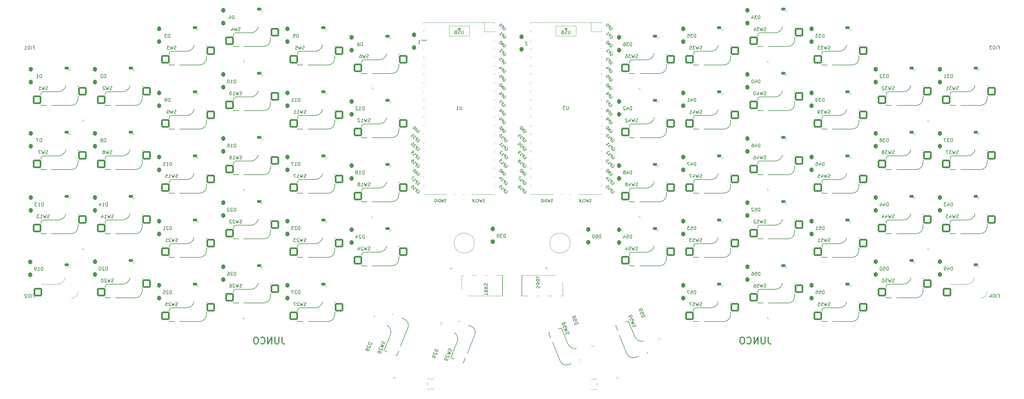
<source format=gbo>
G04 #@! TF.GenerationSoftware,KiCad,Pcbnew,(7.0.0-0)*
G04 #@! TF.CreationDate,2023-05-21T14:37:32-07:00*
G04 #@! TF.ProjectId,Junco,4a756e63-6f2e-46b6-9963-61645f706362,rev?*
G04 #@! TF.SameCoordinates,Original*
G04 #@! TF.FileFunction,Legend,Bot*
G04 #@! TF.FilePolarity,Positive*
%FSLAX46Y46*%
G04 Gerber Fmt 4.6, Leading zero omitted, Abs format (unit mm)*
G04 Created by KiCad (PCBNEW (7.0.0-0)) date 2023-05-21 14:37:32*
%MOMM*%
%LPD*%
G01*
G04 APERTURE LIST*
G04 Aperture macros list*
%AMRoundRect*
0 Rectangle with rounded corners*
0 $1 Rounding radius*
0 $2 $3 $4 $5 $6 $7 $8 $9 X,Y pos of 4 corners*
0 Add a 4 corners polygon primitive as box body*
4,1,4,$2,$3,$4,$5,$6,$7,$8,$9,$2,$3,0*
0 Add four circle primitives for the rounded corners*
1,1,$1+$1,$2,$3*
1,1,$1+$1,$4,$5*
1,1,$1+$1,$6,$7*
1,1,$1+$1,$8,$9*
0 Add four rect primitives between the rounded corners*
20,1,$1+$1,$2,$3,$4,$5,0*
20,1,$1+$1,$4,$5,$6,$7,0*
20,1,$1+$1,$6,$7,$8,$9,0*
20,1,$1+$1,$8,$9,$2,$3,0*%
%AMRotRect*
0 Rectangle, with rotation*
0 The origin of the aperture is its center*
0 $1 length*
0 $2 width*
0 $3 Rotation angle, in degrees counterclockwise*
0 Add horizontal line*
21,1,$1,$2,0,0,$3*%
%AMFreePoly0*
4,1,21,-1.000000,0.000000,-0.988920,0.140791,-0.940222,0.322531,-0.854804,0.490175,-0.736396,0.636396,-0.590175,0.754804,-0.422531,0.840222,-0.240791,0.888920,-0.100000,0.900000,1.000000,0.900000,1.000000,-0.900000,-0.100000,-0.900000,-0.240791,-0.888920,-0.422531,-0.840222,-0.590175,-0.754804,-0.736396,-0.636396,-0.854804,-0.490175,-0.940222,-0.322531,-0.988920,-0.140791,-1.000000,0.000000,
-1.000000,0.000000,-1.000000,0.000000,$1*%
%AMFreePoly1*
4,1,20,-1.000000,0.900000,0.100000,0.900000,0.240791,0.888920,0.422531,0.840222,0.590175,0.754804,0.736396,0.636396,0.854804,0.490175,0.940222,0.322531,0.988920,0.140791,1.000000,0.000000,0.988920,-0.140791,0.940222,-0.322531,0.854804,-0.490175,0.736396,-0.636396,0.590175,-0.754804,0.422531,-0.840222,0.240791,-0.888920,0.100000,-0.900000,-1.000000,-0.900000,-1.000000,0.900000,
-1.000000,0.900000,$1*%
%AMFreePoly2*
4,1,18,-1.275000,0.000000,-0.025000,1.250000,1.025000,1.250000,1.120671,1.230970,1.201777,1.176777,1.255970,1.095671,1.275000,1.000000,1.275000,-1.000000,1.255970,-1.095671,1.201777,-1.176777,1.120671,-1.230970,1.025000,-1.250000,-1.025000,-1.250000,-1.120671,-1.230970,-1.201777,-1.176777,-1.255970,-1.095671,-1.275000,-1.000000,-1.275000,0.000000,-1.275000,0.000000,$1*%
G04 Aperture macros list end*
%ADD10C,0.300000*%
%ADD11C,0.150000*%
%ADD12C,0.120000*%
%ADD13FreePoly0,180.000000*%
%ADD14FreePoly1,180.000000*%
%ADD15C,0.500000*%
%ADD16FreePoly0,0.000000*%
%ADD17FreePoly1,0.000000*%
%ADD18C,1.750000*%
%ADD19C,3.987800*%
%ADD20C,3.300000*%
%ADD21RoundRect,0.250000X0.543212X-1.324970X1.311156X0.575757X-0.543212X1.324970X-1.311156X-0.575757X0*%
%ADD22R,1.100000X0.600000*%
%ADD23RoundRect,0.300000X0.300000X-0.400000X0.300000X0.400000X-0.300000X0.400000X-0.300000X-0.400000X0*%
%ADD24RoundRect,0.300000X0.483256X0.128313X-0.258492X0.427998X-0.483256X-0.128313X0.258492X-0.427998X0*%
%ADD25RoundRect,0.300000X-0.258492X-0.427998X0.483256X-0.128313X0.258492X0.427998X-0.483256X0.128313X0*%
%ADD26R,1.400000X0.820000*%
%ADD27RoundRect,0.205000X0.495000X0.205000X-0.495000X0.205000X-0.495000X-0.205000X0.495000X-0.205000X0*%
%ADD28RoundRect,0.250000X-1.025000X-1.000000X1.025000X-1.000000X1.025000X1.000000X-1.025000X1.000000X0*%
%ADD29C,2.000000*%
%ADD30RoundRect,0.250000X-1.311156X0.575757X-0.543212X-1.324970X1.311156X-0.575757X0.543212X1.324970X0*%
%ADD31O,1.700000X1.700000*%
%ADD32R,3.500000X1.700000*%
%ADD33R,1.700000X1.700000*%
%ADD34R,1.700000X3.500000*%
%ADD35O,1.500000X2.800000*%
%ADD36C,3.000000*%
%ADD37C,4.000000*%
%ADD38FreePoly2,0.000000*%
%ADD39R,2.000000X2.000000*%
%ADD40RotRect,1.400000X0.820000X112.000000*%
%ADD41RoundRect,0.205000X0.375503X-0.382162X0.004642X0.535750X-0.375503X0.382162X-0.004642X-0.535750X0*%
%ADD42C,0.800000*%
%ADD43O,2.000000X1.600000*%
%ADD44RotRect,1.400000X0.820000X248.000000*%
%ADD45RoundRect,0.205000X-0.004642X0.535750X-0.375503X-0.382162X0.004642X-0.535750X0.375503X0.382162X0*%
%ADD46R,2.000000X3.200000*%
G04 APERTURE END LIST*
D10*
X249115460Y-131199073D02*
X249115460Y-132627645D01*
X249115460Y-132627645D02*
X249210699Y-132913359D01*
X249210699Y-132913359D02*
X249401175Y-133103835D01*
X249401175Y-133103835D02*
X249686889Y-133199073D01*
X249686889Y-133199073D02*
X249877365Y-133199073D01*
X248163079Y-131199073D02*
X248163079Y-132818121D01*
X248163079Y-132818121D02*
X248067841Y-133008597D01*
X248067841Y-133008597D02*
X247972603Y-133103835D01*
X247972603Y-133103835D02*
X247782127Y-133199073D01*
X247782127Y-133199073D02*
X247401174Y-133199073D01*
X247401174Y-133199073D02*
X247210698Y-133103835D01*
X247210698Y-133103835D02*
X247115460Y-133008597D01*
X247115460Y-133008597D02*
X247020222Y-132818121D01*
X247020222Y-132818121D02*
X247020222Y-131199073D01*
X246067841Y-133199073D02*
X246067841Y-131199073D01*
X246067841Y-131199073D02*
X244924984Y-133199073D01*
X244924984Y-133199073D02*
X244924984Y-131199073D01*
X242829746Y-133008597D02*
X242924984Y-133103835D01*
X242924984Y-133103835D02*
X243210698Y-133199073D01*
X243210698Y-133199073D02*
X243401174Y-133199073D01*
X243401174Y-133199073D02*
X243686889Y-133103835D01*
X243686889Y-133103835D02*
X243877365Y-132913359D01*
X243877365Y-132913359D02*
X243972603Y-132722883D01*
X243972603Y-132722883D02*
X244067841Y-132341931D01*
X244067841Y-132341931D02*
X244067841Y-132056216D01*
X244067841Y-132056216D02*
X243972603Y-131675264D01*
X243972603Y-131675264D02*
X243877365Y-131484788D01*
X243877365Y-131484788D02*
X243686889Y-131294312D01*
X243686889Y-131294312D02*
X243401174Y-131199073D01*
X243401174Y-131199073D02*
X243210698Y-131199073D01*
X243210698Y-131199073D02*
X242924984Y-131294312D01*
X242924984Y-131294312D02*
X242829746Y-131389550D01*
X241591651Y-131199073D02*
X241210698Y-131199073D01*
X241210698Y-131199073D02*
X241020222Y-131294312D01*
X241020222Y-131294312D02*
X240829746Y-131484788D01*
X240829746Y-131484788D02*
X240734508Y-131865740D01*
X240734508Y-131865740D02*
X240734508Y-132532407D01*
X240734508Y-132532407D02*
X240829746Y-132913359D01*
X240829746Y-132913359D02*
X241020222Y-133103835D01*
X241020222Y-133103835D02*
X241210698Y-133199073D01*
X241210698Y-133199073D02*
X241591651Y-133199073D01*
X241591651Y-133199073D02*
X241782127Y-133103835D01*
X241782127Y-133103835D02*
X241972603Y-132913359D01*
X241972603Y-132913359D02*
X242067841Y-132532407D01*
X242067841Y-132532407D02*
X242067841Y-131865740D01*
X242067841Y-131865740D02*
X241972603Y-131484788D01*
X241972603Y-131484788D02*
X241782127Y-131294312D01*
X241782127Y-131294312D02*
X241591651Y-131199073D01*
X104736024Y-131199073D02*
X104736024Y-132627645D01*
X104736024Y-132627645D02*
X104831263Y-132913359D01*
X104831263Y-132913359D02*
X105021739Y-133103835D01*
X105021739Y-133103835D02*
X105307453Y-133199073D01*
X105307453Y-133199073D02*
X105497929Y-133199073D01*
X103783643Y-131199073D02*
X103783643Y-132818121D01*
X103783643Y-132818121D02*
X103688405Y-133008597D01*
X103688405Y-133008597D02*
X103593167Y-133103835D01*
X103593167Y-133103835D02*
X103402691Y-133199073D01*
X103402691Y-133199073D02*
X103021738Y-133199073D01*
X103021738Y-133199073D02*
X102831262Y-133103835D01*
X102831262Y-133103835D02*
X102736024Y-133008597D01*
X102736024Y-133008597D02*
X102640786Y-132818121D01*
X102640786Y-132818121D02*
X102640786Y-131199073D01*
X101688405Y-133199073D02*
X101688405Y-131199073D01*
X101688405Y-131199073D02*
X100545548Y-133199073D01*
X100545548Y-133199073D02*
X100545548Y-131199073D01*
X98450310Y-133008597D02*
X98545548Y-133103835D01*
X98545548Y-133103835D02*
X98831262Y-133199073D01*
X98831262Y-133199073D02*
X99021738Y-133199073D01*
X99021738Y-133199073D02*
X99307453Y-133103835D01*
X99307453Y-133103835D02*
X99497929Y-132913359D01*
X99497929Y-132913359D02*
X99593167Y-132722883D01*
X99593167Y-132722883D02*
X99688405Y-132341931D01*
X99688405Y-132341931D02*
X99688405Y-132056216D01*
X99688405Y-132056216D02*
X99593167Y-131675264D01*
X99593167Y-131675264D02*
X99497929Y-131484788D01*
X99497929Y-131484788D02*
X99307453Y-131294312D01*
X99307453Y-131294312D02*
X99021738Y-131199073D01*
X99021738Y-131199073D02*
X98831262Y-131199073D01*
X98831262Y-131199073D02*
X98545548Y-131294312D01*
X98545548Y-131294312D02*
X98450310Y-131389550D01*
X97212215Y-131199073D02*
X96831262Y-131199073D01*
X96831262Y-131199073D02*
X96640786Y-131294312D01*
X96640786Y-131294312D02*
X96450310Y-131484788D01*
X96450310Y-131484788D02*
X96355072Y-131865740D01*
X96355072Y-131865740D02*
X96355072Y-132532407D01*
X96355072Y-132532407D02*
X96450310Y-132913359D01*
X96450310Y-132913359D02*
X96640786Y-133103835D01*
X96640786Y-133103835D02*
X96831262Y-133199073D01*
X96831262Y-133199073D02*
X97212215Y-133199073D01*
X97212215Y-133199073D02*
X97402691Y-133103835D01*
X97402691Y-133103835D02*
X97593167Y-132913359D01*
X97593167Y-132913359D02*
X97688405Y-132532407D01*
X97688405Y-132532407D02*
X97688405Y-131865740D01*
X97688405Y-131865740D02*
X97593167Y-131484788D01*
X97593167Y-131484788D02*
X97402691Y-131294312D01*
X97402691Y-131294312D02*
X97212215Y-131199073D01*
D11*
X155202595Y-134860140D02*
X155193232Y-135010433D01*
X155193232Y-135010433D02*
X155104039Y-135231191D01*
X155104039Y-135231191D02*
X155024211Y-135301656D01*
X155024211Y-135301656D02*
X154962221Y-135327969D01*
X154962221Y-135327969D02*
X154856079Y-135336444D01*
X154856079Y-135336444D02*
X154767776Y-135300767D01*
X154767776Y-135300767D02*
X154697311Y-135220939D01*
X154697311Y-135220939D02*
X154670998Y-135158949D01*
X154670998Y-135158949D02*
X154662523Y-135052807D01*
X154662523Y-135052807D02*
X154689725Y-134858363D01*
X154689725Y-134858363D02*
X154681251Y-134752221D01*
X154681251Y-134752221D02*
X154654937Y-134690231D01*
X154654937Y-134690231D02*
X154584473Y-134610402D01*
X154584473Y-134610402D02*
X154496169Y-134574726D01*
X154496169Y-134574726D02*
X154390028Y-134583200D01*
X154390028Y-134583200D02*
X154328038Y-134609514D01*
X154328038Y-134609514D02*
X154248209Y-134679978D01*
X154248209Y-134679978D02*
X154159017Y-134900736D01*
X154159017Y-134900736D02*
X154149654Y-135051030D01*
X153980633Y-135342253D02*
X154818625Y-135937617D01*
X154818625Y-135937617D02*
X154084997Y-135846648D01*
X154084997Y-135846648D02*
X154675918Y-136290830D01*
X154675918Y-136290830D02*
X153659542Y-136136982D01*
X153622976Y-136481720D02*
X153560986Y-136508033D01*
X153560986Y-136508033D02*
X153481158Y-136578498D01*
X153481158Y-136578498D02*
X153391966Y-136799256D01*
X153391966Y-136799256D02*
X153400440Y-136905397D01*
X153400440Y-136905397D02*
X153426754Y-136967387D01*
X153426754Y-136967387D02*
X153497218Y-137047216D01*
X153497218Y-137047216D02*
X153585522Y-137082893D01*
X153585522Y-137082893D02*
X153735815Y-137092256D01*
X153735815Y-137092256D02*
X154479695Y-136776498D01*
X154479695Y-136776498D02*
X154247796Y-137350469D01*
X154069412Y-137791985D02*
X153998058Y-137968591D01*
X153998058Y-137968591D02*
X153918230Y-138039056D01*
X153918230Y-138039056D02*
X153856240Y-138065369D01*
X153856240Y-138065369D02*
X153688108Y-138100157D01*
X153688108Y-138100157D02*
X153493663Y-138072955D01*
X153493663Y-138072955D02*
X153140450Y-137930248D01*
X153140450Y-137930248D02*
X153069985Y-137850420D01*
X153069985Y-137850420D02*
X153043672Y-137788430D01*
X153043672Y-137788430D02*
X153035197Y-137682288D01*
X153035197Y-137682288D02*
X153106551Y-137505682D01*
X153106551Y-137505682D02*
X153186380Y-137435217D01*
X153186380Y-137435217D02*
X153248370Y-137408904D01*
X153248370Y-137408904D02*
X153354511Y-137400429D01*
X153354511Y-137400429D02*
X153575269Y-137489621D01*
X153575269Y-137489621D02*
X153645734Y-137569449D01*
X153645734Y-137569449D02*
X153672047Y-137631439D01*
X153672047Y-137631439D02*
X153680522Y-137737581D01*
X153680522Y-137737581D02*
X153609168Y-137914187D01*
X153609168Y-137914187D02*
X153529340Y-137984652D01*
X153529340Y-137984652D02*
X153467350Y-138010965D01*
X153467350Y-138010965D02*
X153361208Y-138019440D01*
X246657349Y-55716004D02*
X246657349Y-54716004D01*
X246657349Y-54716004D02*
X246419254Y-54716004D01*
X246419254Y-54716004D02*
X246276397Y-54763624D01*
X246276397Y-54763624D02*
X246181159Y-54858862D01*
X246181159Y-54858862D02*
X246133540Y-54954100D01*
X246133540Y-54954100D02*
X246085921Y-55144576D01*
X246085921Y-55144576D02*
X246085921Y-55287433D01*
X246085921Y-55287433D02*
X246133540Y-55477909D01*
X246133540Y-55477909D02*
X246181159Y-55573147D01*
X246181159Y-55573147D02*
X246276397Y-55668385D01*
X246276397Y-55668385D02*
X246419254Y-55716004D01*
X246419254Y-55716004D02*
X246657349Y-55716004D01*
X245228778Y-55049338D02*
X245228778Y-55716004D01*
X245466873Y-54668385D02*
X245704968Y-55382671D01*
X245704968Y-55382671D02*
X245085921Y-55382671D01*
X244514492Y-54716004D02*
X244419254Y-54716004D01*
X244419254Y-54716004D02*
X244324016Y-54763624D01*
X244324016Y-54763624D02*
X244276397Y-54811243D01*
X244276397Y-54811243D02*
X244228778Y-54906481D01*
X244228778Y-54906481D02*
X244181159Y-55096957D01*
X244181159Y-55096957D02*
X244181159Y-55335052D01*
X244181159Y-55335052D02*
X244228778Y-55525528D01*
X244228778Y-55525528D02*
X244276397Y-55620766D01*
X244276397Y-55620766D02*
X244324016Y-55668385D01*
X244324016Y-55668385D02*
X244419254Y-55716004D01*
X244419254Y-55716004D02*
X244514492Y-55716004D01*
X244514492Y-55716004D02*
X244609730Y-55668385D01*
X244609730Y-55668385D02*
X244657349Y-55620766D01*
X244657349Y-55620766D02*
X244704968Y-55525528D01*
X244704968Y-55525528D02*
X244752587Y-55335052D01*
X244752587Y-55335052D02*
X244752587Y-55096957D01*
X244752587Y-55096957D02*
X244704968Y-54906481D01*
X244704968Y-54906481D02*
X244657349Y-54811243D01*
X244657349Y-54811243D02*
X244609730Y-54763624D01*
X244609730Y-54763624D02*
X244514492Y-54716004D01*
X128638358Y-44666004D02*
X128638358Y-43666004D01*
X128638358Y-43666004D02*
X128400263Y-43666004D01*
X128400263Y-43666004D02*
X128257406Y-43713624D01*
X128257406Y-43713624D02*
X128162168Y-43808862D01*
X128162168Y-43808862D02*
X128114549Y-43904100D01*
X128114549Y-43904100D02*
X128066930Y-44094576D01*
X128066930Y-44094576D02*
X128066930Y-44237433D01*
X128066930Y-44237433D02*
X128114549Y-44427909D01*
X128114549Y-44427909D02*
X128162168Y-44523147D01*
X128162168Y-44523147D02*
X128257406Y-44618385D01*
X128257406Y-44618385D02*
X128400263Y-44666004D01*
X128400263Y-44666004D02*
X128638358Y-44666004D01*
X127209787Y-43666004D02*
X127400263Y-43666004D01*
X127400263Y-43666004D02*
X127495501Y-43713624D01*
X127495501Y-43713624D02*
X127543120Y-43761243D01*
X127543120Y-43761243D02*
X127638358Y-43904100D01*
X127638358Y-43904100D02*
X127685977Y-44094576D01*
X127685977Y-44094576D02*
X127685977Y-44475528D01*
X127685977Y-44475528D02*
X127638358Y-44570766D01*
X127638358Y-44570766D02*
X127590739Y-44618385D01*
X127590739Y-44618385D02*
X127495501Y-44666004D01*
X127495501Y-44666004D02*
X127305025Y-44666004D01*
X127305025Y-44666004D02*
X127209787Y-44618385D01*
X127209787Y-44618385D02*
X127162168Y-44570766D01*
X127162168Y-44570766D02*
X127114549Y-44475528D01*
X127114549Y-44475528D02*
X127114549Y-44237433D01*
X127114549Y-44237433D02*
X127162168Y-44142195D01*
X127162168Y-44142195D02*
X127209787Y-44094576D01*
X127209787Y-44094576D02*
X127305025Y-44046957D01*
X127305025Y-44046957D02*
X127495501Y-44046957D01*
X127495501Y-44046957D02*
X127590739Y-44094576D01*
X127590739Y-44094576D02*
X127638358Y-44142195D01*
X127638358Y-44142195D02*
X127685977Y-44237433D01*
X131424401Y-133082877D02*
X130497217Y-132708270D01*
X130497217Y-132708270D02*
X130408025Y-132929028D01*
X130408025Y-132929028D02*
X130398661Y-133079321D01*
X130398661Y-133079321D02*
X130451288Y-133203301D01*
X130451288Y-133203301D02*
X130521752Y-133283130D01*
X130521752Y-133283130D02*
X130680520Y-133398635D01*
X130680520Y-133398635D02*
X130812975Y-133452150D01*
X130812975Y-133452150D02*
X131007420Y-133479352D01*
X131007420Y-133479352D02*
X131113562Y-133470878D01*
X131113562Y-133470878D02*
X131237542Y-133418251D01*
X131237542Y-133418251D02*
X131335209Y-133303635D01*
X131335209Y-133303635D02*
X131424401Y-133082877D01*
X130228752Y-133626979D02*
X130166762Y-133653292D01*
X130166762Y-133653292D02*
X130086933Y-133723757D01*
X130086933Y-133723757D02*
X129997741Y-133944515D01*
X129997741Y-133944515D02*
X130006216Y-134050657D01*
X130006216Y-134050657D02*
X130032529Y-134112647D01*
X130032529Y-134112647D02*
X130102994Y-134192475D01*
X130102994Y-134192475D02*
X130191297Y-134228152D01*
X130191297Y-134228152D02*
X130341591Y-134237516D01*
X130341591Y-134237516D02*
X131085471Y-133921757D01*
X131085471Y-133921757D02*
X130853572Y-134495728D01*
X130109691Y-134811487D02*
X130101216Y-134705345D01*
X130101216Y-134705345D02*
X130074903Y-134643355D01*
X130074903Y-134643355D02*
X130004438Y-134563527D01*
X130004438Y-134563527D02*
X129960287Y-134545688D01*
X129960287Y-134545688D02*
X129854145Y-134554163D01*
X129854145Y-134554163D02*
X129792155Y-134580476D01*
X129792155Y-134580476D02*
X129712327Y-134650941D01*
X129712327Y-134650941D02*
X129640973Y-134827548D01*
X129640973Y-134827548D02*
X129649448Y-134933689D01*
X129649448Y-134933689D02*
X129675761Y-134995679D01*
X129675761Y-134995679D02*
X129746226Y-135075508D01*
X129746226Y-135075508D02*
X129790378Y-135093346D01*
X129790378Y-135093346D02*
X129896519Y-135084871D01*
X129896519Y-135084871D02*
X129958509Y-135058558D01*
X129958509Y-135058558D02*
X130038338Y-134988093D01*
X130038338Y-134988093D02*
X130109691Y-134811487D01*
X130109691Y-134811487D02*
X130189520Y-134741022D01*
X130189520Y-134741022D02*
X130251510Y-134714709D01*
X130251510Y-134714709D02*
X130357651Y-134706234D01*
X130357651Y-134706234D02*
X130534258Y-134777588D01*
X130534258Y-134777588D02*
X130604723Y-134857416D01*
X130604723Y-134857416D02*
X130631036Y-134919406D01*
X130631036Y-134919406D02*
X130639511Y-135025548D01*
X130639511Y-135025548D02*
X130568157Y-135202154D01*
X130568157Y-135202154D02*
X130488329Y-135272619D01*
X130488329Y-135272619D02*
X130426339Y-135298932D01*
X130426339Y-135298932D02*
X130320197Y-135307407D01*
X130320197Y-135307407D02*
X130143590Y-135236053D01*
X130143590Y-135236053D02*
X130073126Y-135156225D01*
X130073126Y-135156225D02*
X130046812Y-135094235D01*
X130046812Y-135094235D02*
X130038338Y-134988093D01*
X191782818Y-127456893D02*
X192710002Y-127082286D01*
X192710002Y-127082286D02*
X192620810Y-126861528D01*
X192620810Y-126861528D02*
X192523143Y-126746912D01*
X192523143Y-126746912D02*
X192399163Y-126694285D01*
X192399163Y-126694285D02*
X192293022Y-126685811D01*
X192293022Y-126685811D02*
X192098577Y-126713013D01*
X192098577Y-126713013D02*
X191966122Y-126766528D01*
X191966122Y-126766528D02*
X191807354Y-126882033D01*
X191807354Y-126882033D02*
X191736889Y-126961862D01*
X191736889Y-126961862D02*
X191684263Y-127085842D01*
X191684263Y-127085842D02*
X191693626Y-127236135D01*
X191693626Y-127236135D02*
X191782818Y-127456893D01*
X192157011Y-125713586D02*
X192335396Y-126155103D01*
X192335396Y-126155103D02*
X191911718Y-126377638D01*
X191911718Y-126377638D02*
X191938031Y-126315648D01*
X191938031Y-126315648D02*
X191946506Y-126209507D01*
X191946506Y-126209507D02*
X191857314Y-125988749D01*
X191857314Y-125988749D02*
X191777485Y-125918284D01*
X191777485Y-125918284D02*
X191715495Y-125891971D01*
X191715495Y-125891971D02*
X191609354Y-125883496D01*
X191609354Y-125883496D02*
X191388596Y-125972688D01*
X191388596Y-125972688D02*
X191318131Y-126052516D01*
X191318131Y-126052516D02*
X191291818Y-126114506D01*
X191291818Y-126114506D02*
X191283343Y-126220648D01*
X191283343Y-126220648D02*
X191372535Y-126441406D01*
X191372535Y-126441406D02*
X191452363Y-126511871D01*
X191452363Y-126511871D02*
X191514353Y-126538184D01*
X191527748Y-125300161D02*
X191607576Y-125370626D01*
X191607576Y-125370626D02*
X191669566Y-125396939D01*
X191669566Y-125396939D02*
X191775708Y-125405414D01*
X191775708Y-125405414D02*
X191819859Y-125387575D01*
X191819859Y-125387575D02*
X191890324Y-125307747D01*
X191890324Y-125307747D02*
X191916637Y-125245757D01*
X191916637Y-125245757D02*
X191925112Y-125139615D01*
X191925112Y-125139615D02*
X191853758Y-124963009D01*
X191853758Y-124963009D02*
X191773930Y-124892544D01*
X191773930Y-124892544D02*
X191711940Y-124866231D01*
X191711940Y-124866231D02*
X191605798Y-124857756D01*
X191605798Y-124857756D02*
X191561647Y-124875595D01*
X191561647Y-124875595D02*
X191491182Y-124955423D01*
X191491182Y-124955423D02*
X191464869Y-125017413D01*
X191464869Y-125017413D02*
X191456394Y-125123555D01*
X191456394Y-125123555D02*
X191527748Y-125300161D01*
X191527748Y-125300161D02*
X191519273Y-125406303D01*
X191519273Y-125406303D02*
X191492960Y-125468293D01*
X191492960Y-125468293D02*
X191422495Y-125548121D01*
X191422495Y-125548121D02*
X191245888Y-125619475D01*
X191245888Y-125619475D02*
X191139747Y-125611000D01*
X191139747Y-125611000D02*
X191077757Y-125584687D01*
X191077757Y-125584687D02*
X190997928Y-125514222D01*
X190997928Y-125514222D02*
X190926575Y-125337616D01*
X190926575Y-125337616D02*
X190935049Y-125231474D01*
X190935049Y-125231474D02*
X190961363Y-125169484D01*
X190961363Y-125169484D02*
X191031827Y-125089655D01*
X191031827Y-125089655D02*
X191208434Y-125018302D01*
X191208434Y-125018302D02*
X191314575Y-125026777D01*
X191314575Y-125026777D02*
X191376566Y-125053090D01*
X191376566Y-125053090D02*
X191456394Y-125123555D01*
X91014549Y-112866004D02*
X91014549Y-111866004D01*
X91014549Y-111866004D02*
X90776454Y-111866004D01*
X90776454Y-111866004D02*
X90633597Y-111913624D01*
X90633597Y-111913624D02*
X90538359Y-112008862D01*
X90538359Y-112008862D02*
X90490740Y-112104100D01*
X90490740Y-112104100D02*
X90443121Y-112294576D01*
X90443121Y-112294576D02*
X90443121Y-112437433D01*
X90443121Y-112437433D02*
X90490740Y-112627909D01*
X90490740Y-112627909D02*
X90538359Y-112723147D01*
X90538359Y-112723147D02*
X90633597Y-112818385D01*
X90633597Y-112818385D02*
X90776454Y-112866004D01*
X90776454Y-112866004D02*
X91014549Y-112866004D01*
X90062168Y-111961243D02*
X90014549Y-111913624D01*
X90014549Y-111913624D02*
X89919311Y-111866004D01*
X89919311Y-111866004D02*
X89681216Y-111866004D01*
X89681216Y-111866004D02*
X89585978Y-111913624D01*
X89585978Y-111913624D02*
X89538359Y-111961243D01*
X89538359Y-111961243D02*
X89490740Y-112056481D01*
X89490740Y-112056481D02*
X89490740Y-112151719D01*
X89490740Y-112151719D02*
X89538359Y-112294576D01*
X89538359Y-112294576D02*
X90109787Y-112866004D01*
X90109787Y-112866004D02*
X89490740Y-112866004D01*
X88633597Y-111866004D02*
X88824073Y-111866004D01*
X88824073Y-111866004D02*
X88919311Y-111913624D01*
X88919311Y-111913624D02*
X88966930Y-111961243D01*
X88966930Y-111961243D02*
X89062168Y-112104100D01*
X89062168Y-112104100D02*
X89109787Y-112294576D01*
X89109787Y-112294576D02*
X89109787Y-112675528D01*
X89109787Y-112675528D02*
X89062168Y-112770766D01*
X89062168Y-112770766D02*
X89014549Y-112818385D01*
X89014549Y-112818385D02*
X88919311Y-112866004D01*
X88919311Y-112866004D02*
X88728835Y-112866004D01*
X88728835Y-112866004D02*
X88633597Y-112818385D01*
X88633597Y-112818385D02*
X88585978Y-112770766D01*
X88585978Y-112770766D02*
X88538359Y-112675528D01*
X88538359Y-112675528D02*
X88538359Y-112437433D01*
X88538359Y-112437433D02*
X88585978Y-112342195D01*
X88585978Y-112342195D02*
X88633597Y-112294576D01*
X88633597Y-112294576D02*
X88728835Y-112246957D01*
X88728835Y-112246957D02*
X88919311Y-112246957D01*
X88919311Y-112246957D02*
X89014549Y-112294576D01*
X89014549Y-112294576D02*
X89062168Y-112342195D01*
X89062168Y-112342195D02*
X89109787Y-112437433D01*
X265707349Y-99316004D02*
X265707349Y-98316004D01*
X265707349Y-98316004D02*
X265469254Y-98316004D01*
X265469254Y-98316004D02*
X265326397Y-98363624D01*
X265326397Y-98363624D02*
X265231159Y-98458862D01*
X265231159Y-98458862D02*
X265183540Y-98554100D01*
X265183540Y-98554100D02*
X265135921Y-98744576D01*
X265135921Y-98744576D02*
X265135921Y-98887433D01*
X265135921Y-98887433D02*
X265183540Y-99077909D01*
X265183540Y-99077909D02*
X265231159Y-99173147D01*
X265231159Y-99173147D02*
X265326397Y-99268385D01*
X265326397Y-99268385D02*
X265469254Y-99316004D01*
X265469254Y-99316004D02*
X265707349Y-99316004D01*
X264231159Y-98316004D02*
X264707349Y-98316004D01*
X264707349Y-98316004D02*
X264754968Y-98792195D01*
X264754968Y-98792195D02*
X264707349Y-98744576D01*
X264707349Y-98744576D02*
X264612111Y-98696957D01*
X264612111Y-98696957D02*
X264374016Y-98696957D01*
X264374016Y-98696957D02*
X264278778Y-98744576D01*
X264278778Y-98744576D02*
X264231159Y-98792195D01*
X264231159Y-98792195D02*
X264183540Y-98887433D01*
X264183540Y-98887433D02*
X264183540Y-99125528D01*
X264183540Y-99125528D02*
X264231159Y-99220766D01*
X264231159Y-99220766D02*
X264278778Y-99268385D01*
X264278778Y-99268385D02*
X264374016Y-99316004D01*
X264374016Y-99316004D02*
X264612111Y-99316004D01*
X264612111Y-99316004D02*
X264707349Y-99268385D01*
X264707349Y-99268385D02*
X264754968Y-99220766D01*
X263231159Y-99316004D02*
X263802587Y-99316004D01*
X263516873Y-99316004D02*
X263516873Y-98316004D01*
X263516873Y-98316004D02*
X263612111Y-98458862D01*
X263612111Y-98458862D02*
X263707349Y-98554100D01*
X263707349Y-98554100D02*
X263802587Y-98601719D01*
X130907287Y-105328385D02*
X130764430Y-105376004D01*
X130764430Y-105376004D02*
X130526335Y-105376004D01*
X130526335Y-105376004D02*
X130431097Y-105328385D01*
X130431097Y-105328385D02*
X130383478Y-105280766D01*
X130383478Y-105280766D02*
X130335859Y-105185528D01*
X130335859Y-105185528D02*
X130335859Y-105090290D01*
X130335859Y-105090290D02*
X130383478Y-104995052D01*
X130383478Y-104995052D02*
X130431097Y-104947433D01*
X130431097Y-104947433D02*
X130526335Y-104899814D01*
X130526335Y-104899814D02*
X130716811Y-104852195D01*
X130716811Y-104852195D02*
X130812049Y-104804576D01*
X130812049Y-104804576D02*
X130859668Y-104756957D01*
X130859668Y-104756957D02*
X130907287Y-104661719D01*
X130907287Y-104661719D02*
X130907287Y-104566481D01*
X130907287Y-104566481D02*
X130859668Y-104471243D01*
X130859668Y-104471243D02*
X130812049Y-104423624D01*
X130812049Y-104423624D02*
X130716811Y-104376004D01*
X130716811Y-104376004D02*
X130478716Y-104376004D01*
X130478716Y-104376004D02*
X130335859Y-104423624D01*
X130002525Y-104376004D02*
X129764430Y-105376004D01*
X129764430Y-105376004D02*
X129573954Y-104661719D01*
X129573954Y-104661719D02*
X129383478Y-105376004D01*
X129383478Y-105376004D02*
X129145383Y-104376004D01*
X128812049Y-104471243D02*
X128764430Y-104423624D01*
X128764430Y-104423624D02*
X128669192Y-104376004D01*
X128669192Y-104376004D02*
X128431097Y-104376004D01*
X128431097Y-104376004D02*
X128335859Y-104423624D01*
X128335859Y-104423624D02*
X128288240Y-104471243D01*
X128288240Y-104471243D02*
X128240621Y-104566481D01*
X128240621Y-104566481D02*
X128240621Y-104661719D01*
X128240621Y-104661719D02*
X128288240Y-104804576D01*
X128288240Y-104804576D02*
X128859668Y-105376004D01*
X128859668Y-105376004D02*
X128240621Y-105376004D01*
X127383478Y-104709338D02*
X127383478Y-105376004D01*
X127621573Y-104328385D02*
X127859668Y-105042671D01*
X127859668Y-105042671D02*
X127240621Y-105042671D01*
X286550087Y-114828385D02*
X286407230Y-114876004D01*
X286407230Y-114876004D02*
X286169135Y-114876004D01*
X286169135Y-114876004D02*
X286073897Y-114828385D01*
X286073897Y-114828385D02*
X286026278Y-114780766D01*
X286026278Y-114780766D02*
X285978659Y-114685528D01*
X285978659Y-114685528D02*
X285978659Y-114590290D01*
X285978659Y-114590290D02*
X286026278Y-114495052D01*
X286026278Y-114495052D02*
X286073897Y-114447433D01*
X286073897Y-114447433D02*
X286169135Y-114399814D01*
X286169135Y-114399814D02*
X286359611Y-114352195D01*
X286359611Y-114352195D02*
X286454849Y-114304576D01*
X286454849Y-114304576D02*
X286502468Y-114256957D01*
X286502468Y-114256957D02*
X286550087Y-114161719D01*
X286550087Y-114161719D02*
X286550087Y-114066481D01*
X286550087Y-114066481D02*
X286502468Y-113971243D01*
X286502468Y-113971243D02*
X286454849Y-113923624D01*
X286454849Y-113923624D02*
X286359611Y-113876004D01*
X286359611Y-113876004D02*
X286121516Y-113876004D01*
X286121516Y-113876004D02*
X285978659Y-113923624D01*
X285645325Y-113876004D02*
X285407230Y-114876004D01*
X285407230Y-114876004D02*
X285216754Y-114161719D01*
X285216754Y-114161719D02*
X285026278Y-114876004D01*
X285026278Y-114876004D02*
X284788183Y-113876004D01*
X283931040Y-113876004D02*
X284407230Y-113876004D01*
X284407230Y-113876004D02*
X284454849Y-114352195D01*
X284454849Y-114352195D02*
X284407230Y-114304576D01*
X284407230Y-114304576D02*
X284311992Y-114256957D01*
X284311992Y-114256957D02*
X284073897Y-114256957D01*
X284073897Y-114256957D02*
X283978659Y-114304576D01*
X283978659Y-114304576D02*
X283931040Y-114352195D01*
X283931040Y-114352195D02*
X283883421Y-114447433D01*
X283883421Y-114447433D02*
X283883421Y-114685528D01*
X283883421Y-114685528D02*
X283931040Y-114780766D01*
X283931040Y-114780766D02*
X283978659Y-114828385D01*
X283978659Y-114828385D02*
X284073897Y-114876004D01*
X284073897Y-114876004D02*
X284311992Y-114876004D01*
X284311992Y-114876004D02*
X284407230Y-114828385D01*
X284407230Y-114828385D02*
X284454849Y-114780766D01*
X283264373Y-113876004D02*
X283169135Y-113876004D01*
X283169135Y-113876004D02*
X283073897Y-113923624D01*
X283073897Y-113923624D02*
X283026278Y-113971243D01*
X283026278Y-113971243D02*
X282978659Y-114066481D01*
X282978659Y-114066481D02*
X282931040Y-114256957D01*
X282931040Y-114256957D02*
X282931040Y-114495052D01*
X282931040Y-114495052D02*
X282978659Y-114685528D01*
X282978659Y-114685528D02*
X283026278Y-114780766D01*
X283026278Y-114780766D02*
X283073897Y-114828385D01*
X283073897Y-114828385D02*
X283169135Y-114876004D01*
X283169135Y-114876004D02*
X283264373Y-114876004D01*
X283264373Y-114876004D02*
X283359611Y-114828385D01*
X283359611Y-114828385D02*
X283407230Y-114780766D01*
X283407230Y-114780766D02*
X283454849Y-114685528D01*
X283454849Y-114685528D02*
X283502468Y-114495052D01*
X283502468Y-114495052D02*
X283502468Y-114256957D01*
X283502468Y-114256957D02*
X283454849Y-114066481D01*
X283454849Y-114066481D02*
X283407230Y-113971243D01*
X283407230Y-113971243D02*
X283359611Y-113923624D01*
X283359611Y-113923624D02*
X283264373Y-113876004D01*
X246657349Y-93816004D02*
X246657349Y-92816004D01*
X246657349Y-92816004D02*
X246419254Y-92816004D01*
X246419254Y-92816004D02*
X246276397Y-92863624D01*
X246276397Y-92863624D02*
X246181159Y-92958862D01*
X246181159Y-92958862D02*
X246133540Y-93054100D01*
X246133540Y-93054100D02*
X246085921Y-93244576D01*
X246085921Y-93244576D02*
X246085921Y-93387433D01*
X246085921Y-93387433D02*
X246133540Y-93577909D01*
X246133540Y-93577909D02*
X246181159Y-93673147D01*
X246181159Y-93673147D02*
X246276397Y-93768385D01*
X246276397Y-93768385D02*
X246419254Y-93816004D01*
X246419254Y-93816004D02*
X246657349Y-93816004D01*
X245181159Y-92816004D02*
X245657349Y-92816004D01*
X245657349Y-92816004D02*
X245704968Y-93292195D01*
X245704968Y-93292195D02*
X245657349Y-93244576D01*
X245657349Y-93244576D02*
X245562111Y-93196957D01*
X245562111Y-93196957D02*
X245324016Y-93196957D01*
X245324016Y-93196957D02*
X245228778Y-93244576D01*
X245228778Y-93244576D02*
X245181159Y-93292195D01*
X245181159Y-93292195D02*
X245133540Y-93387433D01*
X245133540Y-93387433D02*
X245133540Y-93625528D01*
X245133540Y-93625528D02*
X245181159Y-93720766D01*
X245181159Y-93720766D02*
X245228778Y-93768385D01*
X245228778Y-93768385D02*
X245324016Y-93816004D01*
X245324016Y-93816004D02*
X245562111Y-93816004D01*
X245562111Y-93816004D02*
X245657349Y-93768385D01*
X245657349Y-93768385D02*
X245704968Y-93720766D01*
X244752587Y-92911243D02*
X244704968Y-92863624D01*
X244704968Y-92863624D02*
X244609730Y-92816004D01*
X244609730Y-92816004D02*
X244371635Y-92816004D01*
X244371635Y-92816004D02*
X244276397Y-92863624D01*
X244276397Y-92863624D02*
X244228778Y-92911243D01*
X244228778Y-92911243D02*
X244181159Y-93006481D01*
X244181159Y-93006481D02*
X244181159Y-93101719D01*
X244181159Y-93101719D02*
X244228778Y-93244576D01*
X244228778Y-93244576D02*
X244800206Y-93816004D01*
X244800206Y-93816004D02*
X244181159Y-93816004D01*
X52438358Y-73216004D02*
X52438358Y-72216004D01*
X52438358Y-72216004D02*
X52200263Y-72216004D01*
X52200263Y-72216004D02*
X52057406Y-72263624D01*
X52057406Y-72263624D02*
X51962168Y-72358862D01*
X51962168Y-72358862D02*
X51914549Y-72454100D01*
X51914549Y-72454100D02*
X51866930Y-72644576D01*
X51866930Y-72644576D02*
X51866930Y-72787433D01*
X51866930Y-72787433D02*
X51914549Y-72977909D01*
X51914549Y-72977909D02*
X51962168Y-73073147D01*
X51962168Y-73073147D02*
X52057406Y-73168385D01*
X52057406Y-73168385D02*
X52200263Y-73216004D01*
X52200263Y-73216004D02*
X52438358Y-73216004D01*
X51295501Y-72644576D02*
X51390739Y-72596957D01*
X51390739Y-72596957D02*
X51438358Y-72549338D01*
X51438358Y-72549338D02*
X51485977Y-72454100D01*
X51485977Y-72454100D02*
X51485977Y-72406481D01*
X51485977Y-72406481D02*
X51438358Y-72311243D01*
X51438358Y-72311243D02*
X51390739Y-72263624D01*
X51390739Y-72263624D02*
X51295501Y-72216004D01*
X51295501Y-72216004D02*
X51105025Y-72216004D01*
X51105025Y-72216004D02*
X51009787Y-72263624D01*
X51009787Y-72263624D02*
X50962168Y-72311243D01*
X50962168Y-72311243D02*
X50914549Y-72406481D01*
X50914549Y-72406481D02*
X50914549Y-72454100D01*
X50914549Y-72454100D02*
X50962168Y-72549338D01*
X50962168Y-72549338D02*
X51009787Y-72596957D01*
X51009787Y-72596957D02*
X51105025Y-72644576D01*
X51105025Y-72644576D02*
X51295501Y-72644576D01*
X51295501Y-72644576D02*
X51390739Y-72692195D01*
X51390739Y-72692195D02*
X51438358Y-72739814D01*
X51438358Y-72739814D02*
X51485977Y-72835052D01*
X51485977Y-72835052D02*
X51485977Y-73025528D01*
X51485977Y-73025528D02*
X51438358Y-73120766D01*
X51438358Y-73120766D02*
X51390739Y-73168385D01*
X51390739Y-73168385D02*
X51295501Y-73216004D01*
X51295501Y-73216004D02*
X51105025Y-73216004D01*
X51105025Y-73216004D02*
X51009787Y-73168385D01*
X51009787Y-73168385D02*
X50962168Y-73120766D01*
X50962168Y-73120766D02*
X50914549Y-73025528D01*
X50914549Y-73025528D02*
X50914549Y-72835052D01*
X50914549Y-72835052D02*
X50962168Y-72739814D01*
X50962168Y-72739814D02*
X51009787Y-72692195D01*
X51009787Y-72692195D02*
X51105025Y-72644576D01*
X54707287Y-114828385D02*
X54564430Y-114876004D01*
X54564430Y-114876004D02*
X54326335Y-114876004D01*
X54326335Y-114876004D02*
X54231097Y-114828385D01*
X54231097Y-114828385D02*
X54183478Y-114780766D01*
X54183478Y-114780766D02*
X54135859Y-114685528D01*
X54135859Y-114685528D02*
X54135859Y-114590290D01*
X54135859Y-114590290D02*
X54183478Y-114495052D01*
X54183478Y-114495052D02*
X54231097Y-114447433D01*
X54231097Y-114447433D02*
X54326335Y-114399814D01*
X54326335Y-114399814D02*
X54516811Y-114352195D01*
X54516811Y-114352195D02*
X54612049Y-114304576D01*
X54612049Y-114304576D02*
X54659668Y-114256957D01*
X54659668Y-114256957D02*
X54707287Y-114161719D01*
X54707287Y-114161719D02*
X54707287Y-114066481D01*
X54707287Y-114066481D02*
X54659668Y-113971243D01*
X54659668Y-113971243D02*
X54612049Y-113923624D01*
X54612049Y-113923624D02*
X54516811Y-113876004D01*
X54516811Y-113876004D02*
X54278716Y-113876004D01*
X54278716Y-113876004D02*
X54135859Y-113923624D01*
X53802525Y-113876004D02*
X53564430Y-114876004D01*
X53564430Y-114876004D02*
X53373954Y-114161719D01*
X53373954Y-114161719D02*
X53183478Y-114876004D01*
X53183478Y-114876004D02*
X52945383Y-113876004D01*
X52612049Y-113971243D02*
X52564430Y-113923624D01*
X52564430Y-113923624D02*
X52469192Y-113876004D01*
X52469192Y-113876004D02*
X52231097Y-113876004D01*
X52231097Y-113876004D02*
X52135859Y-113923624D01*
X52135859Y-113923624D02*
X52088240Y-113971243D01*
X52088240Y-113971243D02*
X52040621Y-114066481D01*
X52040621Y-114066481D02*
X52040621Y-114161719D01*
X52040621Y-114161719D02*
X52088240Y-114304576D01*
X52088240Y-114304576D02*
X52659668Y-114876004D01*
X52659668Y-114876004D02*
X52040621Y-114876004D01*
X51421573Y-113876004D02*
X51326335Y-113876004D01*
X51326335Y-113876004D02*
X51231097Y-113923624D01*
X51231097Y-113923624D02*
X51183478Y-113971243D01*
X51183478Y-113971243D02*
X51135859Y-114066481D01*
X51135859Y-114066481D02*
X51088240Y-114256957D01*
X51088240Y-114256957D02*
X51088240Y-114495052D01*
X51088240Y-114495052D02*
X51135859Y-114685528D01*
X51135859Y-114685528D02*
X51183478Y-114780766D01*
X51183478Y-114780766D02*
X51231097Y-114828385D01*
X51231097Y-114828385D02*
X51326335Y-114876004D01*
X51326335Y-114876004D02*
X51421573Y-114876004D01*
X51421573Y-114876004D02*
X51516811Y-114828385D01*
X51516811Y-114828385D02*
X51564430Y-114780766D01*
X51564430Y-114780766D02*
X51612049Y-114685528D01*
X51612049Y-114685528D02*
X51659668Y-114495052D01*
X51659668Y-114495052D02*
X51659668Y-114256957D01*
X51659668Y-114256957D02*
X51612049Y-114066481D01*
X51612049Y-114066481D02*
X51564430Y-113971243D01*
X51564430Y-113971243D02*
X51516811Y-113923624D01*
X51516811Y-113923624D02*
X51421573Y-113876004D01*
X286550087Y-57678385D02*
X286407230Y-57726004D01*
X286407230Y-57726004D02*
X286169135Y-57726004D01*
X286169135Y-57726004D02*
X286073897Y-57678385D01*
X286073897Y-57678385D02*
X286026278Y-57630766D01*
X286026278Y-57630766D02*
X285978659Y-57535528D01*
X285978659Y-57535528D02*
X285978659Y-57440290D01*
X285978659Y-57440290D02*
X286026278Y-57345052D01*
X286026278Y-57345052D02*
X286073897Y-57297433D01*
X286073897Y-57297433D02*
X286169135Y-57249814D01*
X286169135Y-57249814D02*
X286359611Y-57202195D01*
X286359611Y-57202195D02*
X286454849Y-57154576D01*
X286454849Y-57154576D02*
X286502468Y-57106957D01*
X286502468Y-57106957D02*
X286550087Y-57011719D01*
X286550087Y-57011719D02*
X286550087Y-56916481D01*
X286550087Y-56916481D02*
X286502468Y-56821243D01*
X286502468Y-56821243D02*
X286454849Y-56773624D01*
X286454849Y-56773624D02*
X286359611Y-56726004D01*
X286359611Y-56726004D02*
X286121516Y-56726004D01*
X286121516Y-56726004D02*
X285978659Y-56773624D01*
X285645325Y-56726004D02*
X285407230Y-57726004D01*
X285407230Y-57726004D02*
X285216754Y-57011719D01*
X285216754Y-57011719D02*
X285026278Y-57726004D01*
X285026278Y-57726004D02*
X284788183Y-56726004D01*
X284502468Y-56726004D02*
X283883421Y-56726004D01*
X283883421Y-56726004D02*
X284216754Y-57106957D01*
X284216754Y-57106957D02*
X284073897Y-57106957D01*
X284073897Y-57106957D02*
X283978659Y-57154576D01*
X283978659Y-57154576D02*
X283931040Y-57202195D01*
X283931040Y-57202195D02*
X283883421Y-57297433D01*
X283883421Y-57297433D02*
X283883421Y-57535528D01*
X283883421Y-57535528D02*
X283931040Y-57630766D01*
X283931040Y-57630766D02*
X283978659Y-57678385D01*
X283978659Y-57678385D02*
X284073897Y-57726004D01*
X284073897Y-57726004D02*
X284359611Y-57726004D01*
X284359611Y-57726004D02*
X284454849Y-57678385D01*
X284454849Y-57678385D02*
X284502468Y-57630766D01*
X283502468Y-56821243D02*
X283454849Y-56773624D01*
X283454849Y-56773624D02*
X283359611Y-56726004D01*
X283359611Y-56726004D02*
X283121516Y-56726004D01*
X283121516Y-56726004D02*
X283026278Y-56773624D01*
X283026278Y-56773624D02*
X282978659Y-56821243D01*
X282978659Y-56821243D02*
X282931040Y-56916481D01*
X282931040Y-56916481D02*
X282931040Y-57011719D01*
X282931040Y-57011719D02*
X282978659Y-57154576D01*
X282978659Y-57154576D02*
X283550087Y-57726004D01*
X283550087Y-57726004D02*
X282931040Y-57726004D01*
X73281096Y-45678385D02*
X73138239Y-45726004D01*
X73138239Y-45726004D02*
X72900144Y-45726004D01*
X72900144Y-45726004D02*
X72804906Y-45678385D01*
X72804906Y-45678385D02*
X72757287Y-45630766D01*
X72757287Y-45630766D02*
X72709668Y-45535528D01*
X72709668Y-45535528D02*
X72709668Y-45440290D01*
X72709668Y-45440290D02*
X72757287Y-45345052D01*
X72757287Y-45345052D02*
X72804906Y-45297433D01*
X72804906Y-45297433D02*
X72900144Y-45249814D01*
X72900144Y-45249814D02*
X73090620Y-45202195D01*
X73090620Y-45202195D02*
X73185858Y-45154576D01*
X73185858Y-45154576D02*
X73233477Y-45106957D01*
X73233477Y-45106957D02*
X73281096Y-45011719D01*
X73281096Y-45011719D02*
X73281096Y-44916481D01*
X73281096Y-44916481D02*
X73233477Y-44821243D01*
X73233477Y-44821243D02*
X73185858Y-44773624D01*
X73185858Y-44773624D02*
X73090620Y-44726004D01*
X73090620Y-44726004D02*
X72852525Y-44726004D01*
X72852525Y-44726004D02*
X72709668Y-44773624D01*
X72376334Y-44726004D02*
X72138239Y-45726004D01*
X72138239Y-45726004D02*
X71947763Y-45011719D01*
X71947763Y-45011719D02*
X71757287Y-45726004D01*
X71757287Y-45726004D02*
X71519192Y-44726004D01*
X71233477Y-44726004D02*
X70614430Y-44726004D01*
X70614430Y-44726004D02*
X70947763Y-45106957D01*
X70947763Y-45106957D02*
X70804906Y-45106957D01*
X70804906Y-45106957D02*
X70709668Y-45154576D01*
X70709668Y-45154576D02*
X70662049Y-45202195D01*
X70662049Y-45202195D02*
X70614430Y-45297433D01*
X70614430Y-45297433D02*
X70614430Y-45535528D01*
X70614430Y-45535528D02*
X70662049Y-45630766D01*
X70662049Y-45630766D02*
X70709668Y-45678385D01*
X70709668Y-45678385D02*
X70804906Y-45726004D01*
X70804906Y-45726004D02*
X71090620Y-45726004D01*
X71090620Y-45726004D02*
X71185858Y-45678385D01*
X71185858Y-45678385D02*
X71233477Y-45630766D01*
X267500087Y-102828385D02*
X267357230Y-102876004D01*
X267357230Y-102876004D02*
X267119135Y-102876004D01*
X267119135Y-102876004D02*
X267023897Y-102828385D01*
X267023897Y-102828385D02*
X266976278Y-102780766D01*
X266976278Y-102780766D02*
X266928659Y-102685528D01*
X266928659Y-102685528D02*
X266928659Y-102590290D01*
X266928659Y-102590290D02*
X266976278Y-102495052D01*
X266976278Y-102495052D02*
X267023897Y-102447433D01*
X267023897Y-102447433D02*
X267119135Y-102399814D01*
X267119135Y-102399814D02*
X267309611Y-102352195D01*
X267309611Y-102352195D02*
X267404849Y-102304576D01*
X267404849Y-102304576D02*
X267452468Y-102256957D01*
X267452468Y-102256957D02*
X267500087Y-102161719D01*
X267500087Y-102161719D02*
X267500087Y-102066481D01*
X267500087Y-102066481D02*
X267452468Y-101971243D01*
X267452468Y-101971243D02*
X267404849Y-101923624D01*
X267404849Y-101923624D02*
X267309611Y-101876004D01*
X267309611Y-101876004D02*
X267071516Y-101876004D01*
X267071516Y-101876004D02*
X266928659Y-101923624D01*
X266595325Y-101876004D02*
X266357230Y-102876004D01*
X266357230Y-102876004D02*
X266166754Y-102161719D01*
X266166754Y-102161719D02*
X265976278Y-102876004D01*
X265976278Y-102876004D02*
X265738183Y-101876004D01*
X264881040Y-101876004D02*
X265357230Y-101876004D01*
X265357230Y-101876004D02*
X265404849Y-102352195D01*
X265404849Y-102352195D02*
X265357230Y-102304576D01*
X265357230Y-102304576D02*
X265261992Y-102256957D01*
X265261992Y-102256957D02*
X265023897Y-102256957D01*
X265023897Y-102256957D02*
X264928659Y-102304576D01*
X264928659Y-102304576D02*
X264881040Y-102352195D01*
X264881040Y-102352195D02*
X264833421Y-102447433D01*
X264833421Y-102447433D02*
X264833421Y-102685528D01*
X264833421Y-102685528D02*
X264881040Y-102780766D01*
X264881040Y-102780766D02*
X264928659Y-102828385D01*
X264928659Y-102828385D02*
X265023897Y-102876004D01*
X265023897Y-102876004D02*
X265261992Y-102876004D01*
X265261992Y-102876004D02*
X265357230Y-102828385D01*
X265357230Y-102828385D02*
X265404849Y-102780766D01*
X263881040Y-102876004D02*
X264452468Y-102876004D01*
X264166754Y-102876004D02*
X264166754Y-101876004D01*
X264166754Y-101876004D02*
X264261992Y-102018862D01*
X264261992Y-102018862D02*
X264357230Y-102114100D01*
X264357230Y-102114100D02*
X264452468Y-102161719D01*
X305600087Y-76728385D02*
X305457230Y-76776004D01*
X305457230Y-76776004D02*
X305219135Y-76776004D01*
X305219135Y-76776004D02*
X305123897Y-76728385D01*
X305123897Y-76728385D02*
X305076278Y-76680766D01*
X305076278Y-76680766D02*
X305028659Y-76585528D01*
X305028659Y-76585528D02*
X305028659Y-76490290D01*
X305028659Y-76490290D02*
X305076278Y-76395052D01*
X305076278Y-76395052D02*
X305123897Y-76347433D01*
X305123897Y-76347433D02*
X305219135Y-76299814D01*
X305219135Y-76299814D02*
X305409611Y-76252195D01*
X305409611Y-76252195D02*
X305504849Y-76204576D01*
X305504849Y-76204576D02*
X305552468Y-76156957D01*
X305552468Y-76156957D02*
X305600087Y-76061719D01*
X305600087Y-76061719D02*
X305600087Y-75966481D01*
X305600087Y-75966481D02*
X305552468Y-75871243D01*
X305552468Y-75871243D02*
X305504849Y-75823624D01*
X305504849Y-75823624D02*
X305409611Y-75776004D01*
X305409611Y-75776004D02*
X305171516Y-75776004D01*
X305171516Y-75776004D02*
X305028659Y-75823624D01*
X304695325Y-75776004D02*
X304457230Y-76776004D01*
X304457230Y-76776004D02*
X304266754Y-76061719D01*
X304266754Y-76061719D02*
X304076278Y-76776004D01*
X304076278Y-76776004D02*
X303838183Y-75776004D01*
X303552468Y-75776004D02*
X302933421Y-75776004D01*
X302933421Y-75776004D02*
X303266754Y-76156957D01*
X303266754Y-76156957D02*
X303123897Y-76156957D01*
X303123897Y-76156957D02*
X303028659Y-76204576D01*
X303028659Y-76204576D02*
X302981040Y-76252195D01*
X302981040Y-76252195D02*
X302933421Y-76347433D01*
X302933421Y-76347433D02*
X302933421Y-76585528D01*
X302933421Y-76585528D02*
X302981040Y-76680766D01*
X302981040Y-76680766D02*
X303028659Y-76728385D01*
X303028659Y-76728385D02*
X303123897Y-76776004D01*
X303123897Y-76776004D02*
X303409611Y-76776004D01*
X303409611Y-76776004D02*
X303504849Y-76728385D01*
X303504849Y-76728385D02*
X303552468Y-76680766D01*
X302600087Y-75776004D02*
X301933421Y-75776004D01*
X301933421Y-75776004D02*
X302361992Y-76776004D01*
X111857287Y-83778385D02*
X111714430Y-83826004D01*
X111714430Y-83826004D02*
X111476335Y-83826004D01*
X111476335Y-83826004D02*
X111381097Y-83778385D01*
X111381097Y-83778385D02*
X111333478Y-83730766D01*
X111333478Y-83730766D02*
X111285859Y-83635528D01*
X111285859Y-83635528D02*
X111285859Y-83540290D01*
X111285859Y-83540290D02*
X111333478Y-83445052D01*
X111333478Y-83445052D02*
X111381097Y-83397433D01*
X111381097Y-83397433D02*
X111476335Y-83349814D01*
X111476335Y-83349814D02*
X111666811Y-83302195D01*
X111666811Y-83302195D02*
X111762049Y-83254576D01*
X111762049Y-83254576D02*
X111809668Y-83206957D01*
X111809668Y-83206957D02*
X111857287Y-83111719D01*
X111857287Y-83111719D02*
X111857287Y-83016481D01*
X111857287Y-83016481D02*
X111809668Y-82921243D01*
X111809668Y-82921243D02*
X111762049Y-82873624D01*
X111762049Y-82873624D02*
X111666811Y-82826004D01*
X111666811Y-82826004D02*
X111428716Y-82826004D01*
X111428716Y-82826004D02*
X111285859Y-82873624D01*
X110952525Y-82826004D02*
X110714430Y-83826004D01*
X110714430Y-83826004D02*
X110523954Y-83111719D01*
X110523954Y-83111719D02*
X110333478Y-83826004D01*
X110333478Y-83826004D02*
X110095383Y-82826004D01*
X109190621Y-83826004D02*
X109762049Y-83826004D01*
X109476335Y-83826004D02*
X109476335Y-82826004D01*
X109476335Y-82826004D02*
X109571573Y-82968862D01*
X109571573Y-82968862D02*
X109666811Y-83064100D01*
X109666811Y-83064100D02*
X109762049Y-83111719D01*
X108857287Y-82826004D02*
X108190621Y-82826004D01*
X108190621Y-82826004D02*
X108619192Y-83826004D01*
X286550087Y-76728385D02*
X286407230Y-76776004D01*
X286407230Y-76776004D02*
X286169135Y-76776004D01*
X286169135Y-76776004D02*
X286073897Y-76728385D01*
X286073897Y-76728385D02*
X286026278Y-76680766D01*
X286026278Y-76680766D02*
X285978659Y-76585528D01*
X285978659Y-76585528D02*
X285978659Y-76490290D01*
X285978659Y-76490290D02*
X286026278Y-76395052D01*
X286026278Y-76395052D02*
X286073897Y-76347433D01*
X286073897Y-76347433D02*
X286169135Y-76299814D01*
X286169135Y-76299814D02*
X286359611Y-76252195D01*
X286359611Y-76252195D02*
X286454849Y-76204576D01*
X286454849Y-76204576D02*
X286502468Y-76156957D01*
X286502468Y-76156957D02*
X286550087Y-76061719D01*
X286550087Y-76061719D02*
X286550087Y-75966481D01*
X286550087Y-75966481D02*
X286502468Y-75871243D01*
X286502468Y-75871243D02*
X286454849Y-75823624D01*
X286454849Y-75823624D02*
X286359611Y-75776004D01*
X286359611Y-75776004D02*
X286121516Y-75776004D01*
X286121516Y-75776004D02*
X285978659Y-75823624D01*
X285645325Y-75776004D02*
X285407230Y-76776004D01*
X285407230Y-76776004D02*
X285216754Y-76061719D01*
X285216754Y-76061719D02*
X285026278Y-76776004D01*
X285026278Y-76776004D02*
X284788183Y-75776004D01*
X284502468Y-75776004D02*
X283883421Y-75776004D01*
X283883421Y-75776004D02*
X284216754Y-76156957D01*
X284216754Y-76156957D02*
X284073897Y-76156957D01*
X284073897Y-76156957D02*
X283978659Y-76204576D01*
X283978659Y-76204576D02*
X283931040Y-76252195D01*
X283931040Y-76252195D02*
X283883421Y-76347433D01*
X283883421Y-76347433D02*
X283883421Y-76585528D01*
X283883421Y-76585528D02*
X283931040Y-76680766D01*
X283931040Y-76680766D02*
X283978659Y-76728385D01*
X283978659Y-76728385D02*
X284073897Y-76776004D01*
X284073897Y-76776004D02*
X284359611Y-76776004D01*
X284359611Y-76776004D02*
X284454849Y-76728385D01*
X284454849Y-76728385D02*
X284502468Y-76680766D01*
X283311992Y-76204576D02*
X283407230Y-76156957D01*
X283407230Y-76156957D02*
X283454849Y-76109338D01*
X283454849Y-76109338D02*
X283502468Y-76014100D01*
X283502468Y-76014100D02*
X283502468Y-75966481D01*
X283502468Y-75966481D02*
X283454849Y-75871243D01*
X283454849Y-75871243D02*
X283407230Y-75823624D01*
X283407230Y-75823624D02*
X283311992Y-75776004D01*
X283311992Y-75776004D02*
X283121516Y-75776004D01*
X283121516Y-75776004D02*
X283026278Y-75823624D01*
X283026278Y-75823624D02*
X282978659Y-75871243D01*
X282978659Y-75871243D02*
X282931040Y-75966481D01*
X282931040Y-75966481D02*
X282931040Y-76014100D01*
X282931040Y-76014100D02*
X282978659Y-76109338D01*
X282978659Y-76109338D02*
X283026278Y-76156957D01*
X283026278Y-76156957D02*
X283121516Y-76204576D01*
X283121516Y-76204576D02*
X283311992Y-76204576D01*
X283311992Y-76204576D02*
X283407230Y-76252195D01*
X283407230Y-76252195D02*
X283454849Y-76299814D01*
X283454849Y-76299814D02*
X283502468Y-76395052D01*
X283502468Y-76395052D02*
X283502468Y-76585528D01*
X283502468Y-76585528D02*
X283454849Y-76680766D01*
X283454849Y-76680766D02*
X283407230Y-76728385D01*
X283407230Y-76728385D02*
X283311992Y-76776004D01*
X283311992Y-76776004D02*
X283121516Y-76776004D01*
X283121516Y-76776004D02*
X283026278Y-76728385D01*
X283026278Y-76728385D02*
X282978659Y-76680766D01*
X282978659Y-76680766D02*
X282931040Y-76585528D01*
X282931040Y-76585528D02*
X282931040Y-76395052D01*
X282931040Y-76395052D02*
X282978659Y-76299814D01*
X282978659Y-76299814D02*
X283026278Y-76252195D01*
X283026278Y-76252195D02*
X283121516Y-76204576D01*
X135352595Y-132736440D02*
X135343232Y-132886733D01*
X135343232Y-132886733D02*
X135254039Y-133107491D01*
X135254039Y-133107491D02*
X135174211Y-133177956D01*
X135174211Y-133177956D02*
X135112221Y-133204269D01*
X135112221Y-133204269D02*
X135006079Y-133212744D01*
X135006079Y-133212744D02*
X134917776Y-133177067D01*
X134917776Y-133177067D02*
X134847311Y-133097239D01*
X134847311Y-133097239D02*
X134820998Y-133035249D01*
X134820998Y-133035249D02*
X134812523Y-132929107D01*
X134812523Y-132929107D02*
X134839725Y-132734663D01*
X134839725Y-132734663D02*
X134831251Y-132628521D01*
X134831251Y-132628521D02*
X134804937Y-132566531D01*
X134804937Y-132566531D02*
X134734473Y-132486702D01*
X134734473Y-132486702D02*
X134646169Y-132451026D01*
X134646169Y-132451026D02*
X134540028Y-132459500D01*
X134540028Y-132459500D02*
X134478038Y-132485814D01*
X134478038Y-132485814D02*
X134398209Y-132556278D01*
X134398209Y-132556278D02*
X134309017Y-132777036D01*
X134309017Y-132777036D02*
X134299654Y-132927330D01*
X134130633Y-133218553D02*
X134968625Y-133813917D01*
X134968625Y-133813917D02*
X134234997Y-133722948D01*
X134234997Y-133722948D02*
X134825918Y-134167130D01*
X134825918Y-134167130D02*
X133809542Y-134013282D01*
X133772976Y-134358020D02*
X133710986Y-134384333D01*
X133710986Y-134384333D02*
X133631158Y-134454798D01*
X133631158Y-134454798D02*
X133541966Y-134675556D01*
X133541966Y-134675556D02*
X133550440Y-134781697D01*
X133550440Y-134781697D02*
X133576754Y-134843687D01*
X133576754Y-134843687D02*
X133647218Y-134923516D01*
X133647218Y-134923516D02*
X133735522Y-134959193D01*
X133735522Y-134959193D02*
X133885815Y-134968556D01*
X133885815Y-134968556D02*
X134629695Y-134652798D01*
X134629695Y-134652798D02*
X134397796Y-135226769D01*
X133653916Y-135542527D02*
X133645441Y-135436386D01*
X133645441Y-135436386D02*
X133619128Y-135374396D01*
X133619128Y-135374396D02*
X133548663Y-135294567D01*
X133548663Y-135294567D02*
X133504511Y-135276729D01*
X133504511Y-135276729D02*
X133398370Y-135285204D01*
X133398370Y-135285204D02*
X133336380Y-135311517D01*
X133336380Y-135311517D02*
X133256551Y-135381982D01*
X133256551Y-135381982D02*
X133185197Y-135558588D01*
X133185197Y-135558588D02*
X133193672Y-135664730D01*
X133193672Y-135664730D02*
X133219985Y-135726720D01*
X133219985Y-135726720D02*
X133290450Y-135806548D01*
X133290450Y-135806548D02*
X133334602Y-135824386D01*
X133334602Y-135824386D02*
X133440743Y-135815912D01*
X133440743Y-135815912D02*
X133502734Y-135789598D01*
X133502734Y-135789598D02*
X133582562Y-135719134D01*
X133582562Y-135719134D02*
X133653916Y-135542527D01*
X133653916Y-135542527D02*
X133733744Y-135472062D01*
X133733744Y-135472062D02*
X133795734Y-135445749D01*
X133795734Y-135445749D02*
X133901876Y-135437274D01*
X133901876Y-135437274D02*
X134078482Y-135508628D01*
X134078482Y-135508628D02*
X134148947Y-135588456D01*
X134148947Y-135588456D02*
X134175260Y-135650447D01*
X134175260Y-135650447D02*
X134183735Y-135756588D01*
X134183735Y-135756588D02*
X134112381Y-135933195D01*
X134112381Y-135933195D02*
X134032553Y-136003659D01*
X134032553Y-136003659D02*
X133970563Y-136029973D01*
X133970563Y-136029973D02*
X133864421Y-136038447D01*
X133864421Y-136038447D02*
X133687815Y-135967094D01*
X133687815Y-135967094D02*
X133617350Y-135887265D01*
X133617350Y-135887265D02*
X133591037Y-135825275D01*
X133591037Y-135825275D02*
X133582562Y-135719134D01*
X305600087Y-57678385D02*
X305457230Y-57726004D01*
X305457230Y-57726004D02*
X305219135Y-57726004D01*
X305219135Y-57726004D02*
X305123897Y-57678385D01*
X305123897Y-57678385D02*
X305076278Y-57630766D01*
X305076278Y-57630766D02*
X305028659Y-57535528D01*
X305028659Y-57535528D02*
X305028659Y-57440290D01*
X305028659Y-57440290D02*
X305076278Y-57345052D01*
X305076278Y-57345052D02*
X305123897Y-57297433D01*
X305123897Y-57297433D02*
X305219135Y-57249814D01*
X305219135Y-57249814D02*
X305409611Y-57202195D01*
X305409611Y-57202195D02*
X305504849Y-57154576D01*
X305504849Y-57154576D02*
X305552468Y-57106957D01*
X305552468Y-57106957D02*
X305600087Y-57011719D01*
X305600087Y-57011719D02*
X305600087Y-56916481D01*
X305600087Y-56916481D02*
X305552468Y-56821243D01*
X305552468Y-56821243D02*
X305504849Y-56773624D01*
X305504849Y-56773624D02*
X305409611Y-56726004D01*
X305409611Y-56726004D02*
X305171516Y-56726004D01*
X305171516Y-56726004D02*
X305028659Y-56773624D01*
X304695325Y-56726004D02*
X304457230Y-57726004D01*
X304457230Y-57726004D02*
X304266754Y-57011719D01*
X304266754Y-57011719D02*
X304076278Y-57726004D01*
X304076278Y-57726004D02*
X303838183Y-56726004D01*
X303552468Y-56726004D02*
X302933421Y-56726004D01*
X302933421Y-56726004D02*
X303266754Y-57106957D01*
X303266754Y-57106957D02*
X303123897Y-57106957D01*
X303123897Y-57106957D02*
X303028659Y-57154576D01*
X303028659Y-57154576D02*
X302981040Y-57202195D01*
X302981040Y-57202195D02*
X302933421Y-57297433D01*
X302933421Y-57297433D02*
X302933421Y-57535528D01*
X302933421Y-57535528D02*
X302981040Y-57630766D01*
X302981040Y-57630766D02*
X303028659Y-57678385D01*
X303028659Y-57678385D02*
X303123897Y-57726004D01*
X303123897Y-57726004D02*
X303409611Y-57726004D01*
X303409611Y-57726004D02*
X303504849Y-57678385D01*
X303504849Y-57678385D02*
X303552468Y-57630766D01*
X301981040Y-57726004D02*
X302552468Y-57726004D01*
X302266754Y-57726004D02*
X302266754Y-56726004D01*
X302266754Y-56726004D02*
X302361992Y-56868862D01*
X302361992Y-56868862D02*
X302457230Y-56964100D01*
X302457230Y-56964100D02*
X302552468Y-57011719D01*
X248450087Y-97328385D02*
X248307230Y-97376004D01*
X248307230Y-97376004D02*
X248069135Y-97376004D01*
X248069135Y-97376004D02*
X247973897Y-97328385D01*
X247973897Y-97328385D02*
X247926278Y-97280766D01*
X247926278Y-97280766D02*
X247878659Y-97185528D01*
X247878659Y-97185528D02*
X247878659Y-97090290D01*
X247878659Y-97090290D02*
X247926278Y-96995052D01*
X247926278Y-96995052D02*
X247973897Y-96947433D01*
X247973897Y-96947433D02*
X248069135Y-96899814D01*
X248069135Y-96899814D02*
X248259611Y-96852195D01*
X248259611Y-96852195D02*
X248354849Y-96804576D01*
X248354849Y-96804576D02*
X248402468Y-96756957D01*
X248402468Y-96756957D02*
X248450087Y-96661719D01*
X248450087Y-96661719D02*
X248450087Y-96566481D01*
X248450087Y-96566481D02*
X248402468Y-96471243D01*
X248402468Y-96471243D02*
X248354849Y-96423624D01*
X248354849Y-96423624D02*
X248259611Y-96376004D01*
X248259611Y-96376004D02*
X248021516Y-96376004D01*
X248021516Y-96376004D02*
X247878659Y-96423624D01*
X247545325Y-96376004D02*
X247307230Y-97376004D01*
X247307230Y-97376004D02*
X247116754Y-96661719D01*
X247116754Y-96661719D02*
X246926278Y-97376004D01*
X246926278Y-97376004D02*
X246688183Y-96376004D01*
X245831040Y-96376004D02*
X246307230Y-96376004D01*
X246307230Y-96376004D02*
X246354849Y-96852195D01*
X246354849Y-96852195D02*
X246307230Y-96804576D01*
X246307230Y-96804576D02*
X246211992Y-96756957D01*
X246211992Y-96756957D02*
X245973897Y-96756957D01*
X245973897Y-96756957D02*
X245878659Y-96804576D01*
X245878659Y-96804576D02*
X245831040Y-96852195D01*
X245831040Y-96852195D02*
X245783421Y-96947433D01*
X245783421Y-96947433D02*
X245783421Y-97185528D01*
X245783421Y-97185528D02*
X245831040Y-97280766D01*
X245831040Y-97280766D02*
X245878659Y-97328385D01*
X245878659Y-97328385D02*
X245973897Y-97376004D01*
X245973897Y-97376004D02*
X246211992Y-97376004D01*
X246211992Y-97376004D02*
X246307230Y-97328385D01*
X246307230Y-97328385D02*
X246354849Y-97280766D01*
X245402468Y-96471243D02*
X245354849Y-96423624D01*
X245354849Y-96423624D02*
X245259611Y-96376004D01*
X245259611Y-96376004D02*
X245021516Y-96376004D01*
X245021516Y-96376004D02*
X244926278Y-96423624D01*
X244926278Y-96423624D02*
X244878659Y-96471243D01*
X244878659Y-96471243D02*
X244831040Y-96566481D01*
X244831040Y-96566481D02*
X244831040Y-96661719D01*
X244831040Y-96661719D02*
X244878659Y-96804576D01*
X244878659Y-96804576D02*
X245450087Y-97376004D01*
X245450087Y-97376004D02*
X244831040Y-97376004D01*
X129114549Y-63716004D02*
X129114549Y-62716004D01*
X129114549Y-62716004D02*
X128876454Y-62716004D01*
X128876454Y-62716004D02*
X128733597Y-62763624D01*
X128733597Y-62763624D02*
X128638359Y-62858862D01*
X128638359Y-62858862D02*
X128590740Y-62954100D01*
X128590740Y-62954100D02*
X128543121Y-63144576D01*
X128543121Y-63144576D02*
X128543121Y-63287433D01*
X128543121Y-63287433D02*
X128590740Y-63477909D01*
X128590740Y-63477909D02*
X128638359Y-63573147D01*
X128638359Y-63573147D02*
X128733597Y-63668385D01*
X128733597Y-63668385D02*
X128876454Y-63716004D01*
X128876454Y-63716004D02*
X129114549Y-63716004D01*
X127590740Y-63716004D02*
X128162168Y-63716004D01*
X127876454Y-63716004D02*
X127876454Y-62716004D01*
X127876454Y-62716004D02*
X127971692Y-62858862D01*
X127971692Y-62858862D02*
X128066930Y-62954100D01*
X128066930Y-62954100D02*
X128162168Y-63001719D01*
X127209787Y-62811243D02*
X127162168Y-62763624D01*
X127162168Y-62763624D02*
X127066930Y-62716004D01*
X127066930Y-62716004D02*
X126828835Y-62716004D01*
X126828835Y-62716004D02*
X126733597Y-62763624D01*
X126733597Y-62763624D02*
X126685978Y-62811243D01*
X126685978Y-62811243D02*
X126638359Y-62906481D01*
X126638359Y-62906481D02*
X126638359Y-63001719D01*
X126638359Y-63001719D02*
X126685978Y-63144576D01*
X126685978Y-63144576D02*
X127257406Y-63716004D01*
X127257406Y-63716004D02*
X126638359Y-63716004D01*
X317408628Y-118893571D02*
X317741961Y-118893571D01*
X317741961Y-119417380D02*
X317741961Y-118417380D01*
X317741961Y-118417380D02*
X317265771Y-118417380D01*
X316884818Y-119417380D02*
X316884818Y-118417380D01*
X316408628Y-119417380D02*
X316408628Y-118417380D01*
X316408628Y-118417380D02*
X316170533Y-118417380D01*
X316170533Y-118417380D02*
X316027676Y-118465000D01*
X316027676Y-118465000D02*
X315932438Y-118560238D01*
X315932438Y-118560238D02*
X315884819Y-118655476D01*
X315884819Y-118655476D02*
X315837200Y-118845952D01*
X315837200Y-118845952D02*
X315837200Y-118988809D01*
X315837200Y-118988809D02*
X315884819Y-119179285D01*
X315884819Y-119179285D02*
X315932438Y-119274523D01*
X315932438Y-119274523D02*
X316027676Y-119369761D01*
X316027676Y-119369761D02*
X316170533Y-119417380D01*
X316170533Y-119417380D02*
X316408628Y-119417380D01*
X314980057Y-118750714D02*
X314980057Y-119417380D01*
X315218152Y-118369761D02*
X315456247Y-119084047D01*
X315456247Y-119084047D02*
X314837200Y-119084047D01*
X208557349Y-63716004D02*
X208557349Y-62716004D01*
X208557349Y-62716004D02*
X208319254Y-62716004D01*
X208319254Y-62716004D02*
X208176397Y-62763624D01*
X208176397Y-62763624D02*
X208081159Y-62858862D01*
X208081159Y-62858862D02*
X208033540Y-62954100D01*
X208033540Y-62954100D02*
X207985921Y-63144576D01*
X207985921Y-63144576D02*
X207985921Y-63287433D01*
X207985921Y-63287433D02*
X208033540Y-63477909D01*
X208033540Y-63477909D02*
X208081159Y-63573147D01*
X208081159Y-63573147D02*
X208176397Y-63668385D01*
X208176397Y-63668385D02*
X208319254Y-63716004D01*
X208319254Y-63716004D02*
X208557349Y-63716004D01*
X207128778Y-63049338D02*
X207128778Y-63716004D01*
X207366873Y-62668385D02*
X207604968Y-63382671D01*
X207604968Y-63382671D02*
X206985921Y-63382671D01*
X206652587Y-62811243D02*
X206604968Y-62763624D01*
X206604968Y-62763624D02*
X206509730Y-62716004D01*
X206509730Y-62716004D02*
X206271635Y-62716004D01*
X206271635Y-62716004D02*
X206176397Y-62763624D01*
X206176397Y-62763624D02*
X206128778Y-62811243D01*
X206128778Y-62811243D02*
X206081159Y-62906481D01*
X206081159Y-62906481D02*
X206081159Y-63001719D01*
X206081159Y-63001719D02*
X206128778Y-63144576D01*
X206128778Y-63144576D02*
X206700206Y-63716004D01*
X206700206Y-63716004D02*
X206081159Y-63716004D01*
X171066660Y-101557380D02*
X171066660Y-100557380D01*
X171066660Y-100557380D02*
X170828565Y-100557380D01*
X170828565Y-100557380D02*
X170685708Y-100605000D01*
X170685708Y-100605000D02*
X170590470Y-100700238D01*
X170590470Y-100700238D02*
X170542851Y-100795476D01*
X170542851Y-100795476D02*
X170495232Y-100985952D01*
X170495232Y-100985952D02*
X170495232Y-101128809D01*
X170495232Y-101128809D02*
X170542851Y-101319285D01*
X170542851Y-101319285D02*
X170590470Y-101414523D01*
X170590470Y-101414523D02*
X170685708Y-101509761D01*
X170685708Y-101509761D02*
X170828565Y-101557380D01*
X170828565Y-101557380D02*
X171066660Y-101557380D01*
X170161898Y-100557380D02*
X169542851Y-100557380D01*
X169542851Y-100557380D02*
X169876184Y-100938333D01*
X169876184Y-100938333D02*
X169733327Y-100938333D01*
X169733327Y-100938333D02*
X169638089Y-100985952D01*
X169638089Y-100985952D02*
X169590470Y-101033571D01*
X169590470Y-101033571D02*
X169542851Y-101128809D01*
X169542851Y-101128809D02*
X169542851Y-101366904D01*
X169542851Y-101366904D02*
X169590470Y-101462142D01*
X169590470Y-101462142D02*
X169638089Y-101509761D01*
X169638089Y-101509761D02*
X169733327Y-101557380D01*
X169733327Y-101557380D02*
X170019041Y-101557380D01*
X170019041Y-101557380D02*
X170114279Y-101509761D01*
X170114279Y-101509761D02*
X170161898Y-101462142D01*
X168923803Y-100557380D02*
X168828565Y-100557380D01*
X168828565Y-100557380D02*
X168733327Y-100605000D01*
X168733327Y-100605000D02*
X168685708Y-100652619D01*
X168685708Y-100652619D02*
X168638089Y-100747857D01*
X168638089Y-100747857D02*
X168590470Y-100938333D01*
X168590470Y-100938333D02*
X168590470Y-101176428D01*
X168590470Y-101176428D02*
X168638089Y-101366904D01*
X168638089Y-101366904D02*
X168685708Y-101462142D01*
X168685708Y-101462142D02*
X168733327Y-101509761D01*
X168733327Y-101509761D02*
X168828565Y-101557380D01*
X168828565Y-101557380D02*
X168923803Y-101557380D01*
X168923803Y-101557380D02*
X169019041Y-101509761D01*
X169019041Y-101509761D02*
X169066660Y-101462142D01*
X169066660Y-101462142D02*
X169114279Y-101366904D01*
X169114279Y-101366904D02*
X169161898Y-101176428D01*
X169161898Y-101176428D02*
X169161898Y-100938333D01*
X169161898Y-100938333D02*
X169114279Y-100747857D01*
X169114279Y-100747857D02*
X169066660Y-100652619D01*
X169066660Y-100652619D02*
X169019041Y-100605000D01*
X169019041Y-100605000D02*
X168923803Y-100557380D01*
X209047767Y-128298552D02*
X208950100Y-128183935D01*
X208950100Y-128183935D02*
X208860908Y-127963177D01*
X208860908Y-127963177D02*
X208869383Y-127857036D01*
X208869383Y-127857036D02*
X208895696Y-127795046D01*
X208895696Y-127795046D02*
X208966161Y-127715217D01*
X208966161Y-127715217D02*
X209054464Y-127679540D01*
X209054464Y-127679540D02*
X209160606Y-127688015D01*
X209160606Y-127688015D02*
X209222596Y-127714328D01*
X209222596Y-127714328D02*
X209302424Y-127784793D01*
X209302424Y-127784793D02*
X209417929Y-127943561D01*
X209417929Y-127943561D02*
X209497758Y-128014026D01*
X209497758Y-128014026D02*
X209559748Y-128040339D01*
X209559748Y-128040339D02*
X209665890Y-128048814D01*
X209665890Y-128048814D02*
X209754193Y-128013137D01*
X209754193Y-128013137D02*
X209824658Y-127933309D01*
X209824658Y-127933309D02*
X209850971Y-127871319D01*
X209850971Y-127871319D02*
X209859446Y-127765177D01*
X209859446Y-127765177D02*
X209770254Y-127544419D01*
X209770254Y-127544419D02*
X209672587Y-127429803D01*
X209591869Y-127102903D02*
X208575494Y-127256751D01*
X208575494Y-127256751D02*
X209166414Y-126812569D01*
X209166414Y-126812569D02*
X208432786Y-126903538D01*
X208432786Y-126903538D02*
X209270778Y-126308174D01*
X208949687Y-125513445D02*
X209128071Y-125954961D01*
X209128071Y-125954961D02*
X208704393Y-126177497D01*
X208704393Y-126177497D02*
X208730706Y-126115507D01*
X208730706Y-126115507D02*
X208739181Y-126009365D01*
X208739181Y-126009365D02*
X208649989Y-125788607D01*
X208649989Y-125788607D02*
X208570161Y-125718142D01*
X208570161Y-125718142D02*
X208508171Y-125691829D01*
X208508171Y-125691829D02*
X208402029Y-125683354D01*
X208402029Y-125683354D02*
X208181271Y-125772546D01*
X208181271Y-125772546D02*
X208110806Y-125852375D01*
X208110806Y-125852375D02*
X208084493Y-125914365D01*
X208084493Y-125914365D02*
X208076018Y-126020506D01*
X208076018Y-126020506D02*
X208165210Y-126241264D01*
X208165210Y-126241264D02*
X208245039Y-126311729D01*
X208245039Y-126311729D02*
X208307029Y-126338042D01*
X207826280Y-125402384D02*
X207754927Y-125225777D01*
X207754927Y-125225777D02*
X207763402Y-125119636D01*
X207763402Y-125119636D02*
X207789715Y-125057646D01*
X207789715Y-125057646D02*
X207886493Y-124915827D01*
X207886493Y-124915827D02*
X208045261Y-124800322D01*
X208045261Y-124800322D02*
X208398474Y-124657615D01*
X208398474Y-124657615D02*
X208504615Y-124666089D01*
X208504615Y-124666089D02*
X208566605Y-124692403D01*
X208566605Y-124692403D02*
X208646434Y-124762867D01*
X208646434Y-124762867D02*
X208717787Y-124939474D01*
X208717787Y-124939474D02*
X208709313Y-125045616D01*
X208709313Y-125045616D02*
X208682999Y-125107606D01*
X208682999Y-125107606D02*
X208612535Y-125187434D01*
X208612535Y-125187434D02*
X208391777Y-125276626D01*
X208391777Y-125276626D02*
X208285635Y-125268151D01*
X208285635Y-125268151D02*
X208223645Y-125241838D01*
X208223645Y-125241838D02*
X208143816Y-125171373D01*
X208143816Y-125171373D02*
X208072463Y-124994767D01*
X208072463Y-124994767D02*
X208080938Y-124888625D01*
X208080938Y-124888625D02*
X208107251Y-124826635D01*
X208107251Y-124826635D02*
X208177716Y-124746807D01*
X151151775Y-135144737D02*
X150224591Y-134770130D01*
X150224591Y-134770130D02*
X150135399Y-134990888D01*
X150135399Y-134990888D02*
X150126035Y-135141181D01*
X150126035Y-135141181D02*
X150178662Y-135265161D01*
X150178662Y-135265161D02*
X150249126Y-135344990D01*
X150249126Y-135344990D02*
X150407894Y-135460495D01*
X150407894Y-135460495D02*
X150540349Y-135514010D01*
X150540349Y-135514010D02*
X150734794Y-135541212D01*
X150734794Y-135541212D02*
X150840936Y-135532738D01*
X150840936Y-135532738D02*
X150964916Y-135480111D01*
X150964916Y-135480111D02*
X151062583Y-135365495D01*
X151062583Y-135365495D02*
X151151775Y-135144737D01*
X149956126Y-135688839D02*
X149894136Y-135715152D01*
X149894136Y-135715152D02*
X149814307Y-135785617D01*
X149814307Y-135785617D02*
X149725115Y-136006375D01*
X149725115Y-136006375D02*
X149733590Y-136112517D01*
X149733590Y-136112517D02*
X149759903Y-136174507D01*
X149759903Y-136174507D02*
X149830368Y-136254335D01*
X149830368Y-136254335D02*
X149918671Y-136290012D01*
X149918671Y-136290012D02*
X150068965Y-136299376D01*
X150068965Y-136299376D02*
X150812845Y-135983617D01*
X150812845Y-135983617D02*
X150580946Y-136557588D01*
X150402561Y-136999104D02*
X150331208Y-137175711D01*
X150331208Y-137175711D02*
X150251379Y-137246176D01*
X150251379Y-137246176D02*
X150189389Y-137272489D01*
X150189389Y-137272489D02*
X150021258Y-137307277D01*
X150021258Y-137307277D02*
X149826813Y-137280075D01*
X149826813Y-137280075D02*
X149473600Y-137137368D01*
X149473600Y-137137368D02*
X149403135Y-137057539D01*
X149403135Y-137057539D02*
X149376822Y-136995549D01*
X149376822Y-136995549D02*
X149368347Y-136889408D01*
X149368347Y-136889408D02*
X149439701Y-136712801D01*
X149439701Y-136712801D02*
X149519529Y-136642336D01*
X149519529Y-136642336D02*
X149581519Y-136616023D01*
X149581519Y-136616023D02*
X149687661Y-136607548D01*
X149687661Y-136607548D02*
X149908419Y-136696740D01*
X149908419Y-136696740D02*
X149978884Y-136776569D01*
X149978884Y-136776569D02*
X150005197Y-136838559D01*
X150005197Y-136838559D02*
X150013672Y-136944700D01*
X150013672Y-136944700D02*
X149942318Y-137121307D01*
X149942318Y-137121307D02*
X149862490Y-137191772D01*
X149862490Y-137191772D02*
X149800500Y-137218085D01*
X149800500Y-137218085D02*
X149694358Y-137226560D01*
X248450087Y-116378385D02*
X248307230Y-116426004D01*
X248307230Y-116426004D02*
X248069135Y-116426004D01*
X248069135Y-116426004D02*
X247973897Y-116378385D01*
X247973897Y-116378385D02*
X247926278Y-116330766D01*
X247926278Y-116330766D02*
X247878659Y-116235528D01*
X247878659Y-116235528D02*
X247878659Y-116140290D01*
X247878659Y-116140290D02*
X247926278Y-116045052D01*
X247926278Y-116045052D02*
X247973897Y-115997433D01*
X247973897Y-115997433D02*
X248069135Y-115949814D01*
X248069135Y-115949814D02*
X248259611Y-115902195D01*
X248259611Y-115902195D02*
X248354849Y-115854576D01*
X248354849Y-115854576D02*
X248402468Y-115806957D01*
X248402468Y-115806957D02*
X248450087Y-115711719D01*
X248450087Y-115711719D02*
X248450087Y-115616481D01*
X248450087Y-115616481D02*
X248402468Y-115521243D01*
X248402468Y-115521243D02*
X248354849Y-115473624D01*
X248354849Y-115473624D02*
X248259611Y-115426004D01*
X248259611Y-115426004D02*
X248021516Y-115426004D01*
X248021516Y-115426004D02*
X247878659Y-115473624D01*
X247545325Y-115426004D02*
X247307230Y-116426004D01*
X247307230Y-116426004D02*
X247116754Y-115711719D01*
X247116754Y-115711719D02*
X246926278Y-116426004D01*
X246926278Y-116426004D02*
X246688183Y-115426004D01*
X245831040Y-115426004D02*
X246307230Y-115426004D01*
X246307230Y-115426004D02*
X246354849Y-115902195D01*
X246354849Y-115902195D02*
X246307230Y-115854576D01*
X246307230Y-115854576D02*
X246211992Y-115806957D01*
X246211992Y-115806957D02*
X245973897Y-115806957D01*
X245973897Y-115806957D02*
X245878659Y-115854576D01*
X245878659Y-115854576D02*
X245831040Y-115902195D01*
X245831040Y-115902195D02*
X245783421Y-115997433D01*
X245783421Y-115997433D02*
X245783421Y-116235528D01*
X245783421Y-116235528D02*
X245831040Y-116330766D01*
X245831040Y-116330766D02*
X245878659Y-116378385D01*
X245878659Y-116378385D02*
X245973897Y-116426004D01*
X245973897Y-116426004D02*
X246211992Y-116426004D01*
X246211992Y-116426004D02*
X246307230Y-116378385D01*
X246307230Y-116378385D02*
X246354849Y-116330766D01*
X244926278Y-115426004D02*
X245116754Y-115426004D01*
X245116754Y-115426004D02*
X245211992Y-115473624D01*
X245211992Y-115473624D02*
X245259611Y-115521243D01*
X245259611Y-115521243D02*
X245354849Y-115664100D01*
X245354849Y-115664100D02*
X245402468Y-115854576D01*
X245402468Y-115854576D02*
X245402468Y-116235528D01*
X245402468Y-116235528D02*
X245354849Y-116330766D01*
X245354849Y-116330766D02*
X245307230Y-116378385D01*
X245307230Y-116378385D02*
X245211992Y-116426004D01*
X245211992Y-116426004D02*
X245021516Y-116426004D01*
X245021516Y-116426004D02*
X244926278Y-116378385D01*
X244926278Y-116378385D02*
X244878659Y-116330766D01*
X244878659Y-116330766D02*
X244831040Y-116235528D01*
X244831040Y-116235528D02*
X244831040Y-115997433D01*
X244831040Y-115997433D02*
X244878659Y-115902195D01*
X244878659Y-115902195D02*
X244926278Y-115854576D01*
X244926278Y-115854576D02*
X245021516Y-115806957D01*
X245021516Y-115806957D02*
X245211992Y-115806957D01*
X245211992Y-115806957D02*
X245307230Y-115854576D01*
X245307230Y-115854576D02*
X245354849Y-115902195D01*
X245354849Y-115902195D02*
X245402468Y-115997433D01*
X303807349Y-92266004D02*
X303807349Y-91266004D01*
X303807349Y-91266004D02*
X303569254Y-91266004D01*
X303569254Y-91266004D02*
X303426397Y-91313624D01*
X303426397Y-91313624D02*
X303331159Y-91408862D01*
X303331159Y-91408862D02*
X303283540Y-91504100D01*
X303283540Y-91504100D02*
X303235921Y-91694576D01*
X303235921Y-91694576D02*
X303235921Y-91837433D01*
X303235921Y-91837433D02*
X303283540Y-92027909D01*
X303283540Y-92027909D02*
X303331159Y-92123147D01*
X303331159Y-92123147D02*
X303426397Y-92218385D01*
X303426397Y-92218385D02*
X303569254Y-92266004D01*
X303569254Y-92266004D02*
X303807349Y-92266004D01*
X302378778Y-91599338D02*
X302378778Y-92266004D01*
X302616873Y-91218385D02*
X302854968Y-91932671D01*
X302854968Y-91932671D02*
X302235921Y-91932671D01*
X301950206Y-91266004D02*
X301331159Y-91266004D01*
X301331159Y-91266004D02*
X301664492Y-91646957D01*
X301664492Y-91646957D02*
X301521635Y-91646957D01*
X301521635Y-91646957D02*
X301426397Y-91694576D01*
X301426397Y-91694576D02*
X301378778Y-91742195D01*
X301378778Y-91742195D02*
X301331159Y-91837433D01*
X301331159Y-91837433D02*
X301331159Y-92075528D01*
X301331159Y-92075528D02*
X301378778Y-92170766D01*
X301378778Y-92170766D02*
X301426397Y-92218385D01*
X301426397Y-92218385D02*
X301521635Y-92266004D01*
X301521635Y-92266004D02*
X301807349Y-92266004D01*
X301807349Y-92266004D02*
X301902587Y-92218385D01*
X301902587Y-92218385D02*
X301950206Y-92170766D01*
X71964549Y-99316004D02*
X71964549Y-98316004D01*
X71964549Y-98316004D02*
X71726454Y-98316004D01*
X71726454Y-98316004D02*
X71583597Y-98363624D01*
X71583597Y-98363624D02*
X71488359Y-98458862D01*
X71488359Y-98458862D02*
X71440740Y-98554100D01*
X71440740Y-98554100D02*
X71393121Y-98744576D01*
X71393121Y-98744576D02*
X71393121Y-98887433D01*
X71393121Y-98887433D02*
X71440740Y-99077909D01*
X71440740Y-99077909D02*
X71488359Y-99173147D01*
X71488359Y-99173147D02*
X71583597Y-99268385D01*
X71583597Y-99268385D02*
X71726454Y-99316004D01*
X71726454Y-99316004D02*
X71964549Y-99316004D01*
X71012168Y-98411243D02*
X70964549Y-98363624D01*
X70964549Y-98363624D02*
X70869311Y-98316004D01*
X70869311Y-98316004D02*
X70631216Y-98316004D01*
X70631216Y-98316004D02*
X70535978Y-98363624D01*
X70535978Y-98363624D02*
X70488359Y-98411243D01*
X70488359Y-98411243D02*
X70440740Y-98506481D01*
X70440740Y-98506481D02*
X70440740Y-98601719D01*
X70440740Y-98601719D02*
X70488359Y-98744576D01*
X70488359Y-98744576D02*
X71059787Y-99316004D01*
X71059787Y-99316004D02*
X70440740Y-99316004D01*
X69488359Y-99316004D02*
X70059787Y-99316004D01*
X69774073Y-99316004D02*
X69774073Y-98316004D01*
X69774073Y-98316004D02*
X69869311Y-98458862D01*
X69869311Y-98458862D02*
X69964549Y-98554100D01*
X69964549Y-98554100D02*
X70059787Y-98601719D01*
X30859192Y-45142195D02*
X31192525Y-45142195D01*
X31192525Y-45666004D02*
X31192525Y-44666004D01*
X31192525Y-44666004D02*
X30716335Y-44666004D01*
X30335382Y-45666004D02*
X30335382Y-44666004D01*
X29859192Y-45666004D02*
X29859192Y-44666004D01*
X29859192Y-44666004D02*
X29621097Y-44666004D01*
X29621097Y-44666004D02*
X29478240Y-44713624D01*
X29478240Y-44713624D02*
X29383002Y-44808862D01*
X29383002Y-44808862D02*
X29335383Y-44904100D01*
X29335383Y-44904100D02*
X29287764Y-45094576D01*
X29287764Y-45094576D02*
X29287764Y-45237433D01*
X29287764Y-45237433D02*
X29335383Y-45427909D01*
X29335383Y-45427909D02*
X29383002Y-45523147D01*
X29383002Y-45523147D02*
X29478240Y-45618385D01*
X29478240Y-45618385D02*
X29621097Y-45666004D01*
X29621097Y-45666004D02*
X29859192Y-45666004D01*
X28335383Y-45666004D02*
X28906811Y-45666004D01*
X28621097Y-45666004D02*
X28621097Y-44666004D01*
X28621097Y-44666004D02*
X28716335Y-44808862D01*
X28716335Y-44808862D02*
X28811573Y-44904100D01*
X28811573Y-44904100D02*
X28906811Y-44951719D01*
X227607349Y-99316004D02*
X227607349Y-98316004D01*
X227607349Y-98316004D02*
X227369254Y-98316004D01*
X227369254Y-98316004D02*
X227226397Y-98363624D01*
X227226397Y-98363624D02*
X227131159Y-98458862D01*
X227131159Y-98458862D02*
X227083540Y-98554100D01*
X227083540Y-98554100D02*
X227035921Y-98744576D01*
X227035921Y-98744576D02*
X227035921Y-98887433D01*
X227035921Y-98887433D02*
X227083540Y-99077909D01*
X227083540Y-99077909D02*
X227131159Y-99173147D01*
X227131159Y-99173147D02*
X227226397Y-99268385D01*
X227226397Y-99268385D02*
X227369254Y-99316004D01*
X227369254Y-99316004D02*
X227607349Y-99316004D01*
X226131159Y-98316004D02*
X226607349Y-98316004D01*
X226607349Y-98316004D02*
X226654968Y-98792195D01*
X226654968Y-98792195D02*
X226607349Y-98744576D01*
X226607349Y-98744576D02*
X226512111Y-98696957D01*
X226512111Y-98696957D02*
X226274016Y-98696957D01*
X226274016Y-98696957D02*
X226178778Y-98744576D01*
X226178778Y-98744576D02*
X226131159Y-98792195D01*
X226131159Y-98792195D02*
X226083540Y-98887433D01*
X226083540Y-98887433D02*
X226083540Y-99125528D01*
X226083540Y-99125528D02*
X226131159Y-99220766D01*
X226131159Y-99220766D02*
X226178778Y-99268385D01*
X226178778Y-99268385D02*
X226274016Y-99316004D01*
X226274016Y-99316004D02*
X226512111Y-99316004D01*
X226512111Y-99316004D02*
X226607349Y-99268385D01*
X226607349Y-99268385D02*
X226654968Y-99220766D01*
X225750206Y-98316004D02*
X225131159Y-98316004D01*
X225131159Y-98316004D02*
X225464492Y-98696957D01*
X225464492Y-98696957D02*
X225321635Y-98696957D01*
X225321635Y-98696957D02*
X225226397Y-98744576D01*
X225226397Y-98744576D02*
X225178778Y-98792195D01*
X225178778Y-98792195D02*
X225131159Y-98887433D01*
X225131159Y-98887433D02*
X225131159Y-99125528D01*
X225131159Y-99125528D02*
X225178778Y-99220766D01*
X225178778Y-99220766D02*
X225226397Y-99268385D01*
X225226397Y-99268385D02*
X225321635Y-99316004D01*
X225321635Y-99316004D02*
X225607349Y-99316004D01*
X225607349Y-99316004D02*
X225702587Y-99268385D01*
X225702587Y-99268385D02*
X225750206Y-99220766D01*
X189807704Y-62612380D02*
X189807704Y-63421904D01*
X189807704Y-63421904D02*
X189760085Y-63517142D01*
X189760085Y-63517142D02*
X189712466Y-63564761D01*
X189712466Y-63564761D02*
X189617228Y-63612380D01*
X189617228Y-63612380D02*
X189426752Y-63612380D01*
X189426752Y-63612380D02*
X189331514Y-63564761D01*
X189331514Y-63564761D02*
X189283895Y-63517142D01*
X189283895Y-63517142D02*
X189236276Y-63421904D01*
X189236276Y-63421904D02*
X189236276Y-62612380D01*
X188855323Y-62612380D02*
X188236276Y-62612380D01*
X188236276Y-62612380D02*
X188569609Y-62993333D01*
X188569609Y-62993333D02*
X188426752Y-62993333D01*
X188426752Y-62993333D02*
X188331514Y-63040952D01*
X188331514Y-63040952D02*
X188283895Y-63088571D01*
X188283895Y-63088571D02*
X188236276Y-63183809D01*
X188236276Y-63183809D02*
X188236276Y-63421904D01*
X188236276Y-63421904D02*
X188283895Y-63517142D01*
X188283895Y-63517142D02*
X188331514Y-63564761D01*
X188331514Y-63564761D02*
X188426752Y-63612380D01*
X188426752Y-63612380D02*
X188712466Y-63612380D01*
X188712466Y-63612380D02*
X188807704Y-63564761D01*
X188807704Y-63564761D02*
X188855323Y-63517142D01*
X202480786Y-62018134D02*
X202561598Y-62045072D01*
X202561598Y-62045072D02*
X202642411Y-62125884D01*
X202642411Y-62125884D02*
X202696285Y-62233633D01*
X202696285Y-62233633D02*
X202696285Y-62341383D01*
X202696285Y-62341383D02*
X202669348Y-62422195D01*
X202669348Y-62422195D02*
X202588536Y-62556882D01*
X202588536Y-62556882D02*
X202507724Y-62637695D01*
X202507724Y-62637695D02*
X202373037Y-62718507D01*
X202373037Y-62718507D02*
X202292224Y-62745444D01*
X202292224Y-62745444D02*
X202184475Y-62745444D01*
X202184475Y-62745444D02*
X202076725Y-62691569D01*
X202076725Y-62691569D02*
X202022850Y-62637695D01*
X202022850Y-62637695D02*
X201968976Y-62529945D01*
X201968976Y-62529945D02*
X201968976Y-62476070D01*
X201968976Y-62476070D02*
X202157537Y-62287508D01*
X202157537Y-62287508D02*
X202265287Y-62395258D01*
X201672664Y-62287508D02*
X202238350Y-61721823D01*
X202238350Y-61721823D02*
X202022850Y-61506324D01*
X202022850Y-61506324D02*
X201942038Y-61479386D01*
X201942038Y-61479386D02*
X201888163Y-61479386D01*
X201888163Y-61479386D02*
X201807351Y-61506324D01*
X201807351Y-61506324D02*
X201726539Y-61587136D01*
X201726539Y-61587136D02*
X201699602Y-61667948D01*
X201699602Y-61667948D02*
X201699602Y-61721823D01*
X201699602Y-61721823D02*
X201726539Y-61802635D01*
X201726539Y-61802635D02*
X201942038Y-62018134D01*
X201726539Y-61210012D02*
X201349415Y-60832889D01*
X201349415Y-60832889D02*
X201026167Y-61641011D01*
X202580786Y-39188134D02*
X202661598Y-39215072D01*
X202661598Y-39215072D02*
X202742411Y-39295884D01*
X202742411Y-39295884D02*
X202796285Y-39403633D01*
X202796285Y-39403633D02*
X202796285Y-39511383D01*
X202796285Y-39511383D02*
X202769348Y-39592195D01*
X202769348Y-39592195D02*
X202688536Y-39726882D01*
X202688536Y-39726882D02*
X202607724Y-39807695D01*
X202607724Y-39807695D02*
X202473037Y-39888507D01*
X202473037Y-39888507D02*
X202392224Y-39915444D01*
X202392224Y-39915444D02*
X202284475Y-39915444D01*
X202284475Y-39915444D02*
X202176725Y-39861569D01*
X202176725Y-39861569D02*
X202122850Y-39807695D01*
X202122850Y-39807695D02*
X202068976Y-39699945D01*
X202068976Y-39699945D02*
X202068976Y-39646070D01*
X202068976Y-39646070D02*
X202257537Y-39457508D01*
X202257537Y-39457508D02*
X202365287Y-39565258D01*
X201772664Y-39457508D02*
X202338350Y-38891823D01*
X202338350Y-38891823D02*
X202122850Y-38676324D01*
X202122850Y-38676324D02*
X202042038Y-38649386D01*
X202042038Y-38649386D02*
X201988163Y-38649386D01*
X201988163Y-38649386D02*
X201907351Y-38676324D01*
X201907351Y-38676324D02*
X201826539Y-38757136D01*
X201826539Y-38757136D02*
X201799602Y-38837948D01*
X201799602Y-38837948D02*
X201799602Y-38891823D01*
X201799602Y-38891823D02*
X201826539Y-38972635D01*
X201826539Y-38972635D02*
X202042038Y-39188134D01*
X201664915Y-38218388D02*
X201611040Y-38164513D01*
X201611040Y-38164513D02*
X201530228Y-38137576D01*
X201530228Y-38137576D02*
X201476353Y-38137576D01*
X201476353Y-38137576D02*
X201395541Y-38164513D01*
X201395541Y-38164513D02*
X201260854Y-38245325D01*
X201260854Y-38245325D02*
X201126167Y-38380012D01*
X201126167Y-38380012D02*
X201045354Y-38514699D01*
X201045354Y-38514699D02*
X201018417Y-38595511D01*
X201018417Y-38595511D02*
X201018417Y-38649386D01*
X201018417Y-38649386D02*
X201045354Y-38730198D01*
X201045354Y-38730198D02*
X201099229Y-38784073D01*
X201099229Y-38784073D02*
X201180041Y-38811011D01*
X201180041Y-38811011D02*
X201233916Y-38811011D01*
X201233916Y-38811011D02*
X201314728Y-38784073D01*
X201314728Y-38784073D02*
X201449415Y-38703261D01*
X201449415Y-38703261D02*
X201584102Y-38568574D01*
X201584102Y-38568574D02*
X201664915Y-38433887D01*
X201664915Y-38433887D02*
X201691852Y-38353075D01*
X201691852Y-38353075D02*
X201691852Y-38299200D01*
X201691852Y-38299200D02*
X201664915Y-38218388D01*
X185116038Y-91000809D02*
X185001752Y-91038904D01*
X185001752Y-91038904D02*
X184811276Y-91038904D01*
X184811276Y-91038904D02*
X184735085Y-91000809D01*
X184735085Y-91000809D02*
X184696990Y-90962714D01*
X184696990Y-90962714D02*
X184658895Y-90886523D01*
X184658895Y-90886523D02*
X184658895Y-90810333D01*
X184658895Y-90810333D02*
X184696990Y-90734142D01*
X184696990Y-90734142D02*
X184735085Y-90696047D01*
X184735085Y-90696047D02*
X184811276Y-90657952D01*
X184811276Y-90657952D02*
X184963657Y-90619857D01*
X184963657Y-90619857D02*
X185039847Y-90581761D01*
X185039847Y-90581761D02*
X185077942Y-90543666D01*
X185077942Y-90543666D02*
X185116038Y-90467476D01*
X185116038Y-90467476D02*
X185116038Y-90391285D01*
X185116038Y-90391285D02*
X185077942Y-90315095D01*
X185077942Y-90315095D02*
X185039847Y-90277000D01*
X185039847Y-90277000D02*
X184963657Y-90238904D01*
X184963657Y-90238904D02*
X184773180Y-90238904D01*
X184773180Y-90238904D02*
X184658895Y-90277000D01*
X184392228Y-90238904D02*
X184201752Y-91038904D01*
X184201752Y-91038904D02*
X184049371Y-90467476D01*
X184049371Y-90467476D02*
X183896990Y-91038904D01*
X183896990Y-91038904D02*
X183706514Y-90238904D01*
X183401751Y-91038904D02*
X183401751Y-90238904D01*
X183401751Y-90238904D02*
X183211275Y-90238904D01*
X183211275Y-90238904D02*
X183096989Y-90277000D01*
X183096989Y-90277000D02*
X183020799Y-90353190D01*
X183020799Y-90353190D02*
X182982704Y-90429380D01*
X182982704Y-90429380D02*
X182944608Y-90581761D01*
X182944608Y-90581761D02*
X182944608Y-90696047D01*
X182944608Y-90696047D02*
X182982704Y-90848428D01*
X182982704Y-90848428D02*
X183020799Y-90924619D01*
X183020799Y-90924619D02*
X183096989Y-91000809D01*
X183096989Y-91000809D02*
X183211275Y-91038904D01*
X183211275Y-91038904D02*
X183401751Y-91038904D01*
X182601751Y-91038904D02*
X182601751Y-90238904D01*
X182068418Y-90238904D02*
X181916037Y-90238904D01*
X181916037Y-90238904D02*
X181839847Y-90277000D01*
X181839847Y-90277000D02*
X181763656Y-90353190D01*
X181763656Y-90353190D02*
X181725561Y-90505571D01*
X181725561Y-90505571D02*
X181725561Y-90772238D01*
X181725561Y-90772238D02*
X181763656Y-90924619D01*
X181763656Y-90924619D02*
X181839847Y-91000809D01*
X181839847Y-91000809D02*
X181916037Y-91038904D01*
X181916037Y-91038904D02*
X182068418Y-91038904D01*
X182068418Y-91038904D02*
X182144609Y-91000809D01*
X182144609Y-91000809D02*
X182220799Y-90924619D01*
X182220799Y-90924619D02*
X182258895Y-90772238D01*
X182258895Y-90772238D02*
X182258895Y-90505571D01*
X182258895Y-90505571D02*
X182220799Y-90353190D01*
X182220799Y-90353190D02*
X182144609Y-90277000D01*
X182144609Y-90277000D02*
X182068418Y-90238904D01*
X176996161Y-75017509D02*
X177076973Y-75044446D01*
X177076973Y-75044446D02*
X177157785Y-75125258D01*
X177157785Y-75125258D02*
X177211660Y-75233008D01*
X177211660Y-75233008D02*
X177211660Y-75340758D01*
X177211660Y-75340758D02*
X177184722Y-75421570D01*
X177184722Y-75421570D02*
X177103910Y-75556257D01*
X177103910Y-75556257D02*
X177023098Y-75637069D01*
X177023098Y-75637069D02*
X176888411Y-75717881D01*
X176888411Y-75717881D02*
X176807599Y-75744819D01*
X176807599Y-75744819D02*
X176699849Y-75744819D01*
X176699849Y-75744819D02*
X176592100Y-75690944D01*
X176592100Y-75690944D02*
X176538225Y-75637069D01*
X176538225Y-75637069D02*
X176484350Y-75529319D01*
X176484350Y-75529319D02*
X176484350Y-75475445D01*
X176484350Y-75475445D02*
X176672912Y-75286883D01*
X176672912Y-75286883D02*
X176780661Y-75394632D01*
X176188039Y-75286883D02*
X176753724Y-74721197D01*
X176753724Y-74721197D02*
X176538225Y-74505698D01*
X176538225Y-74505698D02*
X176457413Y-74478761D01*
X176457413Y-74478761D02*
X176403538Y-74478761D01*
X176403538Y-74478761D02*
X176322726Y-74505698D01*
X176322726Y-74505698D02*
X176241913Y-74586510D01*
X176241913Y-74586510D02*
X176214976Y-74667323D01*
X176214976Y-74667323D02*
X176214976Y-74721197D01*
X176214976Y-74721197D02*
X176241913Y-74802010D01*
X176241913Y-74802010D02*
X176457413Y-75017509D01*
X176161101Y-74236324D02*
X176161101Y-74182449D01*
X176161101Y-74182449D02*
X176134164Y-74101637D01*
X176134164Y-74101637D02*
X175999477Y-73966950D01*
X175999477Y-73966950D02*
X175918665Y-73940013D01*
X175918665Y-73940013D02*
X175864790Y-73940013D01*
X175864790Y-73940013D02*
X175783978Y-73966950D01*
X175783978Y-73966950D02*
X175730103Y-74020825D01*
X175730103Y-74020825D02*
X175676228Y-74128574D01*
X175676228Y-74128574D02*
X175676228Y-74775072D01*
X175676228Y-74775072D02*
X175326042Y-74424886D01*
X175541541Y-73509014D02*
X175487666Y-73455139D01*
X175487666Y-73455139D02*
X175406854Y-73428202D01*
X175406854Y-73428202D02*
X175352979Y-73428202D01*
X175352979Y-73428202D02*
X175272167Y-73455139D01*
X175272167Y-73455139D02*
X175137480Y-73535951D01*
X175137480Y-73535951D02*
X175002793Y-73670638D01*
X175002793Y-73670638D02*
X174921981Y-73805326D01*
X174921981Y-73805326D02*
X174895043Y-73886138D01*
X174895043Y-73886138D02*
X174895043Y-73940013D01*
X174895043Y-73940013D02*
X174921981Y-74020825D01*
X174921981Y-74020825D02*
X174975855Y-74074700D01*
X174975855Y-74074700D02*
X175056668Y-74101637D01*
X175056668Y-74101637D02*
X175110542Y-74101637D01*
X175110542Y-74101637D02*
X175191355Y-74074700D01*
X175191355Y-74074700D02*
X175326042Y-73993887D01*
X175326042Y-73993887D02*
X175460729Y-73859200D01*
X175460729Y-73859200D02*
X175541541Y-73724513D01*
X175541541Y-73724513D02*
X175568478Y-73643701D01*
X175568478Y-73643701D02*
X175568478Y-73589826D01*
X175568478Y-73589826D02*
X175541541Y-73509014D01*
X202580786Y-67128134D02*
X202661598Y-67155072D01*
X202661598Y-67155072D02*
X202742411Y-67235884D01*
X202742411Y-67235884D02*
X202796285Y-67343633D01*
X202796285Y-67343633D02*
X202796285Y-67451383D01*
X202796285Y-67451383D02*
X202769348Y-67532195D01*
X202769348Y-67532195D02*
X202688536Y-67666882D01*
X202688536Y-67666882D02*
X202607724Y-67747695D01*
X202607724Y-67747695D02*
X202473037Y-67828507D01*
X202473037Y-67828507D02*
X202392224Y-67855444D01*
X202392224Y-67855444D02*
X202284475Y-67855444D01*
X202284475Y-67855444D02*
X202176725Y-67801569D01*
X202176725Y-67801569D02*
X202122850Y-67747695D01*
X202122850Y-67747695D02*
X202068976Y-67639945D01*
X202068976Y-67639945D02*
X202068976Y-67586070D01*
X202068976Y-67586070D02*
X202257537Y-67397508D01*
X202257537Y-67397508D02*
X202365287Y-67505258D01*
X201772664Y-67397508D02*
X202338350Y-66831823D01*
X202338350Y-66831823D02*
X202122850Y-66616324D01*
X202122850Y-66616324D02*
X202042038Y-66589386D01*
X202042038Y-66589386D02*
X201988163Y-66589386D01*
X201988163Y-66589386D02*
X201907351Y-66616324D01*
X201907351Y-66616324D02*
X201826539Y-66697136D01*
X201826539Y-66697136D02*
X201799602Y-66777948D01*
X201799602Y-66777948D02*
X201799602Y-66831823D01*
X201799602Y-66831823D02*
X201826539Y-66912635D01*
X201826539Y-66912635D02*
X202042038Y-67128134D01*
X201180041Y-66804885D02*
X201072292Y-66697136D01*
X201072292Y-66697136D02*
X201045354Y-66616324D01*
X201045354Y-66616324D02*
X201045354Y-66562449D01*
X201045354Y-66562449D02*
X201072292Y-66427762D01*
X201072292Y-66427762D02*
X201153104Y-66293075D01*
X201153104Y-66293075D02*
X201368603Y-66077576D01*
X201368603Y-66077576D02*
X201449415Y-66050638D01*
X201449415Y-66050638D02*
X201503290Y-66050638D01*
X201503290Y-66050638D02*
X201584102Y-66077576D01*
X201584102Y-66077576D02*
X201691852Y-66185325D01*
X201691852Y-66185325D02*
X201718789Y-66266137D01*
X201718789Y-66266137D02*
X201718789Y-66320012D01*
X201718789Y-66320012D02*
X201691852Y-66400824D01*
X201691852Y-66400824D02*
X201557165Y-66535511D01*
X201557165Y-66535511D02*
X201476353Y-66562449D01*
X201476353Y-66562449D02*
X201422478Y-66562449D01*
X201422478Y-66562449D02*
X201341666Y-66535511D01*
X201341666Y-66535511D02*
X201233916Y-66427762D01*
X201233916Y-66427762D02*
X201206979Y-66346950D01*
X201206979Y-66346950D02*
X201206979Y-66293075D01*
X201206979Y-66293075D02*
X201233916Y-66212263D01*
X176996161Y-72487509D02*
X177076973Y-72514446D01*
X177076973Y-72514446D02*
X177157785Y-72595258D01*
X177157785Y-72595258D02*
X177211660Y-72703008D01*
X177211660Y-72703008D02*
X177211660Y-72810758D01*
X177211660Y-72810758D02*
X177184722Y-72891570D01*
X177184722Y-72891570D02*
X177103910Y-73026257D01*
X177103910Y-73026257D02*
X177023098Y-73107069D01*
X177023098Y-73107069D02*
X176888411Y-73187881D01*
X176888411Y-73187881D02*
X176807599Y-73214819D01*
X176807599Y-73214819D02*
X176699849Y-73214819D01*
X176699849Y-73214819D02*
X176592100Y-73160944D01*
X176592100Y-73160944D02*
X176538225Y-73107069D01*
X176538225Y-73107069D02*
X176484350Y-72999319D01*
X176484350Y-72999319D02*
X176484350Y-72945445D01*
X176484350Y-72945445D02*
X176672912Y-72756883D01*
X176672912Y-72756883D02*
X176780661Y-72864632D01*
X176188039Y-72756883D02*
X176753724Y-72191197D01*
X176753724Y-72191197D02*
X176538225Y-71975698D01*
X176538225Y-71975698D02*
X176457413Y-71948761D01*
X176457413Y-71948761D02*
X176403538Y-71948761D01*
X176403538Y-71948761D02*
X176322726Y-71975698D01*
X176322726Y-71975698D02*
X176241913Y-72056510D01*
X176241913Y-72056510D02*
X176214976Y-72137323D01*
X176214976Y-72137323D02*
X176214976Y-72191197D01*
X176214976Y-72191197D02*
X176241913Y-72272010D01*
X176241913Y-72272010D02*
X176457413Y-72487509D01*
X176161101Y-71706324D02*
X176161101Y-71652449D01*
X176161101Y-71652449D02*
X176134164Y-71571637D01*
X176134164Y-71571637D02*
X175999477Y-71436950D01*
X175999477Y-71436950D02*
X175918665Y-71410013D01*
X175918665Y-71410013D02*
X175864790Y-71410013D01*
X175864790Y-71410013D02*
X175783978Y-71436950D01*
X175783978Y-71436950D02*
X175730103Y-71490825D01*
X175730103Y-71490825D02*
X175676228Y-71598574D01*
X175676228Y-71598574D02*
X175676228Y-72245072D01*
X175676228Y-72245072D02*
X175326042Y-71894886D01*
X174787294Y-71356138D02*
X175110542Y-71679387D01*
X174948918Y-71517762D02*
X175514603Y-70952077D01*
X175514603Y-70952077D02*
X175487666Y-71086764D01*
X175487666Y-71086764D02*
X175487666Y-71194513D01*
X175487666Y-71194513D02*
X175514603Y-71275326D01*
X203104161Y-87717509D02*
X203184973Y-87744446D01*
X203184973Y-87744446D02*
X203265785Y-87825258D01*
X203265785Y-87825258D02*
X203319660Y-87933008D01*
X203319660Y-87933008D02*
X203319660Y-88040758D01*
X203319660Y-88040758D02*
X203292722Y-88121570D01*
X203292722Y-88121570D02*
X203211910Y-88256257D01*
X203211910Y-88256257D02*
X203131098Y-88337069D01*
X203131098Y-88337069D02*
X202996411Y-88417881D01*
X202996411Y-88417881D02*
X202915599Y-88444819D01*
X202915599Y-88444819D02*
X202807849Y-88444819D01*
X202807849Y-88444819D02*
X202700100Y-88390944D01*
X202700100Y-88390944D02*
X202646225Y-88337069D01*
X202646225Y-88337069D02*
X202592350Y-88229319D01*
X202592350Y-88229319D02*
X202592350Y-88175445D01*
X202592350Y-88175445D02*
X202780912Y-87986883D01*
X202780912Y-87986883D02*
X202888661Y-88094632D01*
X202296039Y-87986883D02*
X202861724Y-87421197D01*
X202861724Y-87421197D02*
X202646225Y-87205698D01*
X202646225Y-87205698D02*
X202565413Y-87178761D01*
X202565413Y-87178761D02*
X202511538Y-87178761D01*
X202511538Y-87178761D02*
X202430726Y-87205698D01*
X202430726Y-87205698D02*
X202349913Y-87286510D01*
X202349913Y-87286510D02*
X202322976Y-87367323D01*
X202322976Y-87367323D02*
X202322976Y-87421197D01*
X202322976Y-87421197D02*
X202349913Y-87502010D01*
X202349913Y-87502010D02*
X202565413Y-87717509D01*
X201434042Y-87124886D02*
X201757291Y-87448135D01*
X201595666Y-87286510D02*
X202161352Y-86720825D01*
X202161352Y-86720825D02*
X202134414Y-86855512D01*
X202134414Y-86855512D02*
X202134414Y-86963261D01*
X202134414Y-86963261D02*
X202161352Y-87044074D01*
X201487916Y-86047390D02*
X201757290Y-86316764D01*
X201757290Y-86316764D02*
X201514854Y-86613075D01*
X201514854Y-86613075D02*
X201514854Y-86559200D01*
X201514854Y-86559200D02*
X201487916Y-86478388D01*
X201487916Y-86478388D02*
X201353229Y-86343701D01*
X201353229Y-86343701D02*
X201272417Y-86316764D01*
X201272417Y-86316764D02*
X201218542Y-86316764D01*
X201218542Y-86316764D02*
X201137730Y-86343701D01*
X201137730Y-86343701D02*
X201003043Y-86478388D01*
X201003043Y-86478388D02*
X200976106Y-86559200D01*
X200976106Y-86559200D02*
X200976106Y-86613075D01*
X200976106Y-86613075D02*
X201003043Y-86693887D01*
X201003043Y-86693887D02*
X201137730Y-86828574D01*
X201137730Y-86828574D02*
X201218542Y-86855512D01*
X201218542Y-86855512D02*
X201272417Y-86855512D01*
X190307704Y-40112380D02*
X190307704Y-40921904D01*
X190307704Y-40921904D02*
X190260085Y-41017142D01*
X190260085Y-41017142D02*
X190212466Y-41064761D01*
X190212466Y-41064761D02*
X190117228Y-41112380D01*
X190117228Y-41112380D02*
X189926752Y-41112380D01*
X189926752Y-41112380D02*
X189831514Y-41064761D01*
X189831514Y-41064761D02*
X189783895Y-41017142D01*
X189783895Y-41017142D02*
X189736276Y-40921904D01*
X189736276Y-40921904D02*
X189736276Y-40112380D01*
X189307704Y-41064761D02*
X189164847Y-41112380D01*
X189164847Y-41112380D02*
X188926752Y-41112380D01*
X188926752Y-41112380D02*
X188831514Y-41064761D01*
X188831514Y-41064761D02*
X188783895Y-41017142D01*
X188783895Y-41017142D02*
X188736276Y-40921904D01*
X188736276Y-40921904D02*
X188736276Y-40826666D01*
X188736276Y-40826666D02*
X188783895Y-40731428D01*
X188783895Y-40731428D02*
X188831514Y-40683809D01*
X188831514Y-40683809D02*
X188926752Y-40636190D01*
X188926752Y-40636190D02*
X189117228Y-40588571D01*
X189117228Y-40588571D02*
X189212466Y-40540952D01*
X189212466Y-40540952D02*
X189260085Y-40493333D01*
X189260085Y-40493333D02*
X189307704Y-40398095D01*
X189307704Y-40398095D02*
X189307704Y-40302857D01*
X189307704Y-40302857D02*
X189260085Y-40207619D01*
X189260085Y-40207619D02*
X189212466Y-40160000D01*
X189212466Y-40160000D02*
X189117228Y-40112380D01*
X189117228Y-40112380D02*
X188879133Y-40112380D01*
X188879133Y-40112380D02*
X188736276Y-40160000D01*
X187974371Y-40588571D02*
X187831514Y-40636190D01*
X187831514Y-40636190D02*
X187783895Y-40683809D01*
X187783895Y-40683809D02*
X187736276Y-40779047D01*
X187736276Y-40779047D02*
X187736276Y-40921904D01*
X187736276Y-40921904D02*
X187783895Y-41017142D01*
X187783895Y-41017142D02*
X187831514Y-41064761D01*
X187831514Y-41064761D02*
X187926752Y-41112380D01*
X187926752Y-41112380D02*
X188307704Y-41112380D01*
X188307704Y-41112380D02*
X188307704Y-40112380D01*
X188307704Y-40112380D02*
X187974371Y-40112380D01*
X187974371Y-40112380D02*
X187879133Y-40160000D01*
X187879133Y-40160000D02*
X187831514Y-40207619D01*
X187831514Y-40207619D02*
X187783895Y-40302857D01*
X187783895Y-40302857D02*
X187783895Y-40398095D01*
X187783895Y-40398095D02*
X187831514Y-40493333D01*
X187831514Y-40493333D02*
X187879133Y-40540952D01*
X187879133Y-40540952D02*
X187974371Y-40588571D01*
X187974371Y-40588571D02*
X188307704Y-40588571D01*
X177007723Y-69695072D02*
X177088536Y-69722009D01*
X177088536Y-69722009D02*
X177169348Y-69802821D01*
X177169348Y-69802821D02*
X177223223Y-69910571D01*
X177223223Y-69910571D02*
X177223223Y-70018320D01*
X177223223Y-70018320D02*
X177196285Y-70099133D01*
X177196285Y-70099133D02*
X177115473Y-70233820D01*
X177115473Y-70233820D02*
X177034661Y-70314632D01*
X177034661Y-70314632D02*
X176899974Y-70395444D01*
X176899974Y-70395444D02*
X176819162Y-70422381D01*
X176819162Y-70422381D02*
X176711412Y-70422381D01*
X176711412Y-70422381D02*
X176603662Y-70368507D01*
X176603662Y-70368507D02*
X176549788Y-70314632D01*
X176549788Y-70314632D02*
X176495913Y-70206882D01*
X176495913Y-70206882D02*
X176495913Y-70153007D01*
X176495913Y-70153007D02*
X176684475Y-69964446D01*
X176684475Y-69964446D02*
X176792224Y-70072195D01*
X176199601Y-69964446D02*
X176765287Y-69398760D01*
X176765287Y-69398760D02*
X175876353Y-69641197D01*
X175876353Y-69641197D02*
X176442038Y-69075511D01*
X175606979Y-69371823D02*
X176172664Y-68806137D01*
X176172664Y-68806137D02*
X176037977Y-68671450D01*
X176037977Y-68671450D02*
X175930228Y-68617576D01*
X175930228Y-68617576D02*
X175822478Y-68617576D01*
X175822478Y-68617576D02*
X175741666Y-68644513D01*
X175741666Y-68644513D02*
X175606979Y-68725325D01*
X175606979Y-68725325D02*
X175526167Y-68806137D01*
X175526167Y-68806137D02*
X175445354Y-68940824D01*
X175445354Y-68940824D02*
X175418417Y-69021637D01*
X175418417Y-69021637D02*
X175418417Y-69129386D01*
X175418417Y-69129386D02*
X175472292Y-69237136D01*
X175472292Y-69237136D02*
X175606979Y-69371823D01*
X176996161Y-80097509D02*
X177076973Y-80124446D01*
X177076973Y-80124446D02*
X177157785Y-80205258D01*
X177157785Y-80205258D02*
X177211660Y-80313008D01*
X177211660Y-80313008D02*
X177211660Y-80420758D01*
X177211660Y-80420758D02*
X177184722Y-80501570D01*
X177184722Y-80501570D02*
X177103910Y-80636257D01*
X177103910Y-80636257D02*
X177023098Y-80717069D01*
X177023098Y-80717069D02*
X176888411Y-80797881D01*
X176888411Y-80797881D02*
X176807599Y-80824819D01*
X176807599Y-80824819D02*
X176699849Y-80824819D01*
X176699849Y-80824819D02*
X176592100Y-80770944D01*
X176592100Y-80770944D02*
X176538225Y-80717069D01*
X176538225Y-80717069D02*
X176484350Y-80609319D01*
X176484350Y-80609319D02*
X176484350Y-80555445D01*
X176484350Y-80555445D02*
X176672912Y-80366883D01*
X176672912Y-80366883D02*
X176780661Y-80474632D01*
X176188039Y-80366883D02*
X176753724Y-79801197D01*
X176753724Y-79801197D02*
X176538225Y-79585698D01*
X176538225Y-79585698D02*
X176457413Y-79558761D01*
X176457413Y-79558761D02*
X176403538Y-79558761D01*
X176403538Y-79558761D02*
X176322726Y-79585698D01*
X176322726Y-79585698D02*
X176241913Y-79666510D01*
X176241913Y-79666510D02*
X176214976Y-79747323D01*
X176214976Y-79747323D02*
X176214976Y-79801197D01*
X176214976Y-79801197D02*
X176241913Y-79882010D01*
X176241913Y-79882010D02*
X176457413Y-80097509D01*
X175326042Y-79504886D02*
X175649291Y-79828135D01*
X175487666Y-79666510D02*
X176053352Y-79100825D01*
X176053352Y-79100825D02*
X176026414Y-79235512D01*
X176026414Y-79235512D02*
X176026414Y-79343261D01*
X176026414Y-79343261D02*
X176053352Y-79424074D01*
X175326042Y-78858388D02*
X175406854Y-78885326D01*
X175406854Y-78885326D02*
X175460729Y-78885326D01*
X175460729Y-78885326D02*
X175541541Y-78858388D01*
X175541541Y-78858388D02*
X175568478Y-78831451D01*
X175568478Y-78831451D02*
X175595416Y-78750638D01*
X175595416Y-78750638D02*
X175595416Y-78696764D01*
X175595416Y-78696764D02*
X175568478Y-78615951D01*
X175568478Y-78615951D02*
X175460729Y-78508202D01*
X175460729Y-78508202D02*
X175379916Y-78481264D01*
X175379916Y-78481264D02*
X175326042Y-78481264D01*
X175326042Y-78481264D02*
X175245229Y-78508202D01*
X175245229Y-78508202D02*
X175218292Y-78535139D01*
X175218292Y-78535139D02*
X175191355Y-78615951D01*
X175191355Y-78615951D02*
X175191355Y-78669826D01*
X175191355Y-78669826D02*
X175218292Y-78750638D01*
X175218292Y-78750638D02*
X175326042Y-78858388D01*
X175326042Y-78858388D02*
X175352979Y-78939200D01*
X175352979Y-78939200D02*
X175352979Y-78993075D01*
X175352979Y-78993075D02*
X175326042Y-79073887D01*
X175326042Y-79073887D02*
X175218292Y-79181637D01*
X175218292Y-79181637D02*
X175137480Y-79208574D01*
X175137480Y-79208574D02*
X175083605Y-79208574D01*
X175083605Y-79208574D02*
X175002793Y-79181637D01*
X175002793Y-79181637D02*
X174895043Y-79073887D01*
X174895043Y-79073887D02*
X174868106Y-78993075D01*
X174868106Y-78993075D02*
X174868106Y-78939200D01*
X174868106Y-78939200D02*
X174895043Y-78858388D01*
X174895043Y-78858388D02*
X175002793Y-78750638D01*
X175002793Y-78750638D02*
X175083605Y-78723701D01*
X175083605Y-78723701D02*
X175137480Y-78723701D01*
X175137480Y-78723701D02*
X175218292Y-78750638D01*
X203250161Y-75017509D02*
X203330973Y-75044446D01*
X203330973Y-75044446D02*
X203411785Y-75125258D01*
X203411785Y-75125258D02*
X203465660Y-75233008D01*
X203465660Y-75233008D02*
X203465660Y-75340758D01*
X203465660Y-75340758D02*
X203438722Y-75421570D01*
X203438722Y-75421570D02*
X203357910Y-75556257D01*
X203357910Y-75556257D02*
X203277098Y-75637069D01*
X203277098Y-75637069D02*
X203142411Y-75717881D01*
X203142411Y-75717881D02*
X203061599Y-75744819D01*
X203061599Y-75744819D02*
X202953849Y-75744819D01*
X202953849Y-75744819D02*
X202846100Y-75690944D01*
X202846100Y-75690944D02*
X202792225Y-75637069D01*
X202792225Y-75637069D02*
X202738350Y-75529319D01*
X202738350Y-75529319D02*
X202738350Y-75475445D01*
X202738350Y-75475445D02*
X202926912Y-75286883D01*
X202926912Y-75286883D02*
X203034661Y-75394632D01*
X202442039Y-75286883D02*
X203007724Y-74721197D01*
X203007724Y-74721197D02*
X202792225Y-74505698D01*
X202792225Y-74505698D02*
X202711413Y-74478761D01*
X202711413Y-74478761D02*
X202657538Y-74478761D01*
X202657538Y-74478761D02*
X202576726Y-74505698D01*
X202576726Y-74505698D02*
X202495913Y-74586510D01*
X202495913Y-74586510D02*
X202468976Y-74667323D01*
X202468976Y-74667323D02*
X202468976Y-74721197D01*
X202468976Y-74721197D02*
X202495913Y-74802010D01*
X202495913Y-74802010D02*
X202711413Y-75017509D01*
X201580042Y-74424886D02*
X201903291Y-74748135D01*
X201741666Y-74586510D02*
X202307352Y-74020825D01*
X202307352Y-74020825D02*
X202280414Y-74155512D01*
X202280414Y-74155512D02*
X202280414Y-74263261D01*
X202280414Y-74263261D02*
X202307352Y-74344074D01*
X201041294Y-73886138D02*
X201364542Y-74209387D01*
X201202918Y-74047762D02*
X201768603Y-73482077D01*
X201768603Y-73482077D02*
X201741666Y-73616764D01*
X201741666Y-73616764D02*
X201741666Y-73724513D01*
X201741666Y-73724513D02*
X201768603Y-73805326D01*
X177007723Y-82395072D02*
X177088536Y-82422009D01*
X177088536Y-82422009D02*
X177169348Y-82502821D01*
X177169348Y-82502821D02*
X177223223Y-82610571D01*
X177223223Y-82610571D02*
X177223223Y-82718320D01*
X177223223Y-82718320D02*
X177196285Y-82799133D01*
X177196285Y-82799133D02*
X177115473Y-82933820D01*
X177115473Y-82933820D02*
X177034661Y-83014632D01*
X177034661Y-83014632D02*
X176899974Y-83095444D01*
X176899974Y-83095444D02*
X176819162Y-83122381D01*
X176819162Y-83122381D02*
X176711412Y-83122381D01*
X176711412Y-83122381D02*
X176603662Y-83068507D01*
X176603662Y-83068507D02*
X176549788Y-83014632D01*
X176549788Y-83014632D02*
X176495913Y-82906882D01*
X176495913Y-82906882D02*
X176495913Y-82853007D01*
X176495913Y-82853007D02*
X176684475Y-82664446D01*
X176684475Y-82664446D02*
X176792224Y-82772195D01*
X176199601Y-82664446D02*
X176765287Y-82098760D01*
X176765287Y-82098760D02*
X175876353Y-82341197D01*
X175876353Y-82341197D02*
X176442038Y-81775511D01*
X175606979Y-82071823D02*
X176172664Y-81506137D01*
X176172664Y-81506137D02*
X176037977Y-81371450D01*
X176037977Y-81371450D02*
X175930228Y-81317576D01*
X175930228Y-81317576D02*
X175822478Y-81317576D01*
X175822478Y-81317576D02*
X175741666Y-81344513D01*
X175741666Y-81344513D02*
X175606979Y-81425325D01*
X175606979Y-81425325D02*
X175526167Y-81506137D01*
X175526167Y-81506137D02*
X175445354Y-81640824D01*
X175445354Y-81640824D02*
X175418417Y-81721637D01*
X175418417Y-81721637D02*
X175418417Y-81829386D01*
X175418417Y-81829386D02*
X175472292Y-81937136D01*
X175472292Y-81937136D02*
X175606979Y-82071823D01*
X203150161Y-85177509D02*
X203230973Y-85204446D01*
X203230973Y-85204446D02*
X203311785Y-85285258D01*
X203311785Y-85285258D02*
X203365660Y-85393008D01*
X203365660Y-85393008D02*
X203365660Y-85500758D01*
X203365660Y-85500758D02*
X203338722Y-85581570D01*
X203338722Y-85581570D02*
X203257910Y-85716257D01*
X203257910Y-85716257D02*
X203177098Y-85797069D01*
X203177098Y-85797069D02*
X203042411Y-85877881D01*
X203042411Y-85877881D02*
X202961599Y-85904819D01*
X202961599Y-85904819D02*
X202853849Y-85904819D01*
X202853849Y-85904819D02*
X202746100Y-85850944D01*
X202746100Y-85850944D02*
X202692225Y-85797069D01*
X202692225Y-85797069D02*
X202638350Y-85689319D01*
X202638350Y-85689319D02*
X202638350Y-85635445D01*
X202638350Y-85635445D02*
X202826912Y-85446883D01*
X202826912Y-85446883D02*
X202934661Y-85554632D01*
X202342039Y-85446883D02*
X202907724Y-84881197D01*
X202907724Y-84881197D02*
X202692225Y-84665698D01*
X202692225Y-84665698D02*
X202611413Y-84638761D01*
X202611413Y-84638761D02*
X202557538Y-84638761D01*
X202557538Y-84638761D02*
X202476726Y-84665698D01*
X202476726Y-84665698D02*
X202395913Y-84746510D01*
X202395913Y-84746510D02*
X202368976Y-84827323D01*
X202368976Y-84827323D02*
X202368976Y-84881197D01*
X202368976Y-84881197D02*
X202395913Y-84962010D01*
X202395913Y-84962010D02*
X202611413Y-85177509D01*
X201480042Y-84584886D02*
X201803291Y-84908135D01*
X201641666Y-84746510D02*
X202207352Y-84180825D01*
X202207352Y-84180825D02*
X202180414Y-84315512D01*
X202180414Y-84315512D02*
X202180414Y-84423261D01*
X202180414Y-84423261D02*
X202207352Y-84504074D01*
X201372292Y-83722889D02*
X200995168Y-84100013D01*
X201722478Y-83642077D02*
X201453104Y-84180825D01*
X201453104Y-84180825D02*
X201102918Y-83830638D01*
X202607723Y-69695072D02*
X202688536Y-69722009D01*
X202688536Y-69722009D02*
X202769348Y-69802821D01*
X202769348Y-69802821D02*
X202823223Y-69910571D01*
X202823223Y-69910571D02*
X202823223Y-70018320D01*
X202823223Y-70018320D02*
X202796285Y-70099133D01*
X202796285Y-70099133D02*
X202715473Y-70233820D01*
X202715473Y-70233820D02*
X202634661Y-70314632D01*
X202634661Y-70314632D02*
X202499974Y-70395444D01*
X202499974Y-70395444D02*
X202419162Y-70422381D01*
X202419162Y-70422381D02*
X202311412Y-70422381D01*
X202311412Y-70422381D02*
X202203662Y-70368507D01*
X202203662Y-70368507D02*
X202149788Y-70314632D01*
X202149788Y-70314632D02*
X202095913Y-70206882D01*
X202095913Y-70206882D02*
X202095913Y-70153007D01*
X202095913Y-70153007D02*
X202284475Y-69964446D01*
X202284475Y-69964446D02*
X202392224Y-70072195D01*
X201799601Y-69964446D02*
X202365287Y-69398760D01*
X202365287Y-69398760D02*
X201476353Y-69641197D01*
X201476353Y-69641197D02*
X202042038Y-69075511D01*
X201206979Y-69371823D02*
X201772664Y-68806137D01*
X201772664Y-68806137D02*
X201637977Y-68671450D01*
X201637977Y-68671450D02*
X201530228Y-68617576D01*
X201530228Y-68617576D02*
X201422478Y-68617576D01*
X201422478Y-68617576D02*
X201341666Y-68644513D01*
X201341666Y-68644513D02*
X201206979Y-68725325D01*
X201206979Y-68725325D02*
X201126167Y-68806137D01*
X201126167Y-68806137D02*
X201045354Y-68940824D01*
X201045354Y-68940824D02*
X201018417Y-69021637D01*
X201018417Y-69021637D02*
X201018417Y-69129386D01*
X201018417Y-69129386D02*
X201072292Y-69237136D01*
X201072292Y-69237136D02*
X201206979Y-69371823D01*
X202607723Y-82395072D02*
X202688536Y-82422009D01*
X202688536Y-82422009D02*
X202769348Y-82502821D01*
X202769348Y-82502821D02*
X202823223Y-82610571D01*
X202823223Y-82610571D02*
X202823223Y-82718320D01*
X202823223Y-82718320D02*
X202796285Y-82799133D01*
X202796285Y-82799133D02*
X202715473Y-82933820D01*
X202715473Y-82933820D02*
X202634661Y-83014632D01*
X202634661Y-83014632D02*
X202499974Y-83095444D01*
X202499974Y-83095444D02*
X202419162Y-83122381D01*
X202419162Y-83122381D02*
X202311412Y-83122381D01*
X202311412Y-83122381D02*
X202203662Y-83068507D01*
X202203662Y-83068507D02*
X202149788Y-83014632D01*
X202149788Y-83014632D02*
X202095913Y-82906882D01*
X202095913Y-82906882D02*
X202095913Y-82853007D01*
X202095913Y-82853007D02*
X202284475Y-82664446D01*
X202284475Y-82664446D02*
X202392224Y-82772195D01*
X201799601Y-82664446D02*
X202365287Y-82098760D01*
X202365287Y-82098760D02*
X201476353Y-82341197D01*
X201476353Y-82341197D02*
X202042038Y-81775511D01*
X201206979Y-82071823D02*
X201772664Y-81506137D01*
X201772664Y-81506137D02*
X201637977Y-81371450D01*
X201637977Y-81371450D02*
X201530228Y-81317576D01*
X201530228Y-81317576D02*
X201422478Y-81317576D01*
X201422478Y-81317576D02*
X201341666Y-81344513D01*
X201341666Y-81344513D02*
X201206979Y-81425325D01*
X201206979Y-81425325D02*
X201126167Y-81506137D01*
X201126167Y-81506137D02*
X201045354Y-81640824D01*
X201045354Y-81640824D02*
X201018417Y-81721637D01*
X201018417Y-81721637D02*
X201018417Y-81829386D01*
X201018417Y-81829386D02*
X201072292Y-81937136D01*
X201072292Y-81937136D02*
X201206979Y-82071823D01*
X202580786Y-54428134D02*
X202661598Y-54455072D01*
X202661598Y-54455072D02*
X202742411Y-54535884D01*
X202742411Y-54535884D02*
X202796285Y-54643633D01*
X202796285Y-54643633D02*
X202796285Y-54751383D01*
X202796285Y-54751383D02*
X202769348Y-54832195D01*
X202769348Y-54832195D02*
X202688536Y-54966882D01*
X202688536Y-54966882D02*
X202607724Y-55047695D01*
X202607724Y-55047695D02*
X202473037Y-55128507D01*
X202473037Y-55128507D02*
X202392224Y-55155444D01*
X202392224Y-55155444D02*
X202284475Y-55155444D01*
X202284475Y-55155444D02*
X202176725Y-55101569D01*
X202176725Y-55101569D02*
X202122850Y-55047695D01*
X202122850Y-55047695D02*
X202068976Y-54939945D01*
X202068976Y-54939945D02*
X202068976Y-54886070D01*
X202068976Y-54886070D02*
X202257537Y-54697508D01*
X202257537Y-54697508D02*
X202365287Y-54805258D01*
X201772664Y-54697508D02*
X202338350Y-54131823D01*
X202338350Y-54131823D02*
X202122850Y-53916324D01*
X202122850Y-53916324D02*
X202042038Y-53889386D01*
X202042038Y-53889386D02*
X201988163Y-53889386D01*
X201988163Y-53889386D02*
X201907351Y-53916324D01*
X201907351Y-53916324D02*
X201826539Y-53997136D01*
X201826539Y-53997136D02*
X201799602Y-54077948D01*
X201799602Y-54077948D02*
X201799602Y-54131823D01*
X201799602Y-54131823D02*
X201826539Y-54212635D01*
X201826539Y-54212635D02*
X202042038Y-54428134D01*
X201503290Y-53296763D02*
X201772664Y-53566137D01*
X201772664Y-53566137D02*
X201530228Y-53862449D01*
X201530228Y-53862449D02*
X201530228Y-53808574D01*
X201530228Y-53808574D02*
X201503290Y-53727762D01*
X201503290Y-53727762D02*
X201368603Y-53593075D01*
X201368603Y-53593075D02*
X201287791Y-53566137D01*
X201287791Y-53566137D02*
X201233916Y-53566137D01*
X201233916Y-53566137D02*
X201153104Y-53593075D01*
X201153104Y-53593075D02*
X201018417Y-53727762D01*
X201018417Y-53727762D02*
X200991480Y-53808574D01*
X200991480Y-53808574D02*
X200991480Y-53862449D01*
X200991480Y-53862449D02*
X201018417Y-53943261D01*
X201018417Y-53943261D02*
X201153104Y-54077948D01*
X201153104Y-54077948D02*
X201233916Y-54104885D01*
X201233916Y-54104885D02*
X201287791Y-54104885D01*
X202680786Y-41718134D02*
X202761598Y-41745072D01*
X202761598Y-41745072D02*
X202842411Y-41825884D01*
X202842411Y-41825884D02*
X202896285Y-41933633D01*
X202896285Y-41933633D02*
X202896285Y-42041383D01*
X202896285Y-42041383D02*
X202869348Y-42122195D01*
X202869348Y-42122195D02*
X202788536Y-42256882D01*
X202788536Y-42256882D02*
X202707724Y-42337695D01*
X202707724Y-42337695D02*
X202573037Y-42418507D01*
X202573037Y-42418507D02*
X202492224Y-42445444D01*
X202492224Y-42445444D02*
X202384475Y-42445444D01*
X202384475Y-42445444D02*
X202276725Y-42391569D01*
X202276725Y-42391569D02*
X202222850Y-42337695D01*
X202222850Y-42337695D02*
X202168976Y-42229945D01*
X202168976Y-42229945D02*
X202168976Y-42176070D01*
X202168976Y-42176070D02*
X202357537Y-41987508D01*
X202357537Y-41987508D02*
X202465287Y-42095258D01*
X201872664Y-41987508D02*
X202438350Y-41421823D01*
X202438350Y-41421823D02*
X202222850Y-41206324D01*
X202222850Y-41206324D02*
X202142038Y-41179386D01*
X202142038Y-41179386D02*
X202088163Y-41179386D01*
X202088163Y-41179386D02*
X202007351Y-41206324D01*
X202007351Y-41206324D02*
X201926539Y-41287136D01*
X201926539Y-41287136D02*
X201899602Y-41367948D01*
X201899602Y-41367948D02*
X201899602Y-41421823D01*
X201899602Y-41421823D02*
X201926539Y-41502635D01*
X201926539Y-41502635D02*
X202142038Y-41718134D01*
X201010667Y-41125511D02*
X201333916Y-41448760D01*
X201172292Y-41287136D02*
X201737977Y-40721450D01*
X201737977Y-40721450D02*
X201711040Y-40856137D01*
X201711040Y-40856137D02*
X201711040Y-40963887D01*
X201711040Y-40963887D02*
X201737977Y-41044699D01*
X176996161Y-77557509D02*
X177076973Y-77584446D01*
X177076973Y-77584446D02*
X177157785Y-77665258D01*
X177157785Y-77665258D02*
X177211660Y-77773008D01*
X177211660Y-77773008D02*
X177211660Y-77880758D01*
X177211660Y-77880758D02*
X177184722Y-77961570D01*
X177184722Y-77961570D02*
X177103910Y-78096257D01*
X177103910Y-78096257D02*
X177023098Y-78177069D01*
X177023098Y-78177069D02*
X176888411Y-78257881D01*
X176888411Y-78257881D02*
X176807599Y-78284819D01*
X176807599Y-78284819D02*
X176699849Y-78284819D01*
X176699849Y-78284819D02*
X176592100Y-78230944D01*
X176592100Y-78230944D02*
X176538225Y-78177069D01*
X176538225Y-78177069D02*
X176484350Y-78069319D01*
X176484350Y-78069319D02*
X176484350Y-78015445D01*
X176484350Y-78015445D02*
X176672912Y-77826883D01*
X176672912Y-77826883D02*
X176780661Y-77934632D01*
X176188039Y-77826883D02*
X176753724Y-77261197D01*
X176753724Y-77261197D02*
X176538225Y-77045698D01*
X176538225Y-77045698D02*
X176457413Y-77018761D01*
X176457413Y-77018761D02*
X176403538Y-77018761D01*
X176403538Y-77018761D02*
X176322726Y-77045698D01*
X176322726Y-77045698D02*
X176241913Y-77126510D01*
X176241913Y-77126510D02*
X176214976Y-77207323D01*
X176214976Y-77207323D02*
X176214976Y-77261197D01*
X176214976Y-77261197D02*
X176241913Y-77342010D01*
X176241913Y-77342010D02*
X176457413Y-77557509D01*
X175326042Y-76964886D02*
X175649291Y-77288135D01*
X175487666Y-77126510D02*
X176053352Y-76560825D01*
X176053352Y-76560825D02*
X176026414Y-76695512D01*
X176026414Y-76695512D02*
X176026414Y-76803261D01*
X176026414Y-76803261D02*
X176053352Y-76884074D01*
X175056668Y-76695512D02*
X174948918Y-76587762D01*
X174948918Y-76587762D02*
X174921981Y-76506950D01*
X174921981Y-76506950D02*
X174921981Y-76453075D01*
X174921981Y-76453075D02*
X174948918Y-76318388D01*
X174948918Y-76318388D02*
X175029730Y-76183701D01*
X175029730Y-76183701D02*
X175245229Y-75968202D01*
X175245229Y-75968202D02*
X175326042Y-75941264D01*
X175326042Y-75941264D02*
X175379916Y-75941264D01*
X175379916Y-75941264D02*
X175460729Y-75968202D01*
X175460729Y-75968202D02*
X175568478Y-76075951D01*
X175568478Y-76075951D02*
X175595416Y-76156764D01*
X175595416Y-76156764D02*
X175595416Y-76210638D01*
X175595416Y-76210638D02*
X175568478Y-76291451D01*
X175568478Y-76291451D02*
X175433791Y-76426138D01*
X175433791Y-76426138D02*
X175352979Y-76453075D01*
X175352979Y-76453075D02*
X175299104Y-76453075D01*
X175299104Y-76453075D02*
X175218292Y-76426138D01*
X175218292Y-76426138D02*
X175110542Y-76318388D01*
X175110542Y-76318388D02*
X175083605Y-76237576D01*
X175083605Y-76237576D02*
X175083605Y-76183701D01*
X175083605Y-76183701D02*
X175110542Y-76102889D01*
X202607723Y-56995072D02*
X202688536Y-57022009D01*
X202688536Y-57022009D02*
X202769348Y-57102821D01*
X202769348Y-57102821D02*
X202823223Y-57210571D01*
X202823223Y-57210571D02*
X202823223Y-57318320D01*
X202823223Y-57318320D02*
X202796285Y-57399133D01*
X202796285Y-57399133D02*
X202715473Y-57533820D01*
X202715473Y-57533820D02*
X202634661Y-57614632D01*
X202634661Y-57614632D02*
X202499974Y-57695444D01*
X202499974Y-57695444D02*
X202419162Y-57722381D01*
X202419162Y-57722381D02*
X202311412Y-57722381D01*
X202311412Y-57722381D02*
X202203662Y-57668507D01*
X202203662Y-57668507D02*
X202149788Y-57614632D01*
X202149788Y-57614632D02*
X202095913Y-57506882D01*
X202095913Y-57506882D02*
X202095913Y-57453007D01*
X202095913Y-57453007D02*
X202284475Y-57264446D01*
X202284475Y-57264446D02*
X202392224Y-57372195D01*
X201799601Y-57264446D02*
X202365287Y-56698760D01*
X202365287Y-56698760D02*
X201476353Y-56941197D01*
X201476353Y-56941197D02*
X202042038Y-56375511D01*
X201206979Y-56671823D02*
X201772664Y-56106137D01*
X201772664Y-56106137D02*
X201637977Y-55971450D01*
X201637977Y-55971450D02*
X201530228Y-55917576D01*
X201530228Y-55917576D02*
X201422478Y-55917576D01*
X201422478Y-55917576D02*
X201341666Y-55944513D01*
X201341666Y-55944513D02*
X201206979Y-56025325D01*
X201206979Y-56025325D02*
X201126167Y-56106137D01*
X201126167Y-56106137D02*
X201045354Y-56240824D01*
X201045354Y-56240824D02*
X201018417Y-56321637D01*
X201018417Y-56321637D02*
X201018417Y-56429386D01*
X201018417Y-56429386D02*
X201072292Y-56537136D01*
X201072292Y-56537136D02*
X201206979Y-56671823D01*
X176996161Y-87717509D02*
X177076973Y-87744446D01*
X177076973Y-87744446D02*
X177157785Y-87825258D01*
X177157785Y-87825258D02*
X177211660Y-87933008D01*
X177211660Y-87933008D02*
X177211660Y-88040758D01*
X177211660Y-88040758D02*
X177184722Y-88121570D01*
X177184722Y-88121570D02*
X177103910Y-88256257D01*
X177103910Y-88256257D02*
X177023098Y-88337069D01*
X177023098Y-88337069D02*
X176888411Y-88417881D01*
X176888411Y-88417881D02*
X176807599Y-88444819D01*
X176807599Y-88444819D02*
X176699849Y-88444819D01*
X176699849Y-88444819D02*
X176592100Y-88390944D01*
X176592100Y-88390944D02*
X176538225Y-88337069D01*
X176538225Y-88337069D02*
X176484350Y-88229319D01*
X176484350Y-88229319D02*
X176484350Y-88175445D01*
X176484350Y-88175445D02*
X176672912Y-87986883D01*
X176672912Y-87986883D02*
X176780661Y-88094632D01*
X176188039Y-87986883D02*
X176753724Y-87421197D01*
X176753724Y-87421197D02*
X176538225Y-87205698D01*
X176538225Y-87205698D02*
X176457413Y-87178761D01*
X176457413Y-87178761D02*
X176403538Y-87178761D01*
X176403538Y-87178761D02*
X176322726Y-87205698D01*
X176322726Y-87205698D02*
X176241913Y-87286510D01*
X176241913Y-87286510D02*
X176214976Y-87367323D01*
X176214976Y-87367323D02*
X176214976Y-87421197D01*
X176214976Y-87421197D02*
X176241913Y-87502010D01*
X176241913Y-87502010D02*
X176457413Y-87717509D01*
X175326042Y-87124886D02*
X175649291Y-87448135D01*
X175487666Y-87286510D02*
X176053352Y-86720825D01*
X176053352Y-86720825D02*
X176026414Y-86855512D01*
X176026414Y-86855512D02*
X176026414Y-86963261D01*
X176026414Y-86963261D02*
X176053352Y-87044074D01*
X175406854Y-86074327D02*
X175514603Y-86182077D01*
X175514603Y-86182077D02*
X175541541Y-86262889D01*
X175541541Y-86262889D02*
X175541541Y-86316764D01*
X175541541Y-86316764D02*
X175514603Y-86451451D01*
X175514603Y-86451451D02*
X175433791Y-86586138D01*
X175433791Y-86586138D02*
X175218292Y-86801637D01*
X175218292Y-86801637D02*
X175137480Y-86828574D01*
X175137480Y-86828574D02*
X175083605Y-86828574D01*
X175083605Y-86828574D02*
X175002793Y-86801637D01*
X175002793Y-86801637D02*
X174895043Y-86693887D01*
X174895043Y-86693887D02*
X174868106Y-86613075D01*
X174868106Y-86613075D02*
X174868106Y-86559200D01*
X174868106Y-86559200D02*
X174895043Y-86478388D01*
X174895043Y-86478388D02*
X175029730Y-86343701D01*
X175029730Y-86343701D02*
X175110542Y-86316764D01*
X175110542Y-86316764D02*
X175164417Y-86316764D01*
X175164417Y-86316764D02*
X175245229Y-86343701D01*
X175245229Y-86343701D02*
X175352979Y-86451451D01*
X175352979Y-86451451D02*
X175379916Y-86532263D01*
X175379916Y-86532263D02*
X175379916Y-86586138D01*
X175379916Y-86586138D02*
X175352979Y-86666950D01*
X196555324Y-91000809D02*
X196441038Y-91038904D01*
X196441038Y-91038904D02*
X196250562Y-91038904D01*
X196250562Y-91038904D02*
X196174371Y-91000809D01*
X196174371Y-91000809D02*
X196136276Y-90962714D01*
X196136276Y-90962714D02*
X196098181Y-90886523D01*
X196098181Y-90886523D02*
X196098181Y-90810333D01*
X196098181Y-90810333D02*
X196136276Y-90734142D01*
X196136276Y-90734142D02*
X196174371Y-90696047D01*
X196174371Y-90696047D02*
X196250562Y-90657952D01*
X196250562Y-90657952D02*
X196402943Y-90619857D01*
X196402943Y-90619857D02*
X196479133Y-90581761D01*
X196479133Y-90581761D02*
X196517228Y-90543666D01*
X196517228Y-90543666D02*
X196555324Y-90467476D01*
X196555324Y-90467476D02*
X196555324Y-90391285D01*
X196555324Y-90391285D02*
X196517228Y-90315095D01*
X196517228Y-90315095D02*
X196479133Y-90277000D01*
X196479133Y-90277000D02*
X196402943Y-90238904D01*
X196402943Y-90238904D02*
X196212466Y-90238904D01*
X196212466Y-90238904D02*
X196098181Y-90277000D01*
X195831514Y-90238904D02*
X195641038Y-91038904D01*
X195641038Y-91038904D02*
X195488657Y-90467476D01*
X195488657Y-90467476D02*
X195336276Y-91038904D01*
X195336276Y-91038904D02*
X195145800Y-90238904D01*
X194383894Y-90962714D02*
X194421990Y-91000809D01*
X194421990Y-91000809D02*
X194536275Y-91038904D01*
X194536275Y-91038904D02*
X194612466Y-91038904D01*
X194612466Y-91038904D02*
X194726752Y-91000809D01*
X194726752Y-91000809D02*
X194802942Y-90924619D01*
X194802942Y-90924619D02*
X194841037Y-90848428D01*
X194841037Y-90848428D02*
X194879133Y-90696047D01*
X194879133Y-90696047D02*
X194879133Y-90581761D01*
X194879133Y-90581761D02*
X194841037Y-90429380D01*
X194841037Y-90429380D02*
X194802942Y-90353190D01*
X194802942Y-90353190D02*
X194726752Y-90277000D01*
X194726752Y-90277000D02*
X194612466Y-90238904D01*
X194612466Y-90238904D02*
X194536275Y-90238904D01*
X194536275Y-90238904D02*
X194421990Y-90277000D01*
X194421990Y-90277000D02*
X194383894Y-90315095D01*
X193660085Y-91038904D02*
X194041037Y-91038904D01*
X194041037Y-91038904D02*
X194041037Y-90238904D01*
X193393418Y-91038904D02*
X193393418Y-90238904D01*
X192936275Y-91038904D02*
X193279133Y-90581761D01*
X192936275Y-90238904D02*
X193393418Y-90696047D01*
X202580786Y-59508134D02*
X202661598Y-59535072D01*
X202661598Y-59535072D02*
X202742411Y-59615884D01*
X202742411Y-59615884D02*
X202796285Y-59723633D01*
X202796285Y-59723633D02*
X202796285Y-59831383D01*
X202796285Y-59831383D02*
X202769348Y-59912195D01*
X202769348Y-59912195D02*
X202688536Y-60046882D01*
X202688536Y-60046882D02*
X202607724Y-60127695D01*
X202607724Y-60127695D02*
X202473037Y-60208507D01*
X202473037Y-60208507D02*
X202392224Y-60235444D01*
X202392224Y-60235444D02*
X202284475Y-60235444D01*
X202284475Y-60235444D02*
X202176725Y-60181569D01*
X202176725Y-60181569D02*
X202122850Y-60127695D01*
X202122850Y-60127695D02*
X202068976Y-60019945D01*
X202068976Y-60019945D02*
X202068976Y-59966070D01*
X202068976Y-59966070D02*
X202257537Y-59777508D01*
X202257537Y-59777508D02*
X202365287Y-59885258D01*
X201772664Y-59777508D02*
X202338350Y-59211823D01*
X202338350Y-59211823D02*
X202122850Y-58996324D01*
X202122850Y-58996324D02*
X202042038Y-58969386D01*
X202042038Y-58969386D02*
X201988163Y-58969386D01*
X201988163Y-58969386D02*
X201907351Y-58996324D01*
X201907351Y-58996324D02*
X201826539Y-59077136D01*
X201826539Y-59077136D02*
X201799602Y-59157948D01*
X201799602Y-59157948D02*
X201799602Y-59211823D01*
X201799602Y-59211823D02*
X201826539Y-59292635D01*
X201826539Y-59292635D02*
X202042038Y-59508134D01*
X201530228Y-58403701D02*
X201637977Y-58511450D01*
X201637977Y-58511450D02*
X201664915Y-58592263D01*
X201664915Y-58592263D02*
X201664915Y-58646137D01*
X201664915Y-58646137D02*
X201637977Y-58780824D01*
X201637977Y-58780824D02*
X201557165Y-58915511D01*
X201557165Y-58915511D02*
X201341666Y-59131011D01*
X201341666Y-59131011D02*
X201260854Y-59157948D01*
X201260854Y-59157948D02*
X201206979Y-59157948D01*
X201206979Y-59157948D02*
X201126167Y-59131011D01*
X201126167Y-59131011D02*
X201018417Y-59023261D01*
X201018417Y-59023261D02*
X200991480Y-58942449D01*
X200991480Y-58942449D02*
X200991480Y-58888574D01*
X200991480Y-58888574D02*
X201018417Y-58807762D01*
X201018417Y-58807762D02*
X201153104Y-58673075D01*
X201153104Y-58673075D02*
X201233916Y-58646137D01*
X201233916Y-58646137D02*
X201287791Y-58646137D01*
X201287791Y-58646137D02*
X201368603Y-58673075D01*
X201368603Y-58673075D02*
X201476353Y-58780824D01*
X201476353Y-58780824D02*
X201503290Y-58861637D01*
X201503290Y-58861637D02*
X201503290Y-58915511D01*
X201503290Y-58915511D02*
X201476353Y-58996324D01*
X202580786Y-51888134D02*
X202661598Y-51915072D01*
X202661598Y-51915072D02*
X202742411Y-51995884D01*
X202742411Y-51995884D02*
X202796285Y-52103633D01*
X202796285Y-52103633D02*
X202796285Y-52211383D01*
X202796285Y-52211383D02*
X202769348Y-52292195D01*
X202769348Y-52292195D02*
X202688536Y-52426882D01*
X202688536Y-52426882D02*
X202607724Y-52507695D01*
X202607724Y-52507695D02*
X202473037Y-52588507D01*
X202473037Y-52588507D02*
X202392224Y-52615444D01*
X202392224Y-52615444D02*
X202284475Y-52615444D01*
X202284475Y-52615444D02*
X202176725Y-52561569D01*
X202176725Y-52561569D02*
X202122850Y-52507695D01*
X202122850Y-52507695D02*
X202068976Y-52399945D01*
X202068976Y-52399945D02*
X202068976Y-52346070D01*
X202068976Y-52346070D02*
X202257537Y-52157508D01*
X202257537Y-52157508D02*
X202365287Y-52265258D01*
X201772664Y-52157508D02*
X202338350Y-51591823D01*
X202338350Y-51591823D02*
X202122850Y-51376324D01*
X202122850Y-51376324D02*
X202042038Y-51349386D01*
X202042038Y-51349386D02*
X201988163Y-51349386D01*
X201988163Y-51349386D02*
X201907351Y-51376324D01*
X201907351Y-51376324D02*
X201826539Y-51457136D01*
X201826539Y-51457136D02*
X201799602Y-51537948D01*
X201799602Y-51537948D02*
X201799602Y-51591823D01*
X201799602Y-51591823D02*
X201826539Y-51672635D01*
X201826539Y-51672635D02*
X202042038Y-51888134D01*
X201341666Y-50972263D02*
X200964542Y-51349386D01*
X201691852Y-50891450D02*
X201422478Y-51430198D01*
X201422478Y-51430198D02*
X201072292Y-51080012D01*
X202607723Y-44295072D02*
X202688536Y-44322009D01*
X202688536Y-44322009D02*
X202769348Y-44402821D01*
X202769348Y-44402821D02*
X202823223Y-44510571D01*
X202823223Y-44510571D02*
X202823223Y-44618320D01*
X202823223Y-44618320D02*
X202796285Y-44699133D01*
X202796285Y-44699133D02*
X202715473Y-44833820D01*
X202715473Y-44833820D02*
X202634661Y-44914632D01*
X202634661Y-44914632D02*
X202499974Y-44995444D01*
X202499974Y-44995444D02*
X202419162Y-45022381D01*
X202419162Y-45022381D02*
X202311412Y-45022381D01*
X202311412Y-45022381D02*
X202203662Y-44968507D01*
X202203662Y-44968507D02*
X202149788Y-44914632D01*
X202149788Y-44914632D02*
X202095913Y-44806882D01*
X202095913Y-44806882D02*
X202095913Y-44753007D01*
X202095913Y-44753007D02*
X202284475Y-44564446D01*
X202284475Y-44564446D02*
X202392224Y-44672195D01*
X201799601Y-44564446D02*
X202365287Y-43998760D01*
X202365287Y-43998760D02*
X201476353Y-44241197D01*
X201476353Y-44241197D02*
X202042038Y-43675511D01*
X201206979Y-43971823D02*
X201772664Y-43406137D01*
X201772664Y-43406137D02*
X201637977Y-43271450D01*
X201637977Y-43271450D02*
X201530228Y-43217576D01*
X201530228Y-43217576D02*
X201422478Y-43217576D01*
X201422478Y-43217576D02*
X201341666Y-43244513D01*
X201341666Y-43244513D02*
X201206979Y-43325325D01*
X201206979Y-43325325D02*
X201126167Y-43406137D01*
X201126167Y-43406137D02*
X201045354Y-43540824D01*
X201045354Y-43540824D02*
X201018417Y-43621637D01*
X201018417Y-43621637D02*
X201018417Y-43729386D01*
X201018417Y-43729386D02*
X201072292Y-43837136D01*
X201072292Y-43837136D02*
X201206979Y-43971823D01*
X202580786Y-49348134D02*
X202661598Y-49375072D01*
X202661598Y-49375072D02*
X202742411Y-49455884D01*
X202742411Y-49455884D02*
X202796285Y-49563633D01*
X202796285Y-49563633D02*
X202796285Y-49671383D01*
X202796285Y-49671383D02*
X202769348Y-49752195D01*
X202769348Y-49752195D02*
X202688536Y-49886882D01*
X202688536Y-49886882D02*
X202607724Y-49967695D01*
X202607724Y-49967695D02*
X202473037Y-50048507D01*
X202473037Y-50048507D02*
X202392224Y-50075444D01*
X202392224Y-50075444D02*
X202284475Y-50075444D01*
X202284475Y-50075444D02*
X202176725Y-50021569D01*
X202176725Y-50021569D02*
X202122850Y-49967695D01*
X202122850Y-49967695D02*
X202068976Y-49859945D01*
X202068976Y-49859945D02*
X202068976Y-49806070D01*
X202068976Y-49806070D02*
X202257537Y-49617508D01*
X202257537Y-49617508D02*
X202365287Y-49725258D01*
X201772664Y-49617508D02*
X202338350Y-49051823D01*
X202338350Y-49051823D02*
X202122850Y-48836324D01*
X202122850Y-48836324D02*
X202042038Y-48809386D01*
X202042038Y-48809386D02*
X201988163Y-48809386D01*
X201988163Y-48809386D02*
X201907351Y-48836324D01*
X201907351Y-48836324D02*
X201826539Y-48917136D01*
X201826539Y-48917136D02*
X201799602Y-48997948D01*
X201799602Y-48997948D02*
X201799602Y-49051823D01*
X201799602Y-49051823D02*
X201826539Y-49132635D01*
X201826539Y-49132635D02*
X202042038Y-49348134D01*
X201826539Y-48540012D02*
X201476353Y-48189826D01*
X201476353Y-48189826D02*
X201449415Y-48593887D01*
X201449415Y-48593887D02*
X201368603Y-48513075D01*
X201368603Y-48513075D02*
X201287791Y-48486137D01*
X201287791Y-48486137D02*
X201233916Y-48486137D01*
X201233916Y-48486137D02*
X201153104Y-48513075D01*
X201153104Y-48513075D02*
X201018417Y-48647762D01*
X201018417Y-48647762D02*
X200991480Y-48728574D01*
X200991480Y-48728574D02*
X200991480Y-48782449D01*
X200991480Y-48782449D02*
X201018417Y-48863261D01*
X201018417Y-48863261D02*
X201180041Y-49024885D01*
X201180041Y-49024885D02*
X201260854Y-49051823D01*
X201260854Y-49051823D02*
X201314728Y-49051823D01*
X203104161Y-80097509D02*
X203184973Y-80124446D01*
X203184973Y-80124446D02*
X203265785Y-80205258D01*
X203265785Y-80205258D02*
X203319660Y-80313008D01*
X203319660Y-80313008D02*
X203319660Y-80420758D01*
X203319660Y-80420758D02*
X203292722Y-80501570D01*
X203292722Y-80501570D02*
X203211910Y-80636257D01*
X203211910Y-80636257D02*
X203131098Y-80717069D01*
X203131098Y-80717069D02*
X202996411Y-80797881D01*
X202996411Y-80797881D02*
X202915599Y-80824819D01*
X202915599Y-80824819D02*
X202807849Y-80824819D01*
X202807849Y-80824819D02*
X202700100Y-80770944D01*
X202700100Y-80770944D02*
X202646225Y-80717069D01*
X202646225Y-80717069D02*
X202592350Y-80609319D01*
X202592350Y-80609319D02*
X202592350Y-80555445D01*
X202592350Y-80555445D02*
X202780912Y-80366883D01*
X202780912Y-80366883D02*
X202888661Y-80474632D01*
X202296039Y-80366883D02*
X202861724Y-79801197D01*
X202861724Y-79801197D02*
X202646225Y-79585698D01*
X202646225Y-79585698D02*
X202565413Y-79558761D01*
X202565413Y-79558761D02*
X202511538Y-79558761D01*
X202511538Y-79558761D02*
X202430726Y-79585698D01*
X202430726Y-79585698D02*
X202349913Y-79666510D01*
X202349913Y-79666510D02*
X202322976Y-79747323D01*
X202322976Y-79747323D02*
X202322976Y-79801197D01*
X202322976Y-79801197D02*
X202349913Y-79882010D01*
X202349913Y-79882010D02*
X202565413Y-80097509D01*
X201434042Y-79504886D02*
X201757291Y-79828135D01*
X201595666Y-79666510D02*
X202161352Y-79100825D01*
X202161352Y-79100825D02*
X202134414Y-79235512D01*
X202134414Y-79235512D02*
X202134414Y-79343261D01*
X202134414Y-79343261D02*
X202161352Y-79424074D01*
X201811165Y-78750638D02*
X201460979Y-78400452D01*
X201460979Y-78400452D02*
X201434042Y-78804513D01*
X201434042Y-78804513D02*
X201353229Y-78723701D01*
X201353229Y-78723701D02*
X201272417Y-78696764D01*
X201272417Y-78696764D02*
X201218542Y-78696764D01*
X201218542Y-78696764D02*
X201137730Y-78723701D01*
X201137730Y-78723701D02*
X201003043Y-78858388D01*
X201003043Y-78858388D02*
X200976106Y-78939200D01*
X200976106Y-78939200D02*
X200976106Y-78993075D01*
X200976106Y-78993075D02*
X201003043Y-79073887D01*
X201003043Y-79073887D02*
X201164668Y-79235512D01*
X201164668Y-79235512D02*
X201245480Y-79262449D01*
X201245480Y-79262449D02*
X201299355Y-79262449D01*
X203250161Y-77557509D02*
X203330973Y-77584446D01*
X203330973Y-77584446D02*
X203411785Y-77665258D01*
X203411785Y-77665258D02*
X203465660Y-77773008D01*
X203465660Y-77773008D02*
X203465660Y-77880758D01*
X203465660Y-77880758D02*
X203438722Y-77961570D01*
X203438722Y-77961570D02*
X203357910Y-78096257D01*
X203357910Y-78096257D02*
X203277098Y-78177069D01*
X203277098Y-78177069D02*
X203142411Y-78257881D01*
X203142411Y-78257881D02*
X203061599Y-78284819D01*
X203061599Y-78284819D02*
X202953849Y-78284819D01*
X202953849Y-78284819D02*
X202846100Y-78230944D01*
X202846100Y-78230944D02*
X202792225Y-78177069D01*
X202792225Y-78177069D02*
X202738350Y-78069319D01*
X202738350Y-78069319D02*
X202738350Y-78015445D01*
X202738350Y-78015445D02*
X202926912Y-77826883D01*
X202926912Y-77826883D02*
X203034661Y-77934632D01*
X202442039Y-77826883D02*
X203007724Y-77261197D01*
X203007724Y-77261197D02*
X202792225Y-77045698D01*
X202792225Y-77045698D02*
X202711413Y-77018761D01*
X202711413Y-77018761D02*
X202657538Y-77018761D01*
X202657538Y-77018761D02*
X202576726Y-77045698D01*
X202576726Y-77045698D02*
X202495913Y-77126510D01*
X202495913Y-77126510D02*
X202468976Y-77207323D01*
X202468976Y-77207323D02*
X202468976Y-77261197D01*
X202468976Y-77261197D02*
X202495913Y-77342010D01*
X202495913Y-77342010D02*
X202711413Y-77557509D01*
X201580042Y-76964886D02*
X201903291Y-77288135D01*
X201741666Y-77126510D02*
X202307352Y-76560825D01*
X202307352Y-76560825D02*
X202280414Y-76695512D01*
X202280414Y-76695512D02*
X202280414Y-76803261D01*
X202280414Y-76803261D02*
X202307352Y-76884074D01*
X201876353Y-76237576D02*
X201876353Y-76183701D01*
X201876353Y-76183701D02*
X201849416Y-76102889D01*
X201849416Y-76102889D02*
X201714729Y-75968202D01*
X201714729Y-75968202D02*
X201633916Y-75941264D01*
X201633916Y-75941264D02*
X201580042Y-75941264D01*
X201580042Y-75941264D02*
X201499229Y-75968202D01*
X201499229Y-75968202D02*
X201445355Y-76022077D01*
X201445355Y-76022077D02*
X201391480Y-76129826D01*
X201391480Y-76129826D02*
X201391480Y-76776324D01*
X201391480Y-76776324D02*
X201041294Y-76426138D01*
X202680786Y-46808134D02*
X202761598Y-46835072D01*
X202761598Y-46835072D02*
X202842411Y-46915884D01*
X202842411Y-46915884D02*
X202896285Y-47023633D01*
X202896285Y-47023633D02*
X202896285Y-47131383D01*
X202896285Y-47131383D02*
X202869348Y-47212195D01*
X202869348Y-47212195D02*
X202788536Y-47346882D01*
X202788536Y-47346882D02*
X202707724Y-47427695D01*
X202707724Y-47427695D02*
X202573037Y-47508507D01*
X202573037Y-47508507D02*
X202492224Y-47535444D01*
X202492224Y-47535444D02*
X202384475Y-47535444D01*
X202384475Y-47535444D02*
X202276725Y-47481569D01*
X202276725Y-47481569D02*
X202222850Y-47427695D01*
X202222850Y-47427695D02*
X202168976Y-47319945D01*
X202168976Y-47319945D02*
X202168976Y-47266070D01*
X202168976Y-47266070D02*
X202357537Y-47077508D01*
X202357537Y-47077508D02*
X202465287Y-47185258D01*
X201872664Y-47077508D02*
X202438350Y-46511823D01*
X202438350Y-46511823D02*
X202222850Y-46296324D01*
X202222850Y-46296324D02*
X202142038Y-46269386D01*
X202142038Y-46269386D02*
X202088163Y-46269386D01*
X202088163Y-46269386D02*
X202007351Y-46296324D01*
X202007351Y-46296324D02*
X201926539Y-46377136D01*
X201926539Y-46377136D02*
X201899602Y-46457948D01*
X201899602Y-46457948D02*
X201899602Y-46511823D01*
X201899602Y-46511823D02*
X201926539Y-46592635D01*
X201926539Y-46592635D02*
X202142038Y-46808134D01*
X201845727Y-46026950D02*
X201845727Y-45973075D01*
X201845727Y-45973075D02*
X201818789Y-45892263D01*
X201818789Y-45892263D02*
X201684102Y-45757576D01*
X201684102Y-45757576D02*
X201603290Y-45730638D01*
X201603290Y-45730638D02*
X201549415Y-45730638D01*
X201549415Y-45730638D02*
X201468603Y-45757576D01*
X201468603Y-45757576D02*
X201414728Y-45811450D01*
X201414728Y-45811450D02*
X201360854Y-45919200D01*
X201360854Y-45919200D02*
X201360854Y-46565698D01*
X201360854Y-46565698D02*
X201010667Y-46215511D01*
X176996161Y-85177509D02*
X177076973Y-85204446D01*
X177076973Y-85204446D02*
X177157785Y-85285258D01*
X177157785Y-85285258D02*
X177211660Y-85393008D01*
X177211660Y-85393008D02*
X177211660Y-85500758D01*
X177211660Y-85500758D02*
X177184722Y-85581570D01*
X177184722Y-85581570D02*
X177103910Y-85716257D01*
X177103910Y-85716257D02*
X177023098Y-85797069D01*
X177023098Y-85797069D02*
X176888411Y-85877881D01*
X176888411Y-85877881D02*
X176807599Y-85904819D01*
X176807599Y-85904819D02*
X176699849Y-85904819D01*
X176699849Y-85904819D02*
X176592100Y-85850944D01*
X176592100Y-85850944D02*
X176538225Y-85797069D01*
X176538225Y-85797069D02*
X176484350Y-85689319D01*
X176484350Y-85689319D02*
X176484350Y-85635445D01*
X176484350Y-85635445D02*
X176672912Y-85446883D01*
X176672912Y-85446883D02*
X176780661Y-85554632D01*
X176188039Y-85446883D02*
X176753724Y-84881197D01*
X176753724Y-84881197D02*
X176538225Y-84665698D01*
X176538225Y-84665698D02*
X176457413Y-84638761D01*
X176457413Y-84638761D02*
X176403538Y-84638761D01*
X176403538Y-84638761D02*
X176322726Y-84665698D01*
X176322726Y-84665698D02*
X176241913Y-84746510D01*
X176241913Y-84746510D02*
X176214976Y-84827323D01*
X176214976Y-84827323D02*
X176214976Y-84881197D01*
X176214976Y-84881197D02*
X176241913Y-84962010D01*
X176241913Y-84962010D02*
X176457413Y-85177509D01*
X175326042Y-84584886D02*
X175649291Y-84908135D01*
X175487666Y-84746510D02*
X176053352Y-84180825D01*
X176053352Y-84180825D02*
X176026414Y-84315512D01*
X176026414Y-84315512D02*
X176026414Y-84423261D01*
X176026414Y-84423261D02*
X176053352Y-84504074D01*
X175703165Y-83830638D02*
X175326042Y-83453515D01*
X175326042Y-83453515D02*
X175002793Y-84261637D01*
X203104161Y-72477509D02*
X203184973Y-72504446D01*
X203184973Y-72504446D02*
X203265785Y-72585258D01*
X203265785Y-72585258D02*
X203319660Y-72693008D01*
X203319660Y-72693008D02*
X203319660Y-72800758D01*
X203319660Y-72800758D02*
X203292722Y-72881570D01*
X203292722Y-72881570D02*
X203211910Y-73016257D01*
X203211910Y-73016257D02*
X203131098Y-73097069D01*
X203131098Y-73097069D02*
X202996411Y-73177881D01*
X202996411Y-73177881D02*
X202915599Y-73204819D01*
X202915599Y-73204819D02*
X202807849Y-73204819D01*
X202807849Y-73204819D02*
X202700100Y-73150944D01*
X202700100Y-73150944D02*
X202646225Y-73097069D01*
X202646225Y-73097069D02*
X202592350Y-72989319D01*
X202592350Y-72989319D02*
X202592350Y-72935445D01*
X202592350Y-72935445D02*
X202780912Y-72746883D01*
X202780912Y-72746883D02*
X202888661Y-72854632D01*
X202296039Y-72746883D02*
X202861724Y-72181197D01*
X202861724Y-72181197D02*
X202646225Y-71965698D01*
X202646225Y-71965698D02*
X202565413Y-71938761D01*
X202565413Y-71938761D02*
X202511538Y-71938761D01*
X202511538Y-71938761D02*
X202430726Y-71965698D01*
X202430726Y-71965698D02*
X202349913Y-72046510D01*
X202349913Y-72046510D02*
X202322976Y-72127323D01*
X202322976Y-72127323D02*
X202322976Y-72181197D01*
X202322976Y-72181197D02*
X202349913Y-72262010D01*
X202349913Y-72262010D02*
X202565413Y-72477509D01*
X201434042Y-71884886D02*
X201757291Y-72208135D01*
X201595666Y-72046510D02*
X202161352Y-71480825D01*
X202161352Y-71480825D02*
X202134414Y-71615512D01*
X202134414Y-71615512D02*
X202134414Y-71723261D01*
X202134414Y-71723261D02*
X202161352Y-71804074D01*
X201649541Y-70969014D02*
X201595666Y-70915139D01*
X201595666Y-70915139D02*
X201514854Y-70888202D01*
X201514854Y-70888202D02*
X201460979Y-70888202D01*
X201460979Y-70888202D02*
X201380167Y-70915139D01*
X201380167Y-70915139D02*
X201245480Y-70995951D01*
X201245480Y-70995951D02*
X201110793Y-71130638D01*
X201110793Y-71130638D02*
X201029981Y-71265326D01*
X201029981Y-71265326D02*
X201003043Y-71346138D01*
X201003043Y-71346138D02*
X201003043Y-71400013D01*
X201003043Y-71400013D02*
X201029981Y-71480825D01*
X201029981Y-71480825D02*
X201083855Y-71534700D01*
X201083855Y-71534700D02*
X201164668Y-71561637D01*
X201164668Y-71561637D02*
X201218542Y-71561637D01*
X201218542Y-71561637D02*
X201299355Y-71534700D01*
X201299355Y-71534700D02*
X201434042Y-71453887D01*
X201434042Y-71453887D02*
X201568729Y-71319200D01*
X201568729Y-71319200D02*
X201649541Y-71184513D01*
X201649541Y-71184513D02*
X201676478Y-71103701D01*
X201676478Y-71103701D02*
X201676478Y-71049826D01*
X201676478Y-71049826D02*
X201649541Y-70969014D01*
X202580786Y-64588134D02*
X202661598Y-64615072D01*
X202661598Y-64615072D02*
X202742411Y-64695884D01*
X202742411Y-64695884D02*
X202796285Y-64803633D01*
X202796285Y-64803633D02*
X202796285Y-64911383D01*
X202796285Y-64911383D02*
X202769348Y-64992195D01*
X202769348Y-64992195D02*
X202688536Y-65126882D01*
X202688536Y-65126882D02*
X202607724Y-65207695D01*
X202607724Y-65207695D02*
X202473037Y-65288507D01*
X202473037Y-65288507D02*
X202392224Y-65315444D01*
X202392224Y-65315444D02*
X202284475Y-65315444D01*
X202284475Y-65315444D02*
X202176725Y-65261569D01*
X202176725Y-65261569D02*
X202122850Y-65207695D01*
X202122850Y-65207695D02*
X202068976Y-65099945D01*
X202068976Y-65099945D02*
X202068976Y-65046070D01*
X202068976Y-65046070D02*
X202257537Y-64857508D01*
X202257537Y-64857508D02*
X202365287Y-64965258D01*
X201772664Y-64857508D02*
X202338350Y-64291823D01*
X202338350Y-64291823D02*
X202122850Y-64076324D01*
X202122850Y-64076324D02*
X202042038Y-64049386D01*
X202042038Y-64049386D02*
X201988163Y-64049386D01*
X201988163Y-64049386D02*
X201907351Y-64076324D01*
X201907351Y-64076324D02*
X201826539Y-64157136D01*
X201826539Y-64157136D02*
X201799602Y-64237948D01*
X201799602Y-64237948D02*
X201799602Y-64291823D01*
X201799602Y-64291823D02*
X201826539Y-64372635D01*
X201826539Y-64372635D02*
X202042038Y-64588134D01*
X201449415Y-63887762D02*
X201530228Y-63914699D01*
X201530228Y-63914699D02*
X201584102Y-63914699D01*
X201584102Y-63914699D02*
X201664915Y-63887762D01*
X201664915Y-63887762D02*
X201691852Y-63860824D01*
X201691852Y-63860824D02*
X201718789Y-63780012D01*
X201718789Y-63780012D02*
X201718789Y-63726137D01*
X201718789Y-63726137D02*
X201691852Y-63645325D01*
X201691852Y-63645325D02*
X201584102Y-63537576D01*
X201584102Y-63537576D02*
X201503290Y-63510638D01*
X201503290Y-63510638D02*
X201449415Y-63510638D01*
X201449415Y-63510638D02*
X201368603Y-63537576D01*
X201368603Y-63537576D02*
X201341666Y-63564513D01*
X201341666Y-63564513D02*
X201314728Y-63645325D01*
X201314728Y-63645325D02*
X201314728Y-63699200D01*
X201314728Y-63699200D02*
X201341666Y-63780012D01*
X201341666Y-63780012D02*
X201449415Y-63887762D01*
X201449415Y-63887762D02*
X201476353Y-63968574D01*
X201476353Y-63968574D02*
X201476353Y-64022449D01*
X201476353Y-64022449D02*
X201449415Y-64103261D01*
X201449415Y-64103261D02*
X201341666Y-64211011D01*
X201341666Y-64211011D02*
X201260854Y-64237948D01*
X201260854Y-64237948D02*
X201206979Y-64237948D01*
X201206979Y-64237948D02*
X201126167Y-64211011D01*
X201126167Y-64211011D02*
X201018417Y-64103261D01*
X201018417Y-64103261D02*
X200991480Y-64022449D01*
X200991480Y-64022449D02*
X200991480Y-63968574D01*
X200991480Y-63968574D02*
X201018417Y-63887762D01*
X201018417Y-63887762D02*
X201126167Y-63780012D01*
X201126167Y-63780012D02*
X201206979Y-63753075D01*
X201206979Y-63753075D02*
X201260854Y-63753075D01*
X201260854Y-63753075D02*
X201341666Y-63780012D01*
X111857287Y-121878385D02*
X111714430Y-121926004D01*
X111714430Y-121926004D02*
X111476335Y-121926004D01*
X111476335Y-121926004D02*
X111381097Y-121878385D01*
X111381097Y-121878385D02*
X111333478Y-121830766D01*
X111333478Y-121830766D02*
X111285859Y-121735528D01*
X111285859Y-121735528D02*
X111285859Y-121640290D01*
X111285859Y-121640290D02*
X111333478Y-121545052D01*
X111333478Y-121545052D02*
X111381097Y-121497433D01*
X111381097Y-121497433D02*
X111476335Y-121449814D01*
X111476335Y-121449814D02*
X111666811Y-121402195D01*
X111666811Y-121402195D02*
X111762049Y-121354576D01*
X111762049Y-121354576D02*
X111809668Y-121306957D01*
X111809668Y-121306957D02*
X111857287Y-121211719D01*
X111857287Y-121211719D02*
X111857287Y-121116481D01*
X111857287Y-121116481D02*
X111809668Y-121021243D01*
X111809668Y-121021243D02*
X111762049Y-120973624D01*
X111762049Y-120973624D02*
X111666811Y-120926004D01*
X111666811Y-120926004D02*
X111428716Y-120926004D01*
X111428716Y-120926004D02*
X111285859Y-120973624D01*
X110952525Y-120926004D02*
X110714430Y-121926004D01*
X110714430Y-121926004D02*
X110523954Y-121211719D01*
X110523954Y-121211719D02*
X110333478Y-121926004D01*
X110333478Y-121926004D02*
X110095383Y-120926004D01*
X109762049Y-121021243D02*
X109714430Y-120973624D01*
X109714430Y-120973624D02*
X109619192Y-120926004D01*
X109619192Y-120926004D02*
X109381097Y-120926004D01*
X109381097Y-120926004D02*
X109285859Y-120973624D01*
X109285859Y-120973624D02*
X109238240Y-121021243D01*
X109238240Y-121021243D02*
X109190621Y-121116481D01*
X109190621Y-121116481D02*
X109190621Y-121211719D01*
X109190621Y-121211719D02*
X109238240Y-121354576D01*
X109238240Y-121354576D02*
X109809668Y-121926004D01*
X109809668Y-121926004D02*
X109190621Y-121926004D01*
X108857287Y-120926004D02*
X108190621Y-120926004D01*
X108190621Y-120926004D02*
X108619192Y-121926004D01*
X303807349Y-54166004D02*
X303807349Y-53166004D01*
X303807349Y-53166004D02*
X303569254Y-53166004D01*
X303569254Y-53166004D02*
X303426397Y-53213624D01*
X303426397Y-53213624D02*
X303331159Y-53308862D01*
X303331159Y-53308862D02*
X303283540Y-53404100D01*
X303283540Y-53404100D02*
X303235921Y-53594576D01*
X303235921Y-53594576D02*
X303235921Y-53737433D01*
X303235921Y-53737433D02*
X303283540Y-53927909D01*
X303283540Y-53927909D02*
X303331159Y-54023147D01*
X303331159Y-54023147D02*
X303426397Y-54118385D01*
X303426397Y-54118385D02*
X303569254Y-54166004D01*
X303569254Y-54166004D02*
X303807349Y-54166004D01*
X302902587Y-53166004D02*
X302283540Y-53166004D01*
X302283540Y-53166004D02*
X302616873Y-53546957D01*
X302616873Y-53546957D02*
X302474016Y-53546957D01*
X302474016Y-53546957D02*
X302378778Y-53594576D01*
X302378778Y-53594576D02*
X302331159Y-53642195D01*
X302331159Y-53642195D02*
X302283540Y-53737433D01*
X302283540Y-53737433D02*
X302283540Y-53975528D01*
X302283540Y-53975528D02*
X302331159Y-54070766D01*
X302331159Y-54070766D02*
X302378778Y-54118385D01*
X302378778Y-54118385D02*
X302474016Y-54166004D01*
X302474016Y-54166004D02*
X302759730Y-54166004D01*
X302759730Y-54166004D02*
X302854968Y-54118385D01*
X302854968Y-54118385D02*
X302902587Y-54070766D01*
X301331159Y-54166004D02*
X301902587Y-54166004D01*
X301616873Y-54166004D02*
X301616873Y-53166004D01*
X301616873Y-53166004D02*
X301712111Y-53308862D01*
X301712111Y-53308862D02*
X301807349Y-53404100D01*
X301807349Y-53404100D02*
X301902587Y-53451719D01*
X110064549Y-61216004D02*
X110064549Y-60216004D01*
X110064549Y-60216004D02*
X109826454Y-60216004D01*
X109826454Y-60216004D02*
X109683597Y-60263624D01*
X109683597Y-60263624D02*
X109588359Y-60358862D01*
X109588359Y-60358862D02*
X109540740Y-60454100D01*
X109540740Y-60454100D02*
X109493121Y-60644576D01*
X109493121Y-60644576D02*
X109493121Y-60787433D01*
X109493121Y-60787433D02*
X109540740Y-60977909D01*
X109540740Y-60977909D02*
X109588359Y-61073147D01*
X109588359Y-61073147D02*
X109683597Y-61168385D01*
X109683597Y-61168385D02*
X109826454Y-61216004D01*
X109826454Y-61216004D02*
X110064549Y-61216004D01*
X108540740Y-61216004D02*
X109112168Y-61216004D01*
X108826454Y-61216004D02*
X108826454Y-60216004D01*
X108826454Y-60216004D02*
X108921692Y-60358862D01*
X108921692Y-60358862D02*
X109016930Y-60454100D01*
X109016930Y-60454100D02*
X109112168Y-60501719D01*
X107588359Y-61216004D02*
X108159787Y-61216004D01*
X107874073Y-61216004D02*
X107874073Y-60216004D01*
X107874073Y-60216004D02*
X107969311Y-60358862D01*
X107969311Y-60358862D02*
X108064549Y-60454100D01*
X108064549Y-60454100D02*
X108159787Y-60501719D01*
X317421992Y-45142195D02*
X317755325Y-45142195D01*
X317755325Y-45666004D02*
X317755325Y-44666004D01*
X317755325Y-44666004D02*
X317279135Y-44666004D01*
X316898182Y-45666004D02*
X316898182Y-44666004D01*
X316421992Y-45666004D02*
X316421992Y-44666004D01*
X316421992Y-44666004D02*
X316183897Y-44666004D01*
X316183897Y-44666004D02*
X316041040Y-44713624D01*
X316041040Y-44713624D02*
X315945802Y-44808862D01*
X315945802Y-44808862D02*
X315898183Y-44904100D01*
X315898183Y-44904100D02*
X315850564Y-45094576D01*
X315850564Y-45094576D02*
X315850564Y-45237433D01*
X315850564Y-45237433D02*
X315898183Y-45427909D01*
X315898183Y-45427909D02*
X315945802Y-45523147D01*
X315945802Y-45523147D02*
X316041040Y-45618385D01*
X316041040Y-45618385D02*
X316183897Y-45666004D01*
X316183897Y-45666004D02*
X316421992Y-45666004D01*
X315517230Y-44666004D02*
X314898183Y-44666004D01*
X314898183Y-44666004D02*
X315231516Y-45046957D01*
X315231516Y-45046957D02*
X315088659Y-45046957D01*
X315088659Y-45046957D02*
X314993421Y-45094576D01*
X314993421Y-45094576D02*
X314945802Y-45142195D01*
X314945802Y-45142195D02*
X314898183Y-45237433D01*
X314898183Y-45237433D02*
X314898183Y-45475528D01*
X314898183Y-45475528D02*
X314945802Y-45570766D01*
X314945802Y-45570766D02*
X314993421Y-45618385D01*
X314993421Y-45618385D02*
X315088659Y-45666004D01*
X315088659Y-45666004D02*
X315374373Y-45666004D01*
X315374373Y-45666004D02*
X315469611Y-45618385D01*
X315469611Y-45618385D02*
X315517230Y-45570766D01*
X248450087Y-59228385D02*
X248307230Y-59276004D01*
X248307230Y-59276004D02*
X248069135Y-59276004D01*
X248069135Y-59276004D02*
X247973897Y-59228385D01*
X247973897Y-59228385D02*
X247926278Y-59180766D01*
X247926278Y-59180766D02*
X247878659Y-59085528D01*
X247878659Y-59085528D02*
X247878659Y-58990290D01*
X247878659Y-58990290D02*
X247926278Y-58895052D01*
X247926278Y-58895052D02*
X247973897Y-58847433D01*
X247973897Y-58847433D02*
X248069135Y-58799814D01*
X248069135Y-58799814D02*
X248259611Y-58752195D01*
X248259611Y-58752195D02*
X248354849Y-58704576D01*
X248354849Y-58704576D02*
X248402468Y-58656957D01*
X248402468Y-58656957D02*
X248450087Y-58561719D01*
X248450087Y-58561719D02*
X248450087Y-58466481D01*
X248450087Y-58466481D02*
X248402468Y-58371243D01*
X248402468Y-58371243D02*
X248354849Y-58323624D01*
X248354849Y-58323624D02*
X248259611Y-58276004D01*
X248259611Y-58276004D02*
X248021516Y-58276004D01*
X248021516Y-58276004D02*
X247878659Y-58323624D01*
X247545325Y-58276004D02*
X247307230Y-59276004D01*
X247307230Y-59276004D02*
X247116754Y-58561719D01*
X247116754Y-58561719D02*
X246926278Y-59276004D01*
X246926278Y-59276004D02*
X246688183Y-58276004D01*
X245878659Y-58609338D02*
X245878659Y-59276004D01*
X246116754Y-58228385D02*
X246354849Y-58942671D01*
X246354849Y-58942671D02*
X245735802Y-58942671D01*
X245164373Y-58276004D02*
X245069135Y-58276004D01*
X245069135Y-58276004D02*
X244973897Y-58323624D01*
X244973897Y-58323624D02*
X244926278Y-58371243D01*
X244926278Y-58371243D02*
X244878659Y-58466481D01*
X244878659Y-58466481D02*
X244831040Y-58656957D01*
X244831040Y-58656957D02*
X244831040Y-58895052D01*
X244831040Y-58895052D02*
X244878659Y-59085528D01*
X244878659Y-59085528D02*
X244926278Y-59180766D01*
X244926278Y-59180766D02*
X244973897Y-59228385D01*
X244973897Y-59228385D02*
X245069135Y-59276004D01*
X245069135Y-59276004D02*
X245164373Y-59276004D01*
X245164373Y-59276004D02*
X245259611Y-59228385D01*
X245259611Y-59228385D02*
X245307230Y-59180766D01*
X245307230Y-59180766D02*
X245354849Y-59085528D01*
X245354849Y-59085528D02*
X245402468Y-58895052D01*
X245402468Y-58895052D02*
X245402468Y-58656957D01*
X245402468Y-58656957D02*
X245354849Y-58466481D01*
X245354849Y-58466481D02*
X245307230Y-58371243D01*
X245307230Y-58371243D02*
X245259611Y-58323624D01*
X245259611Y-58323624D02*
X245164373Y-58276004D01*
X130431096Y-48178385D02*
X130288239Y-48226004D01*
X130288239Y-48226004D02*
X130050144Y-48226004D01*
X130050144Y-48226004D02*
X129954906Y-48178385D01*
X129954906Y-48178385D02*
X129907287Y-48130766D01*
X129907287Y-48130766D02*
X129859668Y-48035528D01*
X129859668Y-48035528D02*
X129859668Y-47940290D01*
X129859668Y-47940290D02*
X129907287Y-47845052D01*
X129907287Y-47845052D02*
X129954906Y-47797433D01*
X129954906Y-47797433D02*
X130050144Y-47749814D01*
X130050144Y-47749814D02*
X130240620Y-47702195D01*
X130240620Y-47702195D02*
X130335858Y-47654576D01*
X130335858Y-47654576D02*
X130383477Y-47606957D01*
X130383477Y-47606957D02*
X130431096Y-47511719D01*
X130431096Y-47511719D02*
X130431096Y-47416481D01*
X130431096Y-47416481D02*
X130383477Y-47321243D01*
X130383477Y-47321243D02*
X130335858Y-47273624D01*
X130335858Y-47273624D02*
X130240620Y-47226004D01*
X130240620Y-47226004D02*
X130002525Y-47226004D01*
X130002525Y-47226004D02*
X129859668Y-47273624D01*
X129526334Y-47226004D02*
X129288239Y-48226004D01*
X129288239Y-48226004D02*
X129097763Y-47511719D01*
X129097763Y-47511719D02*
X128907287Y-48226004D01*
X128907287Y-48226004D02*
X128669192Y-47226004D01*
X127859668Y-47226004D02*
X128050144Y-47226004D01*
X128050144Y-47226004D02*
X128145382Y-47273624D01*
X128145382Y-47273624D02*
X128193001Y-47321243D01*
X128193001Y-47321243D02*
X128288239Y-47464100D01*
X128288239Y-47464100D02*
X128335858Y-47654576D01*
X128335858Y-47654576D02*
X128335858Y-48035528D01*
X128335858Y-48035528D02*
X128288239Y-48130766D01*
X128288239Y-48130766D02*
X128240620Y-48178385D01*
X128240620Y-48178385D02*
X128145382Y-48226004D01*
X128145382Y-48226004D02*
X127954906Y-48226004D01*
X127954906Y-48226004D02*
X127859668Y-48178385D01*
X127859668Y-48178385D02*
X127812049Y-48130766D01*
X127812049Y-48130766D02*
X127764430Y-48035528D01*
X127764430Y-48035528D02*
X127764430Y-47797433D01*
X127764430Y-47797433D02*
X127812049Y-47702195D01*
X127812049Y-47702195D02*
X127859668Y-47654576D01*
X127859668Y-47654576D02*
X127954906Y-47606957D01*
X127954906Y-47606957D02*
X128145382Y-47606957D01*
X128145382Y-47606957D02*
X128240620Y-47654576D01*
X128240620Y-47654576D02*
X128288239Y-47702195D01*
X128288239Y-47702195D02*
X128335858Y-47797433D01*
X248450087Y-78278385D02*
X248307230Y-78326004D01*
X248307230Y-78326004D02*
X248069135Y-78326004D01*
X248069135Y-78326004D02*
X247973897Y-78278385D01*
X247973897Y-78278385D02*
X247926278Y-78230766D01*
X247926278Y-78230766D02*
X247878659Y-78135528D01*
X247878659Y-78135528D02*
X247878659Y-78040290D01*
X247878659Y-78040290D02*
X247926278Y-77945052D01*
X247926278Y-77945052D02*
X247973897Y-77897433D01*
X247973897Y-77897433D02*
X248069135Y-77849814D01*
X248069135Y-77849814D02*
X248259611Y-77802195D01*
X248259611Y-77802195D02*
X248354849Y-77754576D01*
X248354849Y-77754576D02*
X248402468Y-77706957D01*
X248402468Y-77706957D02*
X248450087Y-77611719D01*
X248450087Y-77611719D02*
X248450087Y-77516481D01*
X248450087Y-77516481D02*
X248402468Y-77421243D01*
X248402468Y-77421243D02*
X248354849Y-77373624D01*
X248354849Y-77373624D02*
X248259611Y-77326004D01*
X248259611Y-77326004D02*
X248021516Y-77326004D01*
X248021516Y-77326004D02*
X247878659Y-77373624D01*
X247545325Y-77326004D02*
X247307230Y-78326004D01*
X247307230Y-78326004D02*
X247116754Y-77611719D01*
X247116754Y-77611719D02*
X246926278Y-78326004D01*
X246926278Y-78326004D02*
X246688183Y-77326004D01*
X245878659Y-77659338D02*
X245878659Y-78326004D01*
X246116754Y-77278385D02*
X246354849Y-77992671D01*
X246354849Y-77992671D02*
X245735802Y-77992671D01*
X244926278Y-77326004D02*
X245116754Y-77326004D01*
X245116754Y-77326004D02*
X245211992Y-77373624D01*
X245211992Y-77373624D02*
X245259611Y-77421243D01*
X245259611Y-77421243D02*
X245354849Y-77564100D01*
X245354849Y-77564100D02*
X245402468Y-77754576D01*
X245402468Y-77754576D02*
X245402468Y-78135528D01*
X245402468Y-78135528D02*
X245354849Y-78230766D01*
X245354849Y-78230766D02*
X245307230Y-78278385D01*
X245307230Y-78278385D02*
X245211992Y-78326004D01*
X245211992Y-78326004D02*
X245021516Y-78326004D01*
X245021516Y-78326004D02*
X244926278Y-78278385D01*
X244926278Y-78278385D02*
X244878659Y-78230766D01*
X244878659Y-78230766D02*
X244831040Y-78135528D01*
X244831040Y-78135528D02*
X244831040Y-77897433D01*
X244831040Y-77897433D02*
X244878659Y-77802195D01*
X244878659Y-77802195D02*
X244926278Y-77754576D01*
X244926278Y-77754576D02*
X245021516Y-77706957D01*
X245021516Y-77706957D02*
X245211992Y-77706957D01*
X245211992Y-77706957D02*
X245307230Y-77754576D01*
X245307230Y-77754576D02*
X245354849Y-77802195D01*
X245354849Y-77802195D02*
X245402468Y-77897433D01*
X73757287Y-121878385D02*
X73614430Y-121926004D01*
X73614430Y-121926004D02*
X73376335Y-121926004D01*
X73376335Y-121926004D02*
X73281097Y-121878385D01*
X73281097Y-121878385D02*
X73233478Y-121830766D01*
X73233478Y-121830766D02*
X73185859Y-121735528D01*
X73185859Y-121735528D02*
X73185859Y-121640290D01*
X73185859Y-121640290D02*
X73233478Y-121545052D01*
X73233478Y-121545052D02*
X73281097Y-121497433D01*
X73281097Y-121497433D02*
X73376335Y-121449814D01*
X73376335Y-121449814D02*
X73566811Y-121402195D01*
X73566811Y-121402195D02*
X73662049Y-121354576D01*
X73662049Y-121354576D02*
X73709668Y-121306957D01*
X73709668Y-121306957D02*
X73757287Y-121211719D01*
X73757287Y-121211719D02*
X73757287Y-121116481D01*
X73757287Y-121116481D02*
X73709668Y-121021243D01*
X73709668Y-121021243D02*
X73662049Y-120973624D01*
X73662049Y-120973624D02*
X73566811Y-120926004D01*
X73566811Y-120926004D02*
X73328716Y-120926004D01*
X73328716Y-120926004D02*
X73185859Y-120973624D01*
X72852525Y-120926004D02*
X72614430Y-121926004D01*
X72614430Y-121926004D02*
X72423954Y-121211719D01*
X72423954Y-121211719D02*
X72233478Y-121926004D01*
X72233478Y-121926004D02*
X71995383Y-120926004D01*
X71662049Y-121021243D02*
X71614430Y-120973624D01*
X71614430Y-120973624D02*
X71519192Y-120926004D01*
X71519192Y-120926004D02*
X71281097Y-120926004D01*
X71281097Y-120926004D02*
X71185859Y-120973624D01*
X71185859Y-120973624D02*
X71138240Y-121021243D01*
X71138240Y-121021243D02*
X71090621Y-121116481D01*
X71090621Y-121116481D02*
X71090621Y-121211719D01*
X71090621Y-121211719D02*
X71138240Y-121354576D01*
X71138240Y-121354576D02*
X71709668Y-121926004D01*
X71709668Y-121926004D02*
X71090621Y-121926004D01*
X70185859Y-120926004D02*
X70662049Y-120926004D01*
X70662049Y-120926004D02*
X70709668Y-121402195D01*
X70709668Y-121402195D02*
X70662049Y-121354576D01*
X70662049Y-121354576D02*
X70566811Y-121306957D01*
X70566811Y-121306957D02*
X70328716Y-121306957D01*
X70328716Y-121306957D02*
X70233478Y-121354576D01*
X70233478Y-121354576D02*
X70185859Y-121402195D01*
X70185859Y-121402195D02*
X70138240Y-121497433D01*
X70138240Y-121497433D02*
X70138240Y-121735528D01*
X70138240Y-121735528D02*
X70185859Y-121830766D01*
X70185859Y-121830766D02*
X70233478Y-121878385D01*
X70233478Y-121878385D02*
X70328716Y-121926004D01*
X70328716Y-121926004D02*
X70566811Y-121926004D01*
X70566811Y-121926004D02*
X70662049Y-121878385D01*
X70662049Y-121878385D02*
X70709668Y-121830766D01*
X305600087Y-95778385D02*
X305457230Y-95826004D01*
X305457230Y-95826004D02*
X305219135Y-95826004D01*
X305219135Y-95826004D02*
X305123897Y-95778385D01*
X305123897Y-95778385D02*
X305076278Y-95730766D01*
X305076278Y-95730766D02*
X305028659Y-95635528D01*
X305028659Y-95635528D02*
X305028659Y-95540290D01*
X305028659Y-95540290D02*
X305076278Y-95445052D01*
X305076278Y-95445052D02*
X305123897Y-95397433D01*
X305123897Y-95397433D02*
X305219135Y-95349814D01*
X305219135Y-95349814D02*
X305409611Y-95302195D01*
X305409611Y-95302195D02*
X305504849Y-95254576D01*
X305504849Y-95254576D02*
X305552468Y-95206957D01*
X305552468Y-95206957D02*
X305600087Y-95111719D01*
X305600087Y-95111719D02*
X305600087Y-95016481D01*
X305600087Y-95016481D02*
X305552468Y-94921243D01*
X305552468Y-94921243D02*
X305504849Y-94873624D01*
X305504849Y-94873624D02*
X305409611Y-94826004D01*
X305409611Y-94826004D02*
X305171516Y-94826004D01*
X305171516Y-94826004D02*
X305028659Y-94873624D01*
X304695325Y-94826004D02*
X304457230Y-95826004D01*
X304457230Y-95826004D02*
X304266754Y-95111719D01*
X304266754Y-95111719D02*
X304076278Y-95826004D01*
X304076278Y-95826004D02*
X303838183Y-94826004D01*
X303028659Y-95159338D02*
X303028659Y-95826004D01*
X303266754Y-94778385D02*
X303504849Y-95492671D01*
X303504849Y-95492671D02*
X302885802Y-95492671D01*
X302600087Y-94826004D02*
X301981040Y-94826004D01*
X301981040Y-94826004D02*
X302314373Y-95206957D01*
X302314373Y-95206957D02*
X302171516Y-95206957D01*
X302171516Y-95206957D02*
X302076278Y-95254576D01*
X302076278Y-95254576D02*
X302028659Y-95302195D01*
X302028659Y-95302195D02*
X301981040Y-95397433D01*
X301981040Y-95397433D02*
X301981040Y-95635528D01*
X301981040Y-95635528D02*
X302028659Y-95730766D01*
X302028659Y-95730766D02*
X302076278Y-95778385D01*
X302076278Y-95778385D02*
X302171516Y-95826004D01*
X302171516Y-95826004D02*
X302457230Y-95826004D01*
X302457230Y-95826004D02*
X302552468Y-95778385D01*
X302552468Y-95778385D02*
X302600087Y-95730766D01*
X54707287Y-95778385D02*
X54564430Y-95826004D01*
X54564430Y-95826004D02*
X54326335Y-95826004D01*
X54326335Y-95826004D02*
X54231097Y-95778385D01*
X54231097Y-95778385D02*
X54183478Y-95730766D01*
X54183478Y-95730766D02*
X54135859Y-95635528D01*
X54135859Y-95635528D02*
X54135859Y-95540290D01*
X54135859Y-95540290D02*
X54183478Y-95445052D01*
X54183478Y-95445052D02*
X54231097Y-95397433D01*
X54231097Y-95397433D02*
X54326335Y-95349814D01*
X54326335Y-95349814D02*
X54516811Y-95302195D01*
X54516811Y-95302195D02*
X54612049Y-95254576D01*
X54612049Y-95254576D02*
X54659668Y-95206957D01*
X54659668Y-95206957D02*
X54707287Y-95111719D01*
X54707287Y-95111719D02*
X54707287Y-95016481D01*
X54707287Y-95016481D02*
X54659668Y-94921243D01*
X54659668Y-94921243D02*
X54612049Y-94873624D01*
X54612049Y-94873624D02*
X54516811Y-94826004D01*
X54516811Y-94826004D02*
X54278716Y-94826004D01*
X54278716Y-94826004D02*
X54135859Y-94873624D01*
X53802525Y-94826004D02*
X53564430Y-95826004D01*
X53564430Y-95826004D02*
X53373954Y-95111719D01*
X53373954Y-95111719D02*
X53183478Y-95826004D01*
X53183478Y-95826004D02*
X52945383Y-94826004D01*
X52040621Y-95826004D02*
X52612049Y-95826004D01*
X52326335Y-95826004D02*
X52326335Y-94826004D01*
X52326335Y-94826004D02*
X52421573Y-94968862D01*
X52421573Y-94968862D02*
X52516811Y-95064100D01*
X52516811Y-95064100D02*
X52612049Y-95111719D01*
X51183478Y-95159338D02*
X51183478Y-95826004D01*
X51421573Y-94778385D02*
X51659668Y-95492671D01*
X51659668Y-95492671D02*
X51040621Y-95492671D01*
X227607349Y-80266004D02*
X227607349Y-79266004D01*
X227607349Y-79266004D02*
X227369254Y-79266004D01*
X227369254Y-79266004D02*
X227226397Y-79313624D01*
X227226397Y-79313624D02*
X227131159Y-79408862D01*
X227131159Y-79408862D02*
X227083540Y-79504100D01*
X227083540Y-79504100D02*
X227035921Y-79694576D01*
X227035921Y-79694576D02*
X227035921Y-79837433D01*
X227035921Y-79837433D02*
X227083540Y-80027909D01*
X227083540Y-80027909D02*
X227131159Y-80123147D01*
X227131159Y-80123147D02*
X227226397Y-80218385D01*
X227226397Y-80218385D02*
X227369254Y-80266004D01*
X227369254Y-80266004D02*
X227607349Y-80266004D01*
X226178778Y-79599338D02*
X226178778Y-80266004D01*
X226416873Y-79218385D02*
X226654968Y-79932671D01*
X226654968Y-79932671D02*
X226035921Y-79932671D01*
X225750206Y-79266004D02*
X225083540Y-79266004D01*
X225083540Y-79266004D02*
X225512111Y-80266004D01*
X227607349Y-61216004D02*
X227607349Y-60216004D01*
X227607349Y-60216004D02*
X227369254Y-60216004D01*
X227369254Y-60216004D02*
X227226397Y-60263624D01*
X227226397Y-60263624D02*
X227131159Y-60358862D01*
X227131159Y-60358862D02*
X227083540Y-60454100D01*
X227083540Y-60454100D02*
X227035921Y-60644576D01*
X227035921Y-60644576D02*
X227035921Y-60787433D01*
X227035921Y-60787433D02*
X227083540Y-60977909D01*
X227083540Y-60977909D02*
X227131159Y-61073147D01*
X227131159Y-61073147D02*
X227226397Y-61168385D01*
X227226397Y-61168385D02*
X227369254Y-61216004D01*
X227369254Y-61216004D02*
X227607349Y-61216004D01*
X226178778Y-60549338D02*
X226178778Y-61216004D01*
X226416873Y-60168385D02*
X226654968Y-60882671D01*
X226654968Y-60882671D02*
X226035921Y-60882671D01*
X225131159Y-61216004D02*
X225702587Y-61216004D01*
X225416873Y-61216004D02*
X225416873Y-60216004D01*
X225416873Y-60216004D02*
X225512111Y-60358862D01*
X225512111Y-60358862D02*
X225607349Y-60454100D01*
X225607349Y-60454100D02*
X225702587Y-60501719D01*
X265707349Y-80266004D02*
X265707349Y-79266004D01*
X265707349Y-79266004D02*
X265469254Y-79266004D01*
X265469254Y-79266004D02*
X265326397Y-79313624D01*
X265326397Y-79313624D02*
X265231159Y-79408862D01*
X265231159Y-79408862D02*
X265183540Y-79504100D01*
X265183540Y-79504100D02*
X265135921Y-79694576D01*
X265135921Y-79694576D02*
X265135921Y-79837433D01*
X265135921Y-79837433D02*
X265183540Y-80027909D01*
X265183540Y-80027909D02*
X265231159Y-80123147D01*
X265231159Y-80123147D02*
X265326397Y-80218385D01*
X265326397Y-80218385D02*
X265469254Y-80266004D01*
X265469254Y-80266004D02*
X265707349Y-80266004D01*
X264278778Y-79599338D02*
X264278778Y-80266004D01*
X264516873Y-79218385D02*
X264754968Y-79932671D01*
X264754968Y-79932671D02*
X264135921Y-79932671D01*
X263278778Y-79266004D02*
X263754968Y-79266004D01*
X263754968Y-79266004D02*
X263802587Y-79742195D01*
X263802587Y-79742195D02*
X263754968Y-79694576D01*
X263754968Y-79694576D02*
X263659730Y-79646957D01*
X263659730Y-79646957D02*
X263421635Y-79646957D01*
X263421635Y-79646957D02*
X263326397Y-79694576D01*
X263326397Y-79694576D02*
X263278778Y-79742195D01*
X263278778Y-79742195D02*
X263231159Y-79837433D01*
X263231159Y-79837433D02*
X263231159Y-80075528D01*
X263231159Y-80075528D02*
X263278778Y-80170766D01*
X263278778Y-80170766D02*
X263326397Y-80218385D01*
X263326397Y-80218385D02*
X263421635Y-80266004D01*
X263421635Y-80266004D02*
X263659730Y-80266004D01*
X263659730Y-80266004D02*
X263754968Y-80218385D01*
X263754968Y-80218385D02*
X263802587Y-80170766D01*
X35657287Y-95778385D02*
X35514430Y-95826004D01*
X35514430Y-95826004D02*
X35276335Y-95826004D01*
X35276335Y-95826004D02*
X35181097Y-95778385D01*
X35181097Y-95778385D02*
X35133478Y-95730766D01*
X35133478Y-95730766D02*
X35085859Y-95635528D01*
X35085859Y-95635528D02*
X35085859Y-95540290D01*
X35085859Y-95540290D02*
X35133478Y-95445052D01*
X35133478Y-95445052D02*
X35181097Y-95397433D01*
X35181097Y-95397433D02*
X35276335Y-95349814D01*
X35276335Y-95349814D02*
X35466811Y-95302195D01*
X35466811Y-95302195D02*
X35562049Y-95254576D01*
X35562049Y-95254576D02*
X35609668Y-95206957D01*
X35609668Y-95206957D02*
X35657287Y-95111719D01*
X35657287Y-95111719D02*
X35657287Y-95016481D01*
X35657287Y-95016481D02*
X35609668Y-94921243D01*
X35609668Y-94921243D02*
X35562049Y-94873624D01*
X35562049Y-94873624D02*
X35466811Y-94826004D01*
X35466811Y-94826004D02*
X35228716Y-94826004D01*
X35228716Y-94826004D02*
X35085859Y-94873624D01*
X34752525Y-94826004D02*
X34514430Y-95826004D01*
X34514430Y-95826004D02*
X34323954Y-95111719D01*
X34323954Y-95111719D02*
X34133478Y-95826004D01*
X34133478Y-95826004D02*
X33895383Y-94826004D01*
X32990621Y-95826004D02*
X33562049Y-95826004D01*
X33276335Y-95826004D02*
X33276335Y-94826004D01*
X33276335Y-94826004D02*
X33371573Y-94968862D01*
X33371573Y-94968862D02*
X33466811Y-95064100D01*
X33466811Y-95064100D02*
X33562049Y-95111719D01*
X32657287Y-94826004D02*
X32038240Y-94826004D01*
X32038240Y-94826004D02*
X32371573Y-95206957D01*
X32371573Y-95206957D02*
X32228716Y-95206957D01*
X32228716Y-95206957D02*
X32133478Y-95254576D01*
X32133478Y-95254576D02*
X32085859Y-95302195D01*
X32085859Y-95302195D02*
X32038240Y-95397433D01*
X32038240Y-95397433D02*
X32038240Y-95635528D01*
X32038240Y-95635528D02*
X32085859Y-95730766D01*
X32085859Y-95730766D02*
X32133478Y-95778385D01*
X32133478Y-95778385D02*
X32228716Y-95826004D01*
X32228716Y-95826004D02*
X32514430Y-95826004D01*
X32514430Y-95826004D02*
X32609668Y-95778385D01*
X32609668Y-95778385D02*
X32657287Y-95730766D01*
X92331096Y-40178385D02*
X92188239Y-40226004D01*
X92188239Y-40226004D02*
X91950144Y-40226004D01*
X91950144Y-40226004D02*
X91854906Y-40178385D01*
X91854906Y-40178385D02*
X91807287Y-40130766D01*
X91807287Y-40130766D02*
X91759668Y-40035528D01*
X91759668Y-40035528D02*
X91759668Y-39940290D01*
X91759668Y-39940290D02*
X91807287Y-39845052D01*
X91807287Y-39845052D02*
X91854906Y-39797433D01*
X91854906Y-39797433D02*
X91950144Y-39749814D01*
X91950144Y-39749814D02*
X92140620Y-39702195D01*
X92140620Y-39702195D02*
X92235858Y-39654576D01*
X92235858Y-39654576D02*
X92283477Y-39606957D01*
X92283477Y-39606957D02*
X92331096Y-39511719D01*
X92331096Y-39511719D02*
X92331096Y-39416481D01*
X92331096Y-39416481D02*
X92283477Y-39321243D01*
X92283477Y-39321243D02*
X92235858Y-39273624D01*
X92235858Y-39273624D02*
X92140620Y-39226004D01*
X92140620Y-39226004D02*
X91902525Y-39226004D01*
X91902525Y-39226004D02*
X91759668Y-39273624D01*
X91426334Y-39226004D02*
X91188239Y-40226004D01*
X91188239Y-40226004D02*
X90997763Y-39511719D01*
X90997763Y-39511719D02*
X90807287Y-40226004D01*
X90807287Y-40226004D02*
X90569192Y-39226004D01*
X89759668Y-39559338D02*
X89759668Y-40226004D01*
X89997763Y-39178385D02*
X90235858Y-39892671D01*
X90235858Y-39892671D02*
X89616811Y-39892671D01*
X92807287Y-78278385D02*
X92664430Y-78326004D01*
X92664430Y-78326004D02*
X92426335Y-78326004D01*
X92426335Y-78326004D02*
X92331097Y-78278385D01*
X92331097Y-78278385D02*
X92283478Y-78230766D01*
X92283478Y-78230766D02*
X92235859Y-78135528D01*
X92235859Y-78135528D02*
X92235859Y-78040290D01*
X92235859Y-78040290D02*
X92283478Y-77945052D01*
X92283478Y-77945052D02*
X92331097Y-77897433D01*
X92331097Y-77897433D02*
X92426335Y-77849814D01*
X92426335Y-77849814D02*
X92616811Y-77802195D01*
X92616811Y-77802195D02*
X92712049Y-77754576D01*
X92712049Y-77754576D02*
X92759668Y-77706957D01*
X92759668Y-77706957D02*
X92807287Y-77611719D01*
X92807287Y-77611719D02*
X92807287Y-77516481D01*
X92807287Y-77516481D02*
X92759668Y-77421243D01*
X92759668Y-77421243D02*
X92712049Y-77373624D01*
X92712049Y-77373624D02*
X92616811Y-77326004D01*
X92616811Y-77326004D02*
X92378716Y-77326004D01*
X92378716Y-77326004D02*
X92235859Y-77373624D01*
X91902525Y-77326004D02*
X91664430Y-78326004D01*
X91664430Y-78326004D02*
X91473954Y-77611719D01*
X91473954Y-77611719D02*
X91283478Y-78326004D01*
X91283478Y-78326004D02*
X91045383Y-77326004D01*
X90140621Y-78326004D02*
X90712049Y-78326004D01*
X90426335Y-78326004D02*
X90426335Y-77326004D01*
X90426335Y-77326004D02*
X90521573Y-77468862D01*
X90521573Y-77468862D02*
X90616811Y-77564100D01*
X90616811Y-77564100D02*
X90712049Y-77611719D01*
X89283478Y-77326004D02*
X89473954Y-77326004D01*
X89473954Y-77326004D02*
X89569192Y-77373624D01*
X89569192Y-77373624D02*
X89616811Y-77421243D01*
X89616811Y-77421243D02*
X89712049Y-77564100D01*
X89712049Y-77564100D02*
X89759668Y-77754576D01*
X89759668Y-77754576D02*
X89759668Y-78135528D01*
X89759668Y-78135528D02*
X89712049Y-78230766D01*
X89712049Y-78230766D02*
X89664430Y-78278385D01*
X89664430Y-78278385D02*
X89569192Y-78326004D01*
X89569192Y-78326004D02*
X89378716Y-78326004D01*
X89378716Y-78326004D02*
X89283478Y-78278385D01*
X89283478Y-78278385D02*
X89235859Y-78230766D01*
X89235859Y-78230766D02*
X89188240Y-78135528D01*
X89188240Y-78135528D02*
X89188240Y-77897433D01*
X89188240Y-77897433D02*
X89235859Y-77802195D01*
X89235859Y-77802195D02*
X89283478Y-77754576D01*
X89283478Y-77754576D02*
X89378716Y-77706957D01*
X89378716Y-77706957D02*
X89569192Y-77706957D01*
X89569192Y-77706957D02*
X89664430Y-77754576D01*
X89664430Y-77754576D02*
X89712049Y-77802195D01*
X89712049Y-77802195D02*
X89759668Y-77897433D01*
X265707349Y-61216004D02*
X265707349Y-60216004D01*
X265707349Y-60216004D02*
X265469254Y-60216004D01*
X265469254Y-60216004D02*
X265326397Y-60263624D01*
X265326397Y-60263624D02*
X265231159Y-60358862D01*
X265231159Y-60358862D02*
X265183540Y-60454100D01*
X265183540Y-60454100D02*
X265135921Y-60644576D01*
X265135921Y-60644576D02*
X265135921Y-60787433D01*
X265135921Y-60787433D02*
X265183540Y-60977909D01*
X265183540Y-60977909D02*
X265231159Y-61073147D01*
X265231159Y-61073147D02*
X265326397Y-61168385D01*
X265326397Y-61168385D02*
X265469254Y-61216004D01*
X265469254Y-61216004D02*
X265707349Y-61216004D01*
X264802587Y-60216004D02*
X264183540Y-60216004D01*
X264183540Y-60216004D02*
X264516873Y-60596957D01*
X264516873Y-60596957D02*
X264374016Y-60596957D01*
X264374016Y-60596957D02*
X264278778Y-60644576D01*
X264278778Y-60644576D02*
X264231159Y-60692195D01*
X264231159Y-60692195D02*
X264183540Y-60787433D01*
X264183540Y-60787433D02*
X264183540Y-61025528D01*
X264183540Y-61025528D02*
X264231159Y-61120766D01*
X264231159Y-61120766D02*
X264278778Y-61168385D01*
X264278778Y-61168385D02*
X264374016Y-61216004D01*
X264374016Y-61216004D02*
X264659730Y-61216004D01*
X264659730Y-61216004D02*
X264754968Y-61168385D01*
X264754968Y-61168385D02*
X264802587Y-61120766D01*
X263707349Y-61216004D02*
X263516873Y-61216004D01*
X263516873Y-61216004D02*
X263421635Y-61168385D01*
X263421635Y-61168385D02*
X263374016Y-61120766D01*
X263374016Y-61120766D02*
X263278778Y-60977909D01*
X263278778Y-60977909D02*
X263231159Y-60787433D01*
X263231159Y-60787433D02*
X263231159Y-60406481D01*
X263231159Y-60406481D02*
X263278778Y-60311243D01*
X263278778Y-60311243D02*
X263326397Y-60263624D01*
X263326397Y-60263624D02*
X263421635Y-60216004D01*
X263421635Y-60216004D02*
X263612111Y-60216004D01*
X263612111Y-60216004D02*
X263707349Y-60263624D01*
X263707349Y-60263624D02*
X263754968Y-60311243D01*
X263754968Y-60311243D02*
X263802587Y-60406481D01*
X263802587Y-60406481D02*
X263802587Y-60644576D01*
X263802587Y-60644576D02*
X263754968Y-60739814D01*
X263754968Y-60739814D02*
X263707349Y-60787433D01*
X263707349Y-60787433D02*
X263612111Y-60835052D01*
X263612111Y-60835052D02*
X263421635Y-60835052D01*
X263421635Y-60835052D02*
X263326397Y-60787433D01*
X263326397Y-60787433D02*
X263278778Y-60739814D01*
X263278778Y-60739814D02*
X263231159Y-60644576D01*
X227607349Y-42166004D02*
X227607349Y-41166004D01*
X227607349Y-41166004D02*
X227369254Y-41166004D01*
X227369254Y-41166004D02*
X227226397Y-41213624D01*
X227226397Y-41213624D02*
X227131159Y-41308862D01*
X227131159Y-41308862D02*
X227083540Y-41404100D01*
X227083540Y-41404100D02*
X227035921Y-41594576D01*
X227035921Y-41594576D02*
X227035921Y-41737433D01*
X227035921Y-41737433D02*
X227083540Y-41927909D01*
X227083540Y-41927909D02*
X227131159Y-42023147D01*
X227131159Y-42023147D02*
X227226397Y-42118385D01*
X227226397Y-42118385D02*
X227369254Y-42166004D01*
X227369254Y-42166004D02*
X227607349Y-42166004D01*
X226702587Y-41166004D02*
X226083540Y-41166004D01*
X226083540Y-41166004D02*
X226416873Y-41546957D01*
X226416873Y-41546957D02*
X226274016Y-41546957D01*
X226274016Y-41546957D02*
X226178778Y-41594576D01*
X226178778Y-41594576D02*
X226131159Y-41642195D01*
X226131159Y-41642195D02*
X226083540Y-41737433D01*
X226083540Y-41737433D02*
X226083540Y-41975528D01*
X226083540Y-41975528D02*
X226131159Y-42070766D01*
X226131159Y-42070766D02*
X226178778Y-42118385D01*
X226178778Y-42118385D02*
X226274016Y-42166004D01*
X226274016Y-42166004D02*
X226559730Y-42166004D01*
X226559730Y-42166004D02*
X226654968Y-42118385D01*
X226654968Y-42118385D02*
X226702587Y-42070766D01*
X225178778Y-41166004D02*
X225654968Y-41166004D01*
X225654968Y-41166004D02*
X225702587Y-41642195D01*
X225702587Y-41642195D02*
X225654968Y-41594576D01*
X225654968Y-41594576D02*
X225559730Y-41546957D01*
X225559730Y-41546957D02*
X225321635Y-41546957D01*
X225321635Y-41546957D02*
X225226397Y-41594576D01*
X225226397Y-41594576D02*
X225178778Y-41642195D01*
X225178778Y-41642195D02*
X225131159Y-41737433D01*
X225131159Y-41737433D02*
X225131159Y-41975528D01*
X225131159Y-41975528D02*
X225178778Y-42070766D01*
X225178778Y-42070766D02*
X225226397Y-42118385D01*
X225226397Y-42118385D02*
X225321635Y-42166004D01*
X225321635Y-42166004D02*
X225559730Y-42166004D01*
X225559730Y-42166004D02*
X225654968Y-42118385D01*
X225654968Y-42118385D02*
X225702587Y-42070766D01*
X111381096Y-45678385D02*
X111238239Y-45726004D01*
X111238239Y-45726004D02*
X111000144Y-45726004D01*
X111000144Y-45726004D02*
X110904906Y-45678385D01*
X110904906Y-45678385D02*
X110857287Y-45630766D01*
X110857287Y-45630766D02*
X110809668Y-45535528D01*
X110809668Y-45535528D02*
X110809668Y-45440290D01*
X110809668Y-45440290D02*
X110857287Y-45345052D01*
X110857287Y-45345052D02*
X110904906Y-45297433D01*
X110904906Y-45297433D02*
X111000144Y-45249814D01*
X111000144Y-45249814D02*
X111190620Y-45202195D01*
X111190620Y-45202195D02*
X111285858Y-45154576D01*
X111285858Y-45154576D02*
X111333477Y-45106957D01*
X111333477Y-45106957D02*
X111381096Y-45011719D01*
X111381096Y-45011719D02*
X111381096Y-44916481D01*
X111381096Y-44916481D02*
X111333477Y-44821243D01*
X111333477Y-44821243D02*
X111285858Y-44773624D01*
X111285858Y-44773624D02*
X111190620Y-44726004D01*
X111190620Y-44726004D02*
X110952525Y-44726004D01*
X110952525Y-44726004D02*
X110809668Y-44773624D01*
X110476334Y-44726004D02*
X110238239Y-45726004D01*
X110238239Y-45726004D02*
X110047763Y-45011719D01*
X110047763Y-45011719D02*
X109857287Y-45726004D01*
X109857287Y-45726004D02*
X109619192Y-44726004D01*
X108762049Y-44726004D02*
X109238239Y-44726004D01*
X109238239Y-44726004D02*
X109285858Y-45202195D01*
X109285858Y-45202195D02*
X109238239Y-45154576D01*
X109238239Y-45154576D02*
X109143001Y-45106957D01*
X109143001Y-45106957D02*
X108904906Y-45106957D01*
X108904906Y-45106957D02*
X108809668Y-45154576D01*
X108809668Y-45154576D02*
X108762049Y-45202195D01*
X108762049Y-45202195D02*
X108714430Y-45297433D01*
X108714430Y-45297433D02*
X108714430Y-45535528D01*
X108714430Y-45535528D02*
X108762049Y-45630766D01*
X108762049Y-45630766D02*
X108809668Y-45678385D01*
X108809668Y-45678385D02*
X108904906Y-45726004D01*
X108904906Y-45726004D02*
X109143001Y-45726004D01*
X109143001Y-45726004D02*
X109238239Y-45678385D01*
X109238239Y-45678385D02*
X109285858Y-45630766D01*
X210350087Y-48178385D02*
X210207230Y-48226004D01*
X210207230Y-48226004D02*
X209969135Y-48226004D01*
X209969135Y-48226004D02*
X209873897Y-48178385D01*
X209873897Y-48178385D02*
X209826278Y-48130766D01*
X209826278Y-48130766D02*
X209778659Y-48035528D01*
X209778659Y-48035528D02*
X209778659Y-47940290D01*
X209778659Y-47940290D02*
X209826278Y-47845052D01*
X209826278Y-47845052D02*
X209873897Y-47797433D01*
X209873897Y-47797433D02*
X209969135Y-47749814D01*
X209969135Y-47749814D02*
X210159611Y-47702195D01*
X210159611Y-47702195D02*
X210254849Y-47654576D01*
X210254849Y-47654576D02*
X210302468Y-47606957D01*
X210302468Y-47606957D02*
X210350087Y-47511719D01*
X210350087Y-47511719D02*
X210350087Y-47416481D01*
X210350087Y-47416481D02*
X210302468Y-47321243D01*
X210302468Y-47321243D02*
X210254849Y-47273624D01*
X210254849Y-47273624D02*
X210159611Y-47226004D01*
X210159611Y-47226004D02*
X209921516Y-47226004D01*
X209921516Y-47226004D02*
X209778659Y-47273624D01*
X209445325Y-47226004D02*
X209207230Y-48226004D01*
X209207230Y-48226004D02*
X209016754Y-47511719D01*
X209016754Y-47511719D02*
X208826278Y-48226004D01*
X208826278Y-48226004D02*
X208588183Y-47226004D01*
X208302468Y-47226004D02*
X207683421Y-47226004D01*
X207683421Y-47226004D02*
X208016754Y-47606957D01*
X208016754Y-47606957D02*
X207873897Y-47606957D01*
X207873897Y-47606957D02*
X207778659Y-47654576D01*
X207778659Y-47654576D02*
X207731040Y-47702195D01*
X207731040Y-47702195D02*
X207683421Y-47797433D01*
X207683421Y-47797433D02*
X207683421Y-48035528D01*
X207683421Y-48035528D02*
X207731040Y-48130766D01*
X207731040Y-48130766D02*
X207778659Y-48178385D01*
X207778659Y-48178385D02*
X207873897Y-48226004D01*
X207873897Y-48226004D02*
X208159611Y-48226004D01*
X208159611Y-48226004D02*
X208254849Y-48178385D01*
X208254849Y-48178385D02*
X208302468Y-48130766D01*
X206826278Y-47226004D02*
X207016754Y-47226004D01*
X207016754Y-47226004D02*
X207111992Y-47273624D01*
X207111992Y-47273624D02*
X207159611Y-47321243D01*
X207159611Y-47321243D02*
X207254849Y-47464100D01*
X207254849Y-47464100D02*
X207302468Y-47654576D01*
X207302468Y-47654576D02*
X207302468Y-48035528D01*
X207302468Y-48035528D02*
X207254849Y-48130766D01*
X207254849Y-48130766D02*
X207207230Y-48178385D01*
X207207230Y-48178385D02*
X207111992Y-48226004D01*
X207111992Y-48226004D02*
X206921516Y-48226004D01*
X206921516Y-48226004D02*
X206826278Y-48178385D01*
X206826278Y-48178385D02*
X206778659Y-48130766D01*
X206778659Y-48130766D02*
X206731040Y-48035528D01*
X206731040Y-48035528D02*
X206731040Y-47797433D01*
X206731040Y-47797433D02*
X206778659Y-47702195D01*
X206778659Y-47702195D02*
X206826278Y-47654576D01*
X206826278Y-47654576D02*
X206921516Y-47606957D01*
X206921516Y-47606957D02*
X207111992Y-47606957D01*
X207111992Y-47606957D02*
X207207230Y-47654576D01*
X207207230Y-47654576D02*
X207254849Y-47702195D01*
X207254849Y-47702195D02*
X207302468Y-47797433D01*
X129114549Y-101816004D02*
X129114549Y-100816004D01*
X129114549Y-100816004D02*
X128876454Y-100816004D01*
X128876454Y-100816004D02*
X128733597Y-100863624D01*
X128733597Y-100863624D02*
X128638359Y-100958862D01*
X128638359Y-100958862D02*
X128590740Y-101054100D01*
X128590740Y-101054100D02*
X128543121Y-101244576D01*
X128543121Y-101244576D02*
X128543121Y-101387433D01*
X128543121Y-101387433D02*
X128590740Y-101577909D01*
X128590740Y-101577909D02*
X128638359Y-101673147D01*
X128638359Y-101673147D02*
X128733597Y-101768385D01*
X128733597Y-101768385D02*
X128876454Y-101816004D01*
X128876454Y-101816004D02*
X129114549Y-101816004D01*
X128162168Y-100911243D02*
X128114549Y-100863624D01*
X128114549Y-100863624D02*
X128019311Y-100816004D01*
X128019311Y-100816004D02*
X127781216Y-100816004D01*
X127781216Y-100816004D02*
X127685978Y-100863624D01*
X127685978Y-100863624D02*
X127638359Y-100911243D01*
X127638359Y-100911243D02*
X127590740Y-101006481D01*
X127590740Y-101006481D02*
X127590740Y-101101719D01*
X127590740Y-101101719D02*
X127638359Y-101244576D01*
X127638359Y-101244576D02*
X128209787Y-101816004D01*
X128209787Y-101816004D02*
X127590740Y-101816004D01*
X126733597Y-101149338D02*
X126733597Y-101816004D01*
X126971692Y-100768385D02*
X127209787Y-101482671D01*
X127209787Y-101482671D02*
X126590740Y-101482671D01*
X73757287Y-102828385D02*
X73614430Y-102876004D01*
X73614430Y-102876004D02*
X73376335Y-102876004D01*
X73376335Y-102876004D02*
X73281097Y-102828385D01*
X73281097Y-102828385D02*
X73233478Y-102780766D01*
X73233478Y-102780766D02*
X73185859Y-102685528D01*
X73185859Y-102685528D02*
X73185859Y-102590290D01*
X73185859Y-102590290D02*
X73233478Y-102495052D01*
X73233478Y-102495052D02*
X73281097Y-102447433D01*
X73281097Y-102447433D02*
X73376335Y-102399814D01*
X73376335Y-102399814D02*
X73566811Y-102352195D01*
X73566811Y-102352195D02*
X73662049Y-102304576D01*
X73662049Y-102304576D02*
X73709668Y-102256957D01*
X73709668Y-102256957D02*
X73757287Y-102161719D01*
X73757287Y-102161719D02*
X73757287Y-102066481D01*
X73757287Y-102066481D02*
X73709668Y-101971243D01*
X73709668Y-101971243D02*
X73662049Y-101923624D01*
X73662049Y-101923624D02*
X73566811Y-101876004D01*
X73566811Y-101876004D02*
X73328716Y-101876004D01*
X73328716Y-101876004D02*
X73185859Y-101923624D01*
X72852525Y-101876004D02*
X72614430Y-102876004D01*
X72614430Y-102876004D02*
X72423954Y-102161719D01*
X72423954Y-102161719D02*
X72233478Y-102876004D01*
X72233478Y-102876004D02*
X71995383Y-101876004D01*
X71662049Y-101971243D02*
X71614430Y-101923624D01*
X71614430Y-101923624D02*
X71519192Y-101876004D01*
X71519192Y-101876004D02*
X71281097Y-101876004D01*
X71281097Y-101876004D02*
X71185859Y-101923624D01*
X71185859Y-101923624D02*
X71138240Y-101971243D01*
X71138240Y-101971243D02*
X71090621Y-102066481D01*
X71090621Y-102066481D02*
X71090621Y-102161719D01*
X71090621Y-102161719D02*
X71138240Y-102304576D01*
X71138240Y-102304576D02*
X71709668Y-102876004D01*
X71709668Y-102876004D02*
X71090621Y-102876004D01*
X70138240Y-102876004D02*
X70709668Y-102876004D01*
X70423954Y-102876004D02*
X70423954Y-101876004D01*
X70423954Y-101876004D02*
X70519192Y-102018862D01*
X70519192Y-102018862D02*
X70614430Y-102114100D01*
X70614430Y-102114100D02*
X70709668Y-102161719D01*
X267500087Y-121878385D02*
X267357230Y-121926004D01*
X267357230Y-121926004D02*
X267119135Y-121926004D01*
X267119135Y-121926004D02*
X267023897Y-121878385D01*
X267023897Y-121878385D02*
X266976278Y-121830766D01*
X266976278Y-121830766D02*
X266928659Y-121735528D01*
X266928659Y-121735528D02*
X266928659Y-121640290D01*
X266928659Y-121640290D02*
X266976278Y-121545052D01*
X266976278Y-121545052D02*
X267023897Y-121497433D01*
X267023897Y-121497433D02*
X267119135Y-121449814D01*
X267119135Y-121449814D02*
X267309611Y-121402195D01*
X267309611Y-121402195D02*
X267404849Y-121354576D01*
X267404849Y-121354576D02*
X267452468Y-121306957D01*
X267452468Y-121306957D02*
X267500087Y-121211719D01*
X267500087Y-121211719D02*
X267500087Y-121116481D01*
X267500087Y-121116481D02*
X267452468Y-121021243D01*
X267452468Y-121021243D02*
X267404849Y-120973624D01*
X267404849Y-120973624D02*
X267309611Y-120926004D01*
X267309611Y-120926004D02*
X267071516Y-120926004D01*
X267071516Y-120926004D02*
X266928659Y-120973624D01*
X266595325Y-120926004D02*
X266357230Y-121926004D01*
X266357230Y-121926004D02*
X266166754Y-121211719D01*
X266166754Y-121211719D02*
X265976278Y-121926004D01*
X265976278Y-121926004D02*
X265738183Y-120926004D01*
X264881040Y-120926004D02*
X265357230Y-120926004D01*
X265357230Y-120926004D02*
X265404849Y-121402195D01*
X265404849Y-121402195D02*
X265357230Y-121354576D01*
X265357230Y-121354576D02*
X265261992Y-121306957D01*
X265261992Y-121306957D02*
X265023897Y-121306957D01*
X265023897Y-121306957D02*
X264928659Y-121354576D01*
X264928659Y-121354576D02*
X264881040Y-121402195D01*
X264881040Y-121402195D02*
X264833421Y-121497433D01*
X264833421Y-121497433D02*
X264833421Y-121735528D01*
X264833421Y-121735528D02*
X264881040Y-121830766D01*
X264881040Y-121830766D02*
X264928659Y-121878385D01*
X264928659Y-121878385D02*
X265023897Y-121926004D01*
X265023897Y-121926004D02*
X265261992Y-121926004D01*
X265261992Y-121926004D02*
X265357230Y-121878385D01*
X265357230Y-121878385D02*
X265404849Y-121830766D01*
X263928659Y-120926004D02*
X264404849Y-120926004D01*
X264404849Y-120926004D02*
X264452468Y-121402195D01*
X264452468Y-121402195D02*
X264404849Y-121354576D01*
X264404849Y-121354576D02*
X264309611Y-121306957D01*
X264309611Y-121306957D02*
X264071516Y-121306957D01*
X264071516Y-121306957D02*
X263976278Y-121354576D01*
X263976278Y-121354576D02*
X263928659Y-121402195D01*
X263928659Y-121402195D02*
X263881040Y-121497433D01*
X263881040Y-121497433D02*
X263881040Y-121735528D01*
X263881040Y-121735528D02*
X263928659Y-121830766D01*
X263928659Y-121830766D02*
X263976278Y-121878385D01*
X263976278Y-121878385D02*
X264071516Y-121926004D01*
X264071516Y-121926004D02*
X264309611Y-121926004D01*
X264309611Y-121926004D02*
X264404849Y-121878385D01*
X264404849Y-121878385D02*
X264452468Y-121830766D01*
X180335980Y-113151365D02*
X180335980Y-113722793D01*
X181335980Y-113437079D02*
X180335980Y-113437079D01*
X181335980Y-114627555D02*
X180859790Y-114294222D01*
X181335980Y-114056127D02*
X180335980Y-114056127D01*
X180335980Y-114056127D02*
X180335980Y-114437079D01*
X180335980Y-114437079D02*
X180383600Y-114532317D01*
X180383600Y-114532317D02*
X180431219Y-114579936D01*
X180431219Y-114579936D02*
X180526457Y-114627555D01*
X180526457Y-114627555D02*
X180669314Y-114627555D01*
X180669314Y-114627555D02*
X180764552Y-114579936D01*
X180764552Y-114579936D02*
X180812171Y-114532317D01*
X180812171Y-114532317D02*
X180859790Y-114437079D01*
X180859790Y-114437079D02*
X180859790Y-114056127D01*
X181335980Y-115627555D02*
X180859790Y-115294222D01*
X181335980Y-115056127D02*
X180335980Y-115056127D01*
X180335980Y-115056127D02*
X180335980Y-115437079D01*
X180335980Y-115437079D02*
X180383600Y-115532317D01*
X180383600Y-115532317D02*
X180431219Y-115579936D01*
X180431219Y-115579936D02*
X180526457Y-115627555D01*
X180526457Y-115627555D02*
X180669314Y-115627555D01*
X180669314Y-115627555D02*
X180764552Y-115579936D01*
X180764552Y-115579936D02*
X180812171Y-115532317D01*
X180812171Y-115532317D02*
X180859790Y-115437079D01*
X180859790Y-115437079D02*
X180859790Y-115056127D01*
X181288361Y-116008508D02*
X181335980Y-116151365D01*
X181335980Y-116151365D02*
X181335980Y-116389460D01*
X181335980Y-116389460D02*
X181288361Y-116484698D01*
X181288361Y-116484698D02*
X181240742Y-116532317D01*
X181240742Y-116532317D02*
X181145504Y-116579936D01*
X181145504Y-116579936D02*
X181050266Y-116579936D01*
X181050266Y-116579936D02*
X180955028Y-116532317D01*
X180955028Y-116532317D02*
X180907409Y-116484698D01*
X180907409Y-116484698D02*
X180859790Y-116389460D01*
X180859790Y-116389460D02*
X180812171Y-116198984D01*
X180812171Y-116198984D02*
X180764552Y-116103746D01*
X180764552Y-116103746D02*
X180716933Y-116056127D01*
X180716933Y-116056127D02*
X180621695Y-116008508D01*
X180621695Y-116008508D02*
X180526457Y-116008508D01*
X180526457Y-116008508D02*
X180431219Y-116056127D01*
X180431219Y-116056127D02*
X180383600Y-116103746D01*
X180383600Y-116103746D02*
X180335980Y-116198984D01*
X180335980Y-116198984D02*
X180335980Y-116437079D01*
X180335980Y-116437079D02*
X180383600Y-116579936D01*
X284757349Y-92266004D02*
X284757349Y-91266004D01*
X284757349Y-91266004D02*
X284519254Y-91266004D01*
X284519254Y-91266004D02*
X284376397Y-91313624D01*
X284376397Y-91313624D02*
X284281159Y-91408862D01*
X284281159Y-91408862D02*
X284233540Y-91504100D01*
X284233540Y-91504100D02*
X284185921Y-91694576D01*
X284185921Y-91694576D02*
X284185921Y-91837433D01*
X284185921Y-91837433D02*
X284233540Y-92027909D01*
X284233540Y-92027909D02*
X284281159Y-92123147D01*
X284281159Y-92123147D02*
X284376397Y-92218385D01*
X284376397Y-92218385D02*
X284519254Y-92266004D01*
X284519254Y-92266004D02*
X284757349Y-92266004D01*
X283328778Y-91599338D02*
X283328778Y-92266004D01*
X283566873Y-91218385D02*
X283804968Y-91932671D01*
X283804968Y-91932671D02*
X283185921Y-91932671D01*
X282376397Y-91599338D02*
X282376397Y-92266004D01*
X282614492Y-91218385D02*
X282852587Y-91932671D01*
X282852587Y-91932671D02*
X282233540Y-91932671D01*
X71488358Y-61216004D02*
X71488358Y-60216004D01*
X71488358Y-60216004D02*
X71250263Y-60216004D01*
X71250263Y-60216004D02*
X71107406Y-60263624D01*
X71107406Y-60263624D02*
X71012168Y-60358862D01*
X71012168Y-60358862D02*
X70964549Y-60454100D01*
X70964549Y-60454100D02*
X70916930Y-60644576D01*
X70916930Y-60644576D02*
X70916930Y-60787433D01*
X70916930Y-60787433D02*
X70964549Y-60977909D01*
X70964549Y-60977909D02*
X71012168Y-61073147D01*
X71012168Y-61073147D02*
X71107406Y-61168385D01*
X71107406Y-61168385D02*
X71250263Y-61216004D01*
X71250263Y-61216004D02*
X71488358Y-61216004D01*
X70440739Y-61216004D02*
X70250263Y-61216004D01*
X70250263Y-61216004D02*
X70155025Y-61168385D01*
X70155025Y-61168385D02*
X70107406Y-61120766D01*
X70107406Y-61120766D02*
X70012168Y-60977909D01*
X70012168Y-60977909D02*
X69964549Y-60787433D01*
X69964549Y-60787433D02*
X69964549Y-60406481D01*
X69964549Y-60406481D02*
X70012168Y-60311243D01*
X70012168Y-60311243D02*
X70059787Y-60263624D01*
X70059787Y-60263624D02*
X70155025Y-60216004D01*
X70155025Y-60216004D02*
X70345501Y-60216004D01*
X70345501Y-60216004D02*
X70440739Y-60263624D01*
X70440739Y-60263624D02*
X70488358Y-60311243D01*
X70488358Y-60311243D02*
X70535977Y-60406481D01*
X70535977Y-60406481D02*
X70535977Y-60644576D01*
X70535977Y-60644576D02*
X70488358Y-60739814D01*
X70488358Y-60739814D02*
X70440739Y-60787433D01*
X70440739Y-60787433D02*
X70345501Y-60835052D01*
X70345501Y-60835052D02*
X70155025Y-60835052D01*
X70155025Y-60835052D02*
X70059787Y-60787433D01*
X70059787Y-60787433D02*
X70012168Y-60739814D01*
X70012168Y-60739814D02*
X69964549Y-60644576D01*
X210350087Y-86278385D02*
X210207230Y-86326004D01*
X210207230Y-86326004D02*
X209969135Y-86326004D01*
X209969135Y-86326004D02*
X209873897Y-86278385D01*
X209873897Y-86278385D02*
X209826278Y-86230766D01*
X209826278Y-86230766D02*
X209778659Y-86135528D01*
X209778659Y-86135528D02*
X209778659Y-86040290D01*
X209778659Y-86040290D02*
X209826278Y-85945052D01*
X209826278Y-85945052D02*
X209873897Y-85897433D01*
X209873897Y-85897433D02*
X209969135Y-85849814D01*
X209969135Y-85849814D02*
X210159611Y-85802195D01*
X210159611Y-85802195D02*
X210254849Y-85754576D01*
X210254849Y-85754576D02*
X210302468Y-85706957D01*
X210302468Y-85706957D02*
X210350087Y-85611719D01*
X210350087Y-85611719D02*
X210350087Y-85516481D01*
X210350087Y-85516481D02*
X210302468Y-85421243D01*
X210302468Y-85421243D02*
X210254849Y-85373624D01*
X210254849Y-85373624D02*
X210159611Y-85326004D01*
X210159611Y-85326004D02*
X209921516Y-85326004D01*
X209921516Y-85326004D02*
X209778659Y-85373624D01*
X209445325Y-85326004D02*
X209207230Y-86326004D01*
X209207230Y-86326004D02*
X209016754Y-85611719D01*
X209016754Y-85611719D02*
X208826278Y-86326004D01*
X208826278Y-86326004D02*
X208588183Y-85326004D01*
X207778659Y-85659338D02*
X207778659Y-86326004D01*
X208016754Y-85278385D02*
X208254849Y-85992671D01*
X208254849Y-85992671D02*
X207635802Y-85992671D01*
X207111992Y-85754576D02*
X207207230Y-85706957D01*
X207207230Y-85706957D02*
X207254849Y-85659338D01*
X207254849Y-85659338D02*
X207302468Y-85564100D01*
X207302468Y-85564100D02*
X207302468Y-85516481D01*
X207302468Y-85516481D02*
X207254849Y-85421243D01*
X207254849Y-85421243D02*
X207207230Y-85373624D01*
X207207230Y-85373624D02*
X207111992Y-85326004D01*
X207111992Y-85326004D02*
X206921516Y-85326004D01*
X206921516Y-85326004D02*
X206826278Y-85373624D01*
X206826278Y-85373624D02*
X206778659Y-85421243D01*
X206778659Y-85421243D02*
X206731040Y-85516481D01*
X206731040Y-85516481D02*
X206731040Y-85564100D01*
X206731040Y-85564100D02*
X206778659Y-85659338D01*
X206778659Y-85659338D02*
X206826278Y-85706957D01*
X206826278Y-85706957D02*
X206921516Y-85754576D01*
X206921516Y-85754576D02*
X207111992Y-85754576D01*
X207111992Y-85754576D02*
X207207230Y-85802195D01*
X207207230Y-85802195D02*
X207254849Y-85849814D01*
X207254849Y-85849814D02*
X207302468Y-85945052D01*
X207302468Y-85945052D02*
X207302468Y-86135528D01*
X207302468Y-86135528D02*
X207254849Y-86230766D01*
X207254849Y-86230766D02*
X207207230Y-86278385D01*
X207207230Y-86278385D02*
X207111992Y-86326004D01*
X207111992Y-86326004D02*
X206921516Y-86326004D01*
X206921516Y-86326004D02*
X206826278Y-86278385D01*
X206826278Y-86278385D02*
X206778659Y-86230766D01*
X206778659Y-86230766D02*
X206731040Y-86135528D01*
X206731040Y-86135528D02*
X206731040Y-85945052D01*
X206731040Y-85945052D02*
X206778659Y-85849814D01*
X206778659Y-85849814D02*
X206826278Y-85802195D01*
X206826278Y-85802195D02*
X206921516Y-85754576D01*
X130907287Y-86278385D02*
X130764430Y-86326004D01*
X130764430Y-86326004D02*
X130526335Y-86326004D01*
X130526335Y-86326004D02*
X130431097Y-86278385D01*
X130431097Y-86278385D02*
X130383478Y-86230766D01*
X130383478Y-86230766D02*
X130335859Y-86135528D01*
X130335859Y-86135528D02*
X130335859Y-86040290D01*
X130335859Y-86040290D02*
X130383478Y-85945052D01*
X130383478Y-85945052D02*
X130431097Y-85897433D01*
X130431097Y-85897433D02*
X130526335Y-85849814D01*
X130526335Y-85849814D02*
X130716811Y-85802195D01*
X130716811Y-85802195D02*
X130812049Y-85754576D01*
X130812049Y-85754576D02*
X130859668Y-85706957D01*
X130859668Y-85706957D02*
X130907287Y-85611719D01*
X130907287Y-85611719D02*
X130907287Y-85516481D01*
X130907287Y-85516481D02*
X130859668Y-85421243D01*
X130859668Y-85421243D02*
X130812049Y-85373624D01*
X130812049Y-85373624D02*
X130716811Y-85326004D01*
X130716811Y-85326004D02*
X130478716Y-85326004D01*
X130478716Y-85326004D02*
X130335859Y-85373624D01*
X130002525Y-85326004D02*
X129764430Y-86326004D01*
X129764430Y-86326004D02*
X129573954Y-85611719D01*
X129573954Y-85611719D02*
X129383478Y-86326004D01*
X129383478Y-86326004D02*
X129145383Y-85326004D01*
X128240621Y-86326004D02*
X128812049Y-86326004D01*
X128526335Y-86326004D02*
X128526335Y-85326004D01*
X128526335Y-85326004D02*
X128621573Y-85468862D01*
X128621573Y-85468862D02*
X128716811Y-85564100D01*
X128716811Y-85564100D02*
X128812049Y-85611719D01*
X127669192Y-85754576D02*
X127764430Y-85706957D01*
X127764430Y-85706957D02*
X127812049Y-85659338D01*
X127812049Y-85659338D02*
X127859668Y-85564100D01*
X127859668Y-85564100D02*
X127859668Y-85516481D01*
X127859668Y-85516481D02*
X127812049Y-85421243D01*
X127812049Y-85421243D02*
X127764430Y-85373624D01*
X127764430Y-85373624D02*
X127669192Y-85326004D01*
X127669192Y-85326004D02*
X127478716Y-85326004D01*
X127478716Y-85326004D02*
X127383478Y-85373624D01*
X127383478Y-85373624D02*
X127335859Y-85421243D01*
X127335859Y-85421243D02*
X127288240Y-85516481D01*
X127288240Y-85516481D02*
X127288240Y-85564100D01*
X127288240Y-85564100D02*
X127335859Y-85659338D01*
X127335859Y-85659338D02*
X127383478Y-85706957D01*
X127383478Y-85706957D02*
X127478716Y-85754576D01*
X127478716Y-85754576D02*
X127669192Y-85754576D01*
X127669192Y-85754576D02*
X127764430Y-85802195D01*
X127764430Y-85802195D02*
X127812049Y-85849814D01*
X127812049Y-85849814D02*
X127859668Y-85945052D01*
X127859668Y-85945052D02*
X127859668Y-86135528D01*
X127859668Y-86135528D02*
X127812049Y-86230766D01*
X127812049Y-86230766D02*
X127764430Y-86278385D01*
X127764430Y-86278385D02*
X127669192Y-86326004D01*
X127669192Y-86326004D02*
X127478716Y-86326004D01*
X127478716Y-86326004D02*
X127383478Y-86278385D01*
X127383478Y-86278385D02*
X127335859Y-86230766D01*
X127335859Y-86230766D02*
X127288240Y-86135528D01*
X127288240Y-86135528D02*
X127288240Y-85945052D01*
X127288240Y-85945052D02*
X127335859Y-85849814D01*
X127335859Y-85849814D02*
X127383478Y-85802195D01*
X127383478Y-85802195D02*
X127478716Y-85754576D01*
X109588358Y-42166004D02*
X109588358Y-41166004D01*
X109588358Y-41166004D02*
X109350263Y-41166004D01*
X109350263Y-41166004D02*
X109207406Y-41213624D01*
X109207406Y-41213624D02*
X109112168Y-41308862D01*
X109112168Y-41308862D02*
X109064549Y-41404100D01*
X109064549Y-41404100D02*
X109016930Y-41594576D01*
X109016930Y-41594576D02*
X109016930Y-41737433D01*
X109016930Y-41737433D02*
X109064549Y-41927909D01*
X109064549Y-41927909D02*
X109112168Y-42023147D01*
X109112168Y-42023147D02*
X109207406Y-42118385D01*
X109207406Y-42118385D02*
X109350263Y-42166004D01*
X109350263Y-42166004D02*
X109588358Y-42166004D01*
X108112168Y-41166004D02*
X108588358Y-41166004D01*
X108588358Y-41166004D02*
X108635977Y-41642195D01*
X108635977Y-41642195D02*
X108588358Y-41594576D01*
X108588358Y-41594576D02*
X108493120Y-41546957D01*
X108493120Y-41546957D02*
X108255025Y-41546957D01*
X108255025Y-41546957D02*
X108159787Y-41594576D01*
X108159787Y-41594576D02*
X108112168Y-41642195D01*
X108112168Y-41642195D02*
X108064549Y-41737433D01*
X108064549Y-41737433D02*
X108064549Y-41975528D01*
X108064549Y-41975528D02*
X108112168Y-42070766D01*
X108112168Y-42070766D02*
X108159787Y-42118385D01*
X108159787Y-42118385D02*
X108255025Y-42166004D01*
X108255025Y-42166004D02*
X108493120Y-42166004D01*
X108493120Y-42166004D02*
X108588358Y-42118385D01*
X108588358Y-42118385D02*
X108635977Y-42070766D01*
X267500087Y-83778385D02*
X267357230Y-83826004D01*
X267357230Y-83826004D02*
X267119135Y-83826004D01*
X267119135Y-83826004D02*
X267023897Y-83778385D01*
X267023897Y-83778385D02*
X266976278Y-83730766D01*
X266976278Y-83730766D02*
X266928659Y-83635528D01*
X266928659Y-83635528D02*
X266928659Y-83540290D01*
X266928659Y-83540290D02*
X266976278Y-83445052D01*
X266976278Y-83445052D02*
X267023897Y-83397433D01*
X267023897Y-83397433D02*
X267119135Y-83349814D01*
X267119135Y-83349814D02*
X267309611Y-83302195D01*
X267309611Y-83302195D02*
X267404849Y-83254576D01*
X267404849Y-83254576D02*
X267452468Y-83206957D01*
X267452468Y-83206957D02*
X267500087Y-83111719D01*
X267500087Y-83111719D02*
X267500087Y-83016481D01*
X267500087Y-83016481D02*
X267452468Y-82921243D01*
X267452468Y-82921243D02*
X267404849Y-82873624D01*
X267404849Y-82873624D02*
X267309611Y-82826004D01*
X267309611Y-82826004D02*
X267071516Y-82826004D01*
X267071516Y-82826004D02*
X266928659Y-82873624D01*
X266595325Y-82826004D02*
X266357230Y-83826004D01*
X266357230Y-83826004D02*
X266166754Y-83111719D01*
X266166754Y-83111719D02*
X265976278Y-83826004D01*
X265976278Y-83826004D02*
X265738183Y-82826004D01*
X264928659Y-83159338D02*
X264928659Y-83826004D01*
X265166754Y-82778385D02*
X265404849Y-83492671D01*
X265404849Y-83492671D02*
X264785802Y-83492671D01*
X263928659Y-82826004D02*
X264404849Y-82826004D01*
X264404849Y-82826004D02*
X264452468Y-83302195D01*
X264452468Y-83302195D02*
X264404849Y-83254576D01*
X264404849Y-83254576D02*
X264309611Y-83206957D01*
X264309611Y-83206957D02*
X264071516Y-83206957D01*
X264071516Y-83206957D02*
X263976278Y-83254576D01*
X263976278Y-83254576D02*
X263928659Y-83302195D01*
X263928659Y-83302195D02*
X263881040Y-83397433D01*
X263881040Y-83397433D02*
X263881040Y-83635528D01*
X263881040Y-83635528D02*
X263928659Y-83730766D01*
X263928659Y-83730766D02*
X263976278Y-83778385D01*
X263976278Y-83778385D02*
X264071516Y-83826004D01*
X264071516Y-83826004D02*
X264309611Y-83826004D01*
X264309611Y-83826004D02*
X264404849Y-83778385D01*
X264404849Y-83778385D02*
X264452468Y-83730766D01*
X208557349Y-44666004D02*
X208557349Y-43666004D01*
X208557349Y-43666004D02*
X208319254Y-43666004D01*
X208319254Y-43666004D02*
X208176397Y-43713624D01*
X208176397Y-43713624D02*
X208081159Y-43808862D01*
X208081159Y-43808862D02*
X208033540Y-43904100D01*
X208033540Y-43904100D02*
X207985921Y-44094576D01*
X207985921Y-44094576D02*
X207985921Y-44237433D01*
X207985921Y-44237433D02*
X208033540Y-44427909D01*
X208033540Y-44427909D02*
X208081159Y-44523147D01*
X208081159Y-44523147D02*
X208176397Y-44618385D01*
X208176397Y-44618385D02*
X208319254Y-44666004D01*
X208319254Y-44666004D02*
X208557349Y-44666004D01*
X207652587Y-43666004D02*
X207033540Y-43666004D01*
X207033540Y-43666004D02*
X207366873Y-44046957D01*
X207366873Y-44046957D02*
X207224016Y-44046957D01*
X207224016Y-44046957D02*
X207128778Y-44094576D01*
X207128778Y-44094576D02*
X207081159Y-44142195D01*
X207081159Y-44142195D02*
X207033540Y-44237433D01*
X207033540Y-44237433D02*
X207033540Y-44475528D01*
X207033540Y-44475528D02*
X207081159Y-44570766D01*
X207081159Y-44570766D02*
X207128778Y-44618385D01*
X207128778Y-44618385D02*
X207224016Y-44666004D01*
X207224016Y-44666004D02*
X207509730Y-44666004D01*
X207509730Y-44666004D02*
X207604968Y-44618385D01*
X207604968Y-44618385D02*
X207652587Y-44570766D01*
X206176397Y-43666004D02*
X206366873Y-43666004D01*
X206366873Y-43666004D02*
X206462111Y-43713624D01*
X206462111Y-43713624D02*
X206509730Y-43761243D01*
X206509730Y-43761243D02*
X206604968Y-43904100D01*
X206604968Y-43904100D02*
X206652587Y-44094576D01*
X206652587Y-44094576D02*
X206652587Y-44475528D01*
X206652587Y-44475528D02*
X206604968Y-44570766D01*
X206604968Y-44570766D02*

... [256115 chars truncated]
</source>
